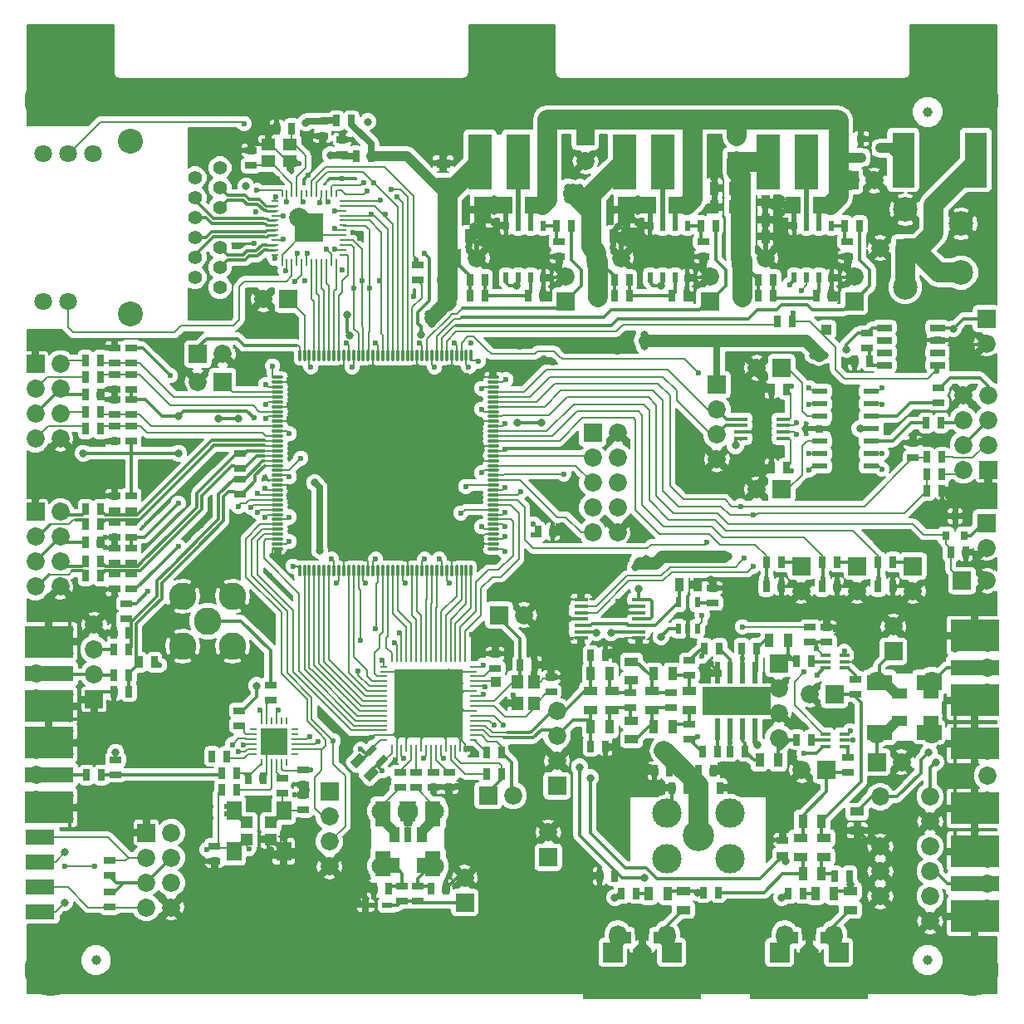
<source format=gbr>
G04 #@! TF.FileFunction,Copper,L1,Top,Signal*
%FSLAX46Y46*%
G04 Gerber Fmt 4.6, Leading zero omitted, Abs format (unit mm)*
G04 Created by KiCad (PCBNEW 4.0.4-stable) date 11/03/16 20:40:00*
%MOMM*%
%LPD*%
G01*
G04 APERTURE LIST*
%ADD10C,0.100000*%
%ADD11R,1.143000X0.635000*%
%ADD12C,1.700000*%
%ADD13C,0.500000*%
%ADD14R,1.000000X1.000000*%
%ADD15R,0.250000X0.800000*%
%ADD16R,0.800000X0.250000*%
%ADD17R,2.800000X2.800000*%
%ADD18C,3.000000*%
%ADD19R,2.500000X2.500000*%
%ADD20R,7.000000X7.000000*%
%ADD21R,0.600000X2.200000*%
%ADD22R,7.000000X2.940000*%
%ADD23R,0.510000X1.100000*%
%ADD24R,3.500000X2.600000*%
%ADD25C,2.500000*%
%ADD26O,1.200000X0.280000*%
%ADD27O,0.280000X1.200000*%
%ADD28C,4.000000*%
%ADD29R,5.000000X5.000000*%
%ADD30R,3.000000X3.000000*%
%ADD31C,2.000000*%
%ADD32R,0.930000X0.930000*%
%ADD33R,0.635000X1.143000*%
%ADD34R,1.850000X1.850000*%
%ADD35C,1.850000*%
%ADD36R,1.600000X0.600000*%
%ADD37R,1.350000X0.400000*%
%ADD38R,1.450000X0.450000*%
%ADD39R,0.600000X1.050000*%
%ADD40R,0.889000X1.397000*%
%ADD41R,0.800000X0.900000*%
%ADD42R,2.400000X5.700000*%
%ADD43R,1.600000X1.800000*%
%ADD44R,0.900000X0.800000*%
%ADD45R,2.300000X5.600000*%
%ADD46R,1.397000X0.889000*%
%ADD47R,2.540000X1.650000*%
%ADD48R,1.650000X1.015000*%
%ADD49C,1.800000*%
%ADD50R,1.000000X0.400000*%
%ADD51C,3.200000*%
%ADD52R,1.000760X0.599440*%
%ADD53R,1.650000X2.540000*%
%ADD54R,1.015000X1.650000*%
%ADD55R,0.760000X1.650000*%
%ADD56R,1.650000X2.000000*%
%ADD57C,2.100000*%
%ADD58R,1.200000X1.400000*%
%ADD59R,1.778000X2.794000*%
%ADD60C,2.800000*%
%ADD61R,1.200000X1.200000*%
%ADD62R,1.550000X1.950000*%
%ADD63R,3.000000X1.500000*%
%ADD64C,1.400000*%
%ADD65C,2.540000*%
%ADD66C,1.000000*%
%ADD67R,1.400000X1.200000*%
%ADD68C,0.800000*%
%ADD69R,5.000000X1.600000*%
%ADD70R,5.000000X3.300000*%
%ADD71R,1.500000X0.650000*%
%ADD72R,2.700000X3.600000*%
%ADD73C,5.300000*%
%ADD74C,4.300000*%
%ADD75R,12.000000X2.400000*%
%ADD76R,0.700000X1.250000*%
%ADD77O,1.800000X2.200000*%
%ADD78O,1.600000X2.400000*%
%ADD79R,2.000000X2.000000*%
%ADD80R,1.000000X4.000000*%
%ADD81R,0.700000X1.400000*%
%ADD82R,1.900000X4.280000*%
%ADD83C,0.600000*%
%ADD84C,0.300000*%
%ADD85C,0.200000*%
%ADD86C,0.350000*%
%ADD87C,1.000000*%
%ADD88C,1.500000*%
%ADD89C,2.000000*%
%ADD90C,0.700000*%
%ADD91C,0.250000*%
%ADD92C,1.250000*%
%ADD93C,0.500000*%
G04 APERTURE END LIST*
D10*
D11*
X25400000Y-67938000D03*
X25400000Y-69462000D03*
D12*
X25255000Y-74220715D03*
D13*
X26755000Y-74720715D03*
X26755000Y-72720715D03*
X26755000Y-73820715D03*
X25655000Y-72720715D03*
X24755000Y-72720715D03*
D14*
X26455000Y-73020715D03*
X26455000Y-74420715D03*
X25055000Y-73020715D03*
D15*
X24505000Y-75820715D03*
X25005000Y-75820715D03*
X25505000Y-75820715D03*
X26005000Y-75820715D03*
X26505000Y-75820715D03*
X27005000Y-75820715D03*
D16*
X27855000Y-74970715D03*
X27855000Y-74470715D03*
X27855000Y-73970715D03*
X27855000Y-73470715D03*
X27855000Y-72970715D03*
X27855000Y-72470715D03*
D15*
X27005000Y-71620715D03*
X26505000Y-71620715D03*
X26005000Y-71620715D03*
X25505000Y-71620715D03*
X25005000Y-71620715D03*
X24505000Y-71620715D03*
D16*
X23655000Y-72470715D03*
X23655000Y-72970715D03*
X23655000Y-73470715D03*
X23655000Y-73970715D03*
X23655000Y-74470715D03*
X23655000Y-74970715D03*
D17*
X25755000Y-73720715D03*
D14*
X25055000Y-74420715D03*
D13*
X26255000Y-73220715D03*
D18*
X43500000Y-67800000D03*
D13*
X44500000Y-72800000D03*
X44500000Y-71300000D03*
X43000000Y-72800000D03*
X43000000Y-71300000D03*
X38500000Y-72800000D03*
X40000000Y-72800000D03*
X40000000Y-66800000D03*
X38500000Y-66800000D03*
X38500000Y-68300000D03*
X40000000Y-68300000D03*
X40000000Y-71300000D03*
X38500000Y-71300000D03*
X38500000Y-69800000D03*
X40000000Y-69800000D03*
X44500000Y-69800000D03*
X43000000Y-69800000D03*
X41500000Y-66800000D03*
X41500000Y-68300000D03*
X41500000Y-72800000D03*
X41500000Y-71300000D03*
D19*
X43250000Y-71550000D03*
X39750000Y-71550000D03*
X39750000Y-68050000D03*
D15*
X45250000Y-65200000D03*
X44750000Y-65200000D03*
X44250000Y-65200000D03*
X43750000Y-65200000D03*
X43250000Y-65200000D03*
X42750000Y-65200000D03*
X42250000Y-65200000D03*
X41750000Y-65200000D03*
X41250000Y-65200000D03*
X40750000Y-65200000D03*
X40250000Y-65200000D03*
X39750000Y-65200000D03*
X39250000Y-65200000D03*
X38750000Y-65200000D03*
X38250000Y-65200000D03*
X37750000Y-65200000D03*
D16*
X36900000Y-66050000D03*
X36900000Y-66550000D03*
X36900000Y-67050000D03*
X36900000Y-67550000D03*
X36900000Y-68050000D03*
X36900000Y-68550000D03*
X36900000Y-69050000D03*
X36900000Y-69550000D03*
X36900000Y-70050000D03*
X36900000Y-70550000D03*
X36900000Y-71050000D03*
X36900000Y-71550000D03*
X36900000Y-72050000D03*
X36900000Y-72550000D03*
X36900000Y-73050000D03*
X36900000Y-73550000D03*
D15*
X37750000Y-74400000D03*
X38250000Y-74400000D03*
X38750000Y-74400000D03*
X39250000Y-74400000D03*
X39750000Y-74400000D03*
X40250000Y-74400000D03*
X40750000Y-74400000D03*
X41250000Y-74400000D03*
X41750000Y-74400000D03*
X42250000Y-74400000D03*
X42750000Y-74400000D03*
X43250000Y-74400000D03*
X43750000Y-74400000D03*
X44250000Y-74400000D03*
X44750000Y-74400000D03*
X45250000Y-74400000D03*
D16*
X46100000Y-73550000D03*
X46100000Y-73050000D03*
X46100000Y-72550000D03*
X46100000Y-72050000D03*
X46100000Y-71550000D03*
X46100000Y-71050000D03*
X46100000Y-70550000D03*
X46100000Y-70050000D03*
X46100000Y-69550000D03*
X46100000Y-69050000D03*
X46100000Y-68550000D03*
X46100000Y-68050000D03*
X46100000Y-67550000D03*
X46100000Y-67050000D03*
X46100000Y-66550000D03*
X46100000Y-66050000D03*
D20*
X41500000Y-69800000D03*
D19*
X43250000Y-68050000D03*
D13*
X41500000Y-69800000D03*
X71395000Y-70325000D03*
X74395000Y-70325000D03*
X71395000Y-68825000D03*
D12*
X74700000Y-68950000D03*
D13*
X72895000Y-70325000D03*
D21*
X74800000Y-66700000D03*
X73530000Y-66700000D03*
X72260000Y-66700000D03*
X70990000Y-66700000D03*
X70990000Y-72450000D03*
X72260000Y-72450000D03*
X73530000Y-72450000D03*
X74800000Y-72450000D03*
D22*
X72895000Y-69575000D03*
D13*
X72895000Y-68825000D03*
X52500000Y-23750000D03*
D23*
X49395000Y-21100000D03*
X49395000Y-26400000D03*
X50665000Y-21100000D03*
X50665000Y-26400000D03*
X51935000Y-21100000D03*
X51935000Y-26400000D03*
X53205000Y-21100000D03*
X53205000Y-26400000D03*
D24*
X51300000Y-23750000D03*
D25*
X49500000Y-23750000D03*
D13*
X51500000Y-23750000D03*
X67200000Y-23750000D03*
D23*
X64095000Y-21100000D03*
X64095000Y-26400000D03*
X65365000Y-21100000D03*
X65365000Y-26400000D03*
X66635000Y-21100000D03*
X66635000Y-26400000D03*
X67905000Y-21100000D03*
X67905000Y-26400000D03*
D24*
X66000000Y-23750000D03*
D25*
X64200000Y-23750000D03*
D13*
X66200000Y-23750000D03*
X81900000Y-23750000D03*
D23*
X78795000Y-21100000D03*
X78795000Y-26400000D03*
X80065000Y-21100000D03*
X80065000Y-26400000D03*
X81335000Y-21100000D03*
X81335000Y-26400000D03*
X82605000Y-21100000D03*
X82605000Y-26400000D03*
D24*
X80700000Y-23750000D03*
D25*
X78900000Y-23750000D03*
D13*
X80900000Y-23750000D03*
X38600000Y-43800000D03*
X37100000Y-46800000D03*
X37100000Y-45300000D03*
X35600000Y-45300000D03*
X38600000Y-45300000D03*
X35600000Y-43800000D03*
X37100000Y-43800000D03*
D26*
X48100000Y-54050000D03*
X48100000Y-53550000D03*
X48100000Y-53050000D03*
X48100000Y-52550000D03*
X48100000Y-52050000D03*
X48100000Y-51550000D03*
X48100000Y-51050000D03*
X48100000Y-50550000D03*
X48100000Y-50050000D03*
X48100000Y-49550000D03*
X48100000Y-49050000D03*
X48100000Y-48550000D03*
X48100000Y-48050000D03*
X48100000Y-47550000D03*
X48100000Y-47050000D03*
X48100000Y-46550000D03*
X48100000Y-46050000D03*
X48100000Y-45550000D03*
X48100000Y-45050000D03*
X48100000Y-44550000D03*
X48100000Y-44050000D03*
X48100000Y-43550000D03*
X48100000Y-43050000D03*
X48100000Y-42550000D03*
X48100000Y-42050000D03*
X48100000Y-41550000D03*
X48100000Y-41050000D03*
X48100000Y-40550000D03*
X48100000Y-40050000D03*
X48100000Y-39550000D03*
X48100000Y-39050000D03*
X48100000Y-38550000D03*
X48100000Y-38050000D03*
X48100000Y-37550000D03*
X48100000Y-37050000D03*
X48100000Y-36550000D03*
D27*
X45850000Y-34300000D03*
X45350000Y-34300000D03*
X44850000Y-34300000D03*
X44350000Y-34300000D03*
X43850000Y-34300000D03*
X43350000Y-34300000D03*
X42850000Y-34300000D03*
X42350000Y-34300000D03*
X41850000Y-34300000D03*
X41350000Y-34300000D03*
X40850000Y-34300000D03*
X40350000Y-34300000D03*
X39850000Y-34300000D03*
X39350000Y-34300000D03*
X38850000Y-34300000D03*
X38350000Y-34300000D03*
X37850000Y-34300000D03*
X37350000Y-34300000D03*
X36850000Y-34300000D03*
X36350000Y-34300000D03*
X35850000Y-34300000D03*
X35350000Y-34300000D03*
X34850000Y-34300000D03*
X34350000Y-34300000D03*
X33850000Y-34300000D03*
X33350000Y-34300000D03*
X32850000Y-34300000D03*
X32350000Y-34300000D03*
X31850000Y-34300000D03*
X31350000Y-34300000D03*
X30850000Y-34300000D03*
X30350000Y-34300000D03*
X29850000Y-34300000D03*
X29350000Y-34300000D03*
X28850000Y-34300000D03*
X28350000Y-34300000D03*
D26*
X26100000Y-36550000D03*
X26100000Y-37050000D03*
X26100000Y-37550000D03*
X26100000Y-38050000D03*
X26100000Y-38550000D03*
X26100000Y-39050000D03*
X26100000Y-39550000D03*
X26100000Y-40050000D03*
X26100000Y-40550000D03*
X26100000Y-41050000D03*
X26100000Y-41550000D03*
X26100000Y-42050000D03*
X26100000Y-42550000D03*
X26100000Y-43050000D03*
X26100000Y-43550000D03*
X26100000Y-44050000D03*
X26100000Y-44550000D03*
X26100000Y-45050000D03*
X26100000Y-45550000D03*
X26100000Y-46050000D03*
X26100000Y-46550000D03*
X26100000Y-47050000D03*
X26100000Y-47550000D03*
X26100000Y-48050000D03*
X26100000Y-48550000D03*
X26100000Y-49050000D03*
X26100000Y-49550000D03*
X26100000Y-50050000D03*
X26100000Y-50550000D03*
X26100000Y-51050000D03*
X26100000Y-51550000D03*
X26100000Y-52050000D03*
X26100000Y-52550000D03*
X26100000Y-53050000D03*
X26100000Y-53550000D03*
X26100000Y-54050000D03*
D27*
X28350000Y-56300000D03*
X28850000Y-56300000D03*
X29350000Y-56300000D03*
X29850000Y-56300000D03*
X30350000Y-56300000D03*
X30850000Y-56300000D03*
X31350000Y-56300000D03*
X31850000Y-56300000D03*
X32350000Y-56300000D03*
X32850000Y-56300000D03*
X33350000Y-56300000D03*
X33850000Y-56300000D03*
X34350000Y-56300000D03*
X34850000Y-56300000D03*
X35350000Y-56300000D03*
X35850000Y-56300000D03*
X36350000Y-56300000D03*
X36850000Y-56300000D03*
X37350000Y-56300000D03*
X37850000Y-56300000D03*
X38350000Y-56300000D03*
X38850000Y-56300000D03*
X39350000Y-56300000D03*
X39850000Y-56300000D03*
X40350000Y-56300000D03*
X40850000Y-56300000D03*
X41350000Y-56300000D03*
X41850000Y-56300000D03*
X42350000Y-56300000D03*
X42850000Y-56300000D03*
X43350000Y-56300000D03*
X43850000Y-56300000D03*
X44350000Y-56300000D03*
X44850000Y-56300000D03*
X45350000Y-56300000D03*
X45850000Y-56300000D03*
D28*
X39200000Y-47400000D03*
D29*
X37100000Y-45300000D03*
D13*
X35600000Y-46800000D03*
D16*
X25816525Y-18565000D03*
X25816525Y-19065000D03*
X25816525Y-19565000D03*
X25816525Y-20065000D03*
X25816525Y-20565000D03*
X25816525Y-21065000D03*
X25816525Y-21565000D03*
X25816525Y-22065000D03*
X25816525Y-22565000D03*
X25816525Y-23065000D03*
X25816525Y-23565000D03*
X25816525Y-24065000D03*
D15*
X26566525Y-24815000D03*
X27066525Y-24815000D03*
X27566525Y-24815000D03*
X28066525Y-24815000D03*
X28566525Y-24815000D03*
X29066525Y-24815000D03*
X29566525Y-24815000D03*
X30066525Y-24815000D03*
X30566525Y-24815000D03*
X31066525Y-24815000D03*
X31566525Y-24815000D03*
X32066525Y-24815000D03*
D16*
X32816525Y-24065000D03*
X32816525Y-23565000D03*
X32816525Y-23065000D03*
X32816525Y-22565000D03*
X32816525Y-22065000D03*
X32816525Y-21565000D03*
X32816525Y-21065000D03*
X32816525Y-20565000D03*
X32816525Y-20065000D03*
X32816525Y-19565000D03*
X32816525Y-19065000D03*
X32816525Y-18565000D03*
D15*
X32066525Y-17815000D03*
X31566525Y-17815000D03*
X31066525Y-17815000D03*
X30566525Y-17815000D03*
X30066525Y-17815000D03*
X29566525Y-17815000D03*
X29066525Y-17815000D03*
X28566525Y-17815000D03*
X28066525Y-17815000D03*
X27566525Y-17815000D03*
X27066525Y-17815000D03*
X26566525Y-17815000D03*
D30*
X29316525Y-21315000D03*
D31*
X28316525Y-20315000D03*
D13*
X29941525Y-21940000D03*
X28691525Y-21940000D03*
X29941525Y-20690000D03*
D32*
X29941525Y-21940000D03*
X28691525Y-21940000D03*
X28691525Y-20690000D03*
X29941525Y-20690000D03*
D14*
X82100000Y-31700000D03*
D33*
X77462000Y-55400000D03*
X75938000Y-55400000D03*
X83162000Y-55400000D03*
X81638000Y-55400000D03*
X88862000Y-55400000D03*
X87338000Y-55400000D03*
D34*
X79500000Y-55800000D03*
D35*
X79500000Y-58340000D03*
D34*
X85200000Y-55800000D03*
D35*
X85200000Y-58340000D03*
D34*
X90900000Y-55800000D03*
D35*
X90900000Y-58340000D03*
D33*
X75938000Y-57900000D03*
X77462000Y-57900000D03*
X81638000Y-57900000D03*
X83162000Y-57900000D03*
X87338000Y-57900000D03*
X88862000Y-57900000D03*
D36*
X81350000Y-45610000D03*
X86650000Y-45610000D03*
X81350000Y-44340000D03*
X86650000Y-44340000D03*
X81350000Y-43070000D03*
X86650000Y-43070000D03*
X81350000Y-41800000D03*
X86650000Y-41800000D03*
X81350000Y-40530000D03*
X86650000Y-40530000D03*
X81350000Y-39260000D03*
X86650000Y-39260000D03*
X81350000Y-37990000D03*
X86650000Y-37990000D03*
D33*
X77962000Y-45800000D03*
X76438000Y-45800000D03*
X77962000Y-37800000D03*
X76438000Y-37800000D03*
D37*
X73350000Y-42775000D03*
X77650000Y-42775000D03*
X73350000Y-42125000D03*
X77650000Y-42125000D03*
X73350000Y-41475000D03*
X77650000Y-41475000D03*
X73350000Y-40825000D03*
X77650000Y-40825000D03*
D34*
X70900000Y-37300000D03*
D35*
X70900000Y-39840000D03*
X70900000Y-42380000D03*
X70900000Y-44920000D03*
D34*
X98400000Y-30600000D03*
D35*
X98400000Y-33140000D03*
D34*
X98570000Y-46010000D03*
D35*
X96030000Y-46010000D03*
X98570000Y-43470000D03*
X96030000Y-43470000D03*
X98570000Y-40930000D03*
X96030000Y-40930000D03*
X98570000Y-38390000D03*
X96030000Y-38390000D03*
D11*
X93500000Y-39162000D03*
X93500000Y-37638000D03*
D33*
X92238000Y-41200000D03*
X93762000Y-41200000D03*
X92338000Y-46400000D03*
X93862000Y-46400000D03*
X92338000Y-44700000D03*
X93862000Y-44700000D03*
D34*
X77500000Y-35600000D03*
D35*
X74960000Y-35600000D03*
D34*
X77500000Y-48000000D03*
D35*
X74960000Y-48000000D03*
D34*
X95900000Y-57300000D03*
D35*
X98440000Y-57300000D03*
D33*
X92338000Y-48100000D03*
X93862000Y-48100000D03*
D11*
X90900000Y-44762000D03*
X90900000Y-43238000D03*
D38*
X62950000Y-59250000D03*
X57050000Y-59250000D03*
X62950000Y-59900000D03*
X57050000Y-59900000D03*
X62950000Y-60550000D03*
X57050000Y-60550000D03*
X62950000Y-61200000D03*
X57050000Y-61200000D03*
X62950000Y-61850000D03*
X57050000Y-61850000D03*
X62950000Y-62500000D03*
X57050000Y-62500000D03*
X62950000Y-63150000D03*
X57050000Y-63150000D03*
D39*
X67000000Y-62200000D03*
X67950000Y-62200000D03*
X68900000Y-62200000D03*
X68900000Y-59500000D03*
X67000000Y-59500000D03*
D40*
X67047500Y-57700000D03*
X68952500Y-57700000D03*
D11*
X70500000Y-59562000D03*
X70500000Y-58038000D03*
X77600000Y-85262000D03*
X77600000Y-83738000D03*
D33*
X60462000Y-87400000D03*
X58938000Y-87400000D03*
D11*
X80400000Y-63562000D03*
X80400000Y-62038000D03*
X82100000Y-62038000D03*
X82100000Y-63562000D03*
D33*
X96262000Y-54400000D03*
X94738000Y-54400000D03*
D41*
X94250000Y-52700000D03*
X95200000Y-50700000D03*
X96150000Y-52700000D03*
D34*
X98400000Y-51400000D03*
D35*
X98400000Y-53940000D03*
D33*
X84938000Y-34900000D03*
X86462000Y-34900000D03*
D11*
X86200000Y-32038000D03*
X86200000Y-33562000D03*
D33*
X77038000Y-30900000D03*
X78562000Y-30900000D03*
D34*
X57500000Y-12000000D03*
D35*
X57500000Y-14540000D03*
D34*
X90100000Y-23400000D03*
D35*
X87560000Y-23400000D03*
D25*
X95800000Y-20900000D03*
X95800000Y-25900000D03*
X90100000Y-19450000D03*
X90100000Y-27350000D03*
D34*
X72900000Y-14500000D03*
D35*
X72900000Y-11960000D03*
D33*
X83938000Y-21100000D03*
X85462000Y-21100000D03*
X81038000Y-28200000D03*
X82562000Y-28200000D03*
X75138000Y-26600000D03*
X76662000Y-26600000D03*
D42*
X80050000Y-14600000D03*
X76150000Y-14600000D03*
D11*
X84200000Y-24262000D03*
X84200000Y-22738000D03*
D34*
X73300000Y-24400000D03*
D35*
X75840000Y-24400000D03*
D34*
X84900000Y-28800000D03*
D35*
X84900000Y-26260000D03*
D43*
X81450000Y-19000000D03*
X78650000Y-19000000D03*
D40*
X72552500Y-19200000D03*
X70647500Y-19200000D03*
X72552500Y-17300000D03*
X70647500Y-17300000D03*
X73947500Y-22200000D03*
X75852500Y-22200000D03*
X73947500Y-20500000D03*
X75852500Y-20500000D03*
X73947500Y-18700000D03*
X75852500Y-18700000D03*
D33*
X75138000Y-28200000D03*
X76662000Y-28200000D03*
D34*
X43900000Y-24400000D03*
D35*
X46440000Y-24400000D03*
D34*
X55500000Y-28800000D03*
D35*
X55500000Y-26260000D03*
D34*
X84400000Y-16500000D03*
D35*
X86940000Y-16500000D03*
D34*
X58600000Y-24400000D03*
D35*
X61140000Y-24400000D03*
D34*
X70200000Y-28800000D03*
D35*
X70200000Y-26260000D03*
D44*
X85600000Y-12250000D03*
X87600000Y-13200000D03*
X85600000Y-14150000D03*
D45*
X97300000Y-14400000D03*
X89900000Y-14400000D03*
D46*
X85200000Y-80847500D03*
X85200000Y-82752500D03*
D34*
X87200000Y-75800000D03*
D35*
X89740000Y-75800000D03*
D34*
X82100000Y-76600000D03*
D35*
X79560000Y-76600000D03*
D34*
X88900000Y-64500000D03*
D35*
X88900000Y-61960000D03*
D34*
X82900000Y-68900000D03*
D35*
X80360000Y-68900000D03*
D47*
X92540000Y-72740000D03*
X92540000Y-67660000D03*
X87460000Y-72740000D03*
X87460000Y-67660000D03*
D48*
X92730000Y-71597500D03*
X92730000Y-68802500D03*
X89550000Y-71597500D03*
X89550000Y-68802500D03*
D10*
G36*
X89437107Y-72105000D02*
X88730000Y-72812107D01*
X88022893Y-72105000D01*
X88730000Y-71397893D01*
X89437107Y-72105000D01*
X89437107Y-72105000D01*
G37*
G36*
X89437107Y-68295000D02*
X88730000Y-69002107D01*
X88022893Y-68295000D01*
X88730000Y-67587893D01*
X89437107Y-68295000D01*
X89437107Y-68295000D01*
G37*
D49*
X87206000Y-67406000D03*
X87206000Y-72994000D03*
X92794000Y-72994000D03*
X92794000Y-67406000D03*
D35*
X92640000Y-79320000D03*
X92640000Y-84400000D03*
X92640000Y-86940000D03*
X92640000Y-89480000D03*
X87560000Y-89480000D03*
X87560000Y-86940000D03*
X87560000Y-84400000D03*
X87560000Y-79320000D03*
X92640000Y-81860000D03*
X92640000Y-92020000D03*
D34*
X47600000Y-79200000D03*
D35*
X50140000Y-79200000D03*
D34*
X53700000Y-85500000D03*
D35*
X53700000Y-82960000D03*
D50*
X83900000Y-74200000D03*
X83900000Y-73550000D03*
X83900000Y-72900000D03*
X81950000Y-72900000D03*
X81950000Y-73550000D03*
X81950000Y-74200000D03*
X83900000Y-66200000D03*
X83900000Y-65550000D03*
X83900000Y-64900000D03*
X81950000Y-64900000D03*
X81950000Y-65550000D03*
X81950000Y-66200000D03*
D40*
X77152500Y-75600000D03*
X75247500Y-75600000D03*
X78152500Y-63400000D03*
X76247500Y-63400000D03*
D33*
X80562000Y-73500000D03*
X79038000Y-73500000D03*
D11*
X84300000Y-75338000D03*
X84300000Y-76862000D03*
D33*
X80562000Y-65500000D03*
X79038000Y-65500000D03*
D11*
X85000000Y-67338000D03*
X85000000Y-68862000D03*
D34*
X54600000Y-78200000D03*
D35*
X54600000Y-75660000D03*
X54600000Y-73120000D03*
X54600000Y-70580000D03*
D34*
X45200000Y-90100000D03*
D35*
X45200000Y-87560000D03*
D34*
X48700000Y-60800000D03*
D35*
X51240000Y-60800000D03*
D18*
X72200000Y-81000000D03*
X65800000Y-81000000D03*
X65800000Y-85600000D03*
X72200000Y-85600000D03*
D51*
X69000000Y-83300000D03*
D33*
X64538000Y-76700000D03*
X66062000Y-76700000D03*
X84412000Y-87400000D03*
X82888000Y-87400000D03*
X78138000Y-89200000D03*
X79662000Y-89200000D03*
D46*
X79400000Y-85452500D03*
X79400000Y-83547500D03*
D40*
X63947500Y-89200000D03*
X65852500Y-89200000D03*
X79647500Y-87200000D03*
X81552500Y-87200000D03*
X79647500Y-81800000D03*
X81552500Y-81800000D03*
D46*
X81800000Y-85452500D03*
X81800000Y-83547500D03*
D40*
X80947500Y-89200000D03*
X82852500Y-89200000D03*
D46*
X67500000Y-88947500D03*
X67500000Y-90852500D03*
X84500000Y-88947500D03*
X84500000Y-90852500D03*
D33*
X69538000Y-89100000D03*
X71062000Y-89100000D03*
X61138000Y-89200000D03*
X62662000Y-89200000D03*
X71262000Y-78400000D03*
X69738000Y-78400000D03*
X66338000Y-78400000D03*
X67862000Y-78400000D03*
X70562000Y-76700000D03*
X69038000Y-76700000D03*
D34*
X77200000Y-65700000D03*
D35*
X77200000Y-68240000D03*
X77200000Y-70780000D03*
X77200000Y-73320000D03*
D33*
X70962000Y-74700000D03*
X69438000Y-74700000D03*
X73762000Y-74700000D03*
X72238000Y-74700000D03*
X74962000Y-64200000D03*
X73438000Y-64200000D03*
X71162000Y-64200000D03*
X69638000Y-64200000D03*
X59562000Y-74200000D03*
X58038000Y-74200000D03*
D11*
X66200000Y-70262000D03*
X66200000Y-68738000D03*
X62100000Y-70262000D03*
X62100000Y-68738000D03*
D33*
X58038000Y-64900000D03*
X59562000Y-64900000D03*
D40*
X66352500Y-72200000D03*
X64447500Y-72200000D03*
D46*
X62200000Y-73452500D03*
X62200000Y-71547500D03*
D40*
X59952500Y-72200000D03*
X58047500Y-72200000D03*
X64447500Y-66800000D03*
X66352500Y-66800000D03*
D46*
X62200000Y-67452500D03*
X62200000Y-65547500D03*
D40*
X58047500Y-66800000D03*
X59952500Y-66800000D03*
D46*
X68100000Y-68547500D03*
X68100000Y-70452500D03*
X64300000Y-68547500D03*
X64300000Y-70452500D03*
X60200000Y-68547500D03*
X60200000Y-70452500D03*
X58000000Y-68547500D03*
X58000000Y-70452500D03*
D11*
X68100000Y-73462000D03*
X68100000Y-71938000D03*
X68100000Y-65438000D03*
X68100000Y-66962000D03*
D33*
X35938000Y-88700000D03*
X37462000Y-88700000D03*
D11*
X40400000Y-88438000D03*
X40400000Y-89962000D03*
D52*
X35100180Y-90400000D03*
X37299820Y-90400000D03*
D43*
X52050000Y-19000000D03*
X49250000Y-19000000D03*
X66750000Y-19000000D03*
X63950000Y-19000000D03*
D34*
X12730000Y-82990000D03*
D35*
X15270000Y-82990000D03*
X12730000Y-85530000D03*
X15270000Y-85530000D03*
X12730000Y-88070000D03*
X15270000Y-88070000D03*
X12730000Y-90610000D03*
X15270000Y-90610000D03*
D34*
X20500000Y-37000000D03*
D35*
X17960000Y-37000000D03*
D34*
X27200000Y-28600000D03*
D35*
X24660000Y-28600000D03*
D34*
X18000000Y-34200000D03*
D35*
X20540000Y-34200000D03*
D11*
X9600000Y-77062000D03*
X9600000Y-75538000D03*
X22300000Y-48462000D03*
X22300000Y-46938000D03*
X22300000Y-44338000D03*
X22300000Y-45862000D03*
D53*
X36860000Y-86140000D03*
X41940000Y-86140000D03*
X36860000Y-81060000D03*
D10*
G36*
X39020000Y-82330000D02*
X38570000Y-79790000D01*
X40230000Y-79790000D01*
X39780000Y-82330000D01*
X39020000Y-82330000D01*
X39020000Y-82330000D01*
G37*
D53*
X41940000Y-81060000D03*
D54*
X38002500Y-86330000D03*
X40797500Y-86330000D03*
X38002500Y-83150000D03*
D55*
X39400000Y-83150000D03*
D54*
X40797500Y-83150000D03*
D10*
G36*
X37495000Y-83037107D02*
X36787893Y-82330000D01*
X37495000Y-81622893D01*
X38202107Y-82330000D01*
X37495000Y-83037107D01*
X37495000Y-83037107D01*
G37*
G36*
X41305000Y-83037107D02*
X40597893Y-82330000D01*
X41305000Y-81622893D01*
X42012107Y-82330000D01*
X41305000Y-83037107D01*
X41305000Y-83037107D01*
G37*
D56*
X39400000Y-80790000D03*
D49*
X42194000Y-80806000D03*
D57*
X39400000Y-80806000D03*
D49*
X36606000Y-80806000D03*
X36606000Y-86394000D03*
X42194000Y-86394000D03*
D11*
X38800000Y-89962000D03*
X38800000Y-88438000D03*
D33*
X41738000Y-88700000D03*
X43262000Y-88700000D03*
D11*
X38600000Y-78362000D03*
X38600000Y-76838000D03*
X40200000Y-78362000D03*
X40200000Y-76838000D03*
D58*
X52250000Y-69800000D03*
X52250000Y-67600000D03*
X50550000Y-67600000D03*
X50550000Y-69800000D03*
D11*
X54000000Y-68662000D03*
X54000000Y-67138000D03*
D33*
X50838000Y-65900000D03*
X52362000Y-65900000D03*
X48962000Y-77000000D03*
X47438000Y-77000000D03*
X48962000Y-74800000D03*
X47438000Y-74800000D03*
D14*
X48400000Y-67600000D03*
D11*
X42000000Y-78362000D03*
X42000000Y-76838000D03*
X48300000Y-64738000D03*
X48300000Y-66262000D03*
X43600000Y-76838000D03*
X43600000Y-78362000D03*
D10*
G36*
X36481742Y-76793914D02*
X35493914Y-77781742D01*
X34865296Y-77153124D01*
X35853124Y-76165296D01*
X36481742Y-76793914D01*
X36481742Y-76793914D01*
G37*
G36*
X35134704Y-75446876D02*
X34146876Y-76434704D01*
X33518258Y-75806086D01*
X34506086Y-74818258D01*
X35134704Y-75446876D01*
X35134704Y-75446876D01*
G37*
G36*
X37367433Y-75459210D02*
X36559210Y-76267433D01*
X36110197Y-75818420D01*
X36918420Y-75010197D01*
X37367433Y-75459210D01*
X37367433Y-75459210D01*
G37*
G36*
X36289803Y-74381580D02*
X35481580Y-75189803D01*
X35032567Y-74740790D01*
X35840790Y-73932567D01*
X36289803Y-74381580D01*
X36289803Y-74381580D01*
G37*
D33*
X54538000Y-21100000D03*
X56062000Y-21100000D03*
X51638000Y-28200000D03*
X53162000Y-28200000D03*
X45738000Y-26600000D03*
X47262000Y-26600000D03*
D42*
X50650000Y-14600000D03*
X46750000Y-14600000D03*
D11*
X54800000Y-24262000D03*
X54800000Y-22738000D03*
D59*
X43422000Y-19500000D03*
X46978000Y-19500000D03*
D40*
X43747500Y-22100000D03*
X45652500Y-22100000D03*
D46*
X43000000Y-16652500D03*
X43000000Y-14747500D03*
D33*
X45738000Y-28200000D03*
X47262000Y-28200000D03*
D42*
X65350000Y-14600000D03*
X61450000Y-14600000D03*
D33*
X69238000Y-21100000D03*
X70762000Y-21100000D03*
X66338000Y-28200000D03*
X67862000Y-28200000D03*
X60438000Y-26600000D03*
X61962000Y-26600000D03*
D11*
X69500000Y-24262000D03*
X69500000Y-22738000D03*
D60*
X19000000Y-61400000D03*
X16460000Y-58860000D03*
X21540000Y-58860000D03*
X21540000Y-63940000D03*
X16460000Y-63940000D03*
D59*
X58122000Y-19500000D03*
X61678000Y-19500000D03*
D40*
X58447500Y-22100000D03*
X60352500Y-22100000D03*
D33*
X60438000Y-28200000D03*
X61962000Y-28200000D03*
X8162000Y-77100000D03*
X6638000Y-77100000D03*
D11*
X22200000Y-70538000D03*
X22200000Y-72062000D03*
D34*
X31400000Y-78800000D03*
D35*
X31400000Y-81340000D03*
X31400000Y-83880000D03*
X31400000Y-86420000D03*
D33*
X19438000Y-75200000D03*
X20962000Y-75200000D03*
X23138000Y-77400000D03*
X24662000Y-77400000D03*
X21962000Y-76900000D03*
X20438000Y-76900000D03*
D61*
X23000000Y-83650000D03*
X25400000Y-83650000D03*
X25400000Y-81950000D03*
X23000000Y-81950000D03*
D62*
X21660000Y-84900000D03*
X26740000Y-84900000D03*
X26740000Y-80700000D03*
X21660000Y-80700000D03*
D10*
G36*
X22400000Y-84453553D02*
X22046447Y-84100000D01*
X22400000Y-83746447D01*
X22753553Y-84100000D01*
X22400000Y-84453553D01*
X22400000Y-84453553D01*
G37*
G36*
X26000000Y-84453553D02*
X25646447Y-84100000D01*
X26000000Y-83746447D01*
X26353553Y-84100000D01*
X26000000Y-84453553D01*
X26000000Y-84453553D01*
G37*
G36*
X26000000Y-81853553D02*
X25646447Y-81500000D01*
X26000000Y-81146447D01*
X26353553Y-81500000D01*
X26000000Y-81853553D01*
X26000000Y-81853553D01*
G37*
G36*
X22400000Y-81853553D02*
X22046447Y-81500000D01*
X22400000Y-81146447D01*
X22753553Y-81500000D01*
X22400000Y-81853553D01*
X22400000Y-81853553D01*
G37*
D11*
X19700000Y-84338000D03*
X19700000Y-85862000D03*
D33*
X20438000Y-78600000D03*
X21962000Y-78600000D03*
D11*
X28700000Y-79138000D03*
X28700000Y-80662000D03*
X26600000Y-78962000D03*
X26600000Y-77438000D03*
X28700000Y-76538000D03*
X28700000Y-78062000D03*
X10700000Y-61162000D03*
X10700000Y-59638000D03*
D33*
X12038000Y-65600000D03*
X13562000Y-65600000D03*
X10962000Y-62600000D03*
X9438000Y-62600000D03*
X10962000Y-68600000D03*
X9438000Y-68600000D03*
X9438000Y-64300000D03*
X10962000Y-64300000D03*
X9438000Y-66900000D03*
X10962000Y-66900000D03*
X8062000Y-56800000D03*
X6538000Y-56800000D03*
X8062000Y-55300000D03*
X6538000Y-55300000D03*
D11*
X11200000Y-56638000D03*
X11200000Y-58162000D03*
X11200000Y-55462000D03*
X11200000Y-53938000D03*
D33*
X8062000Y-51500000D03*
X6538000Y-51500000D03*
X8062000Y-50000000D03*
X6538000Y-50000000D03*
D11*
X11200000Y-51338000D03*
X11200000Y-52862000D03*
X11200000Y-50162000D03*
X11200000Y-48638000D03*
X9500000Y-56638000D03*
X9500000Y-58162000D03*
X9500000Y-55462000D03*
X9500000Y-53938000D03*
X9500000Y-51338000D03*
X9500000Y-52862000D03*
X9500000Y-50162000D03*
X9500000Y-48638000D03*
D33*
X8062000Y-38300000D03*
X6538000Y-38300000D03*
X8062000Y-41800000D03*
X6538000Y-41800000D03*
X8062000Y-40100000D03*
X6538000Y-40100000D03*
D11*
X11200000Y-41538000D03*
X11200000Y-43062000D03*
X11200000Y-40362000D03*
X11200000Y-38838000D03*
D33*
X8062000Y-36500000D03*
X6538000Y-36500000D03*
X8062000Y-34800000D03*
X6538000Y-34800000D03*
D11*
X11200000Y-36238000D03*
X11200000Y-37762000D03*
X11200000Y-35062000D03*
X11200000Y-33538000D03*
D33*
X8062000Y-53400000D03*
X6538000Y-53400000D03*
D11*
X9500000Y-41538000D03*
X9500000Y-43062000D03*
X9500000Y-40362000D03*
X9500000Y-38838000D03*
X9500000Y-36238000D03*
X9500000Y-37762000D03*
X9500000Y-35062000D03*
X9500000Y-33538000D03*
X9000000Y-90562000D03*
X9000000Y-89038000D03*
X9000000Y-85838000D03*
X9000000Y-87362000D03*
D63*
X1900000Y-83450000D03*
X1900000Y-85950000D03*
X1900000Y-88550000D03*
X1900000Y-91050000D03*
D34*
X7400000Y-69400000D03*
D35*
X7400000Y-66860000D03*
X7400000Y-64320000D03*
X7400000Y-61780000D03*
D34*
X1430000Y-50290000D03*
D35*
X3970000Y-50290000D03*
X1430000Y-52830000D03*
X3970000Y-52830000D03*
X1430000Y-55370000D03*
X3970000Y-55370000D03*
X1430000Y-57910000D03*
X3970000Y-57910000D03*
D34*
X1430000Y-35190000D03*
D35*
X3970000Y-35190000D03*
X1430000Y-37730000D03*
X3970000Y-37730000D03*
X1430000Y-40270000D03*
X3970000Y-40270000D03*
X1430000Y-42810000D03*
X3970000Y-42810000D03*
D33*
X52638000Y-52300000D03*
X54162000Y-52300000D03*
D34*
X58230000Y-42220000D03*
D35*
X60770000Y-42220000D03*
X58230000Y-44760000D03*
X60770000Y-44760000D03*
X58230000Y-47300000D03*
X60770000Y-47300000D03*
X58230000Y-49840000D03*
X60770000Y-49840000D03*
X58230000Y-52380000D03*
X60770000Y-52380000D03*
D11*
X40400000Y-25138000D03*
X40400000Y-26662000D03*
D33*
X35662000Y-14000000D03*
X34138000Y-14000000D03*
X33662000Y-10400000D03*
X32138000Y-10400000D03*
D11*
X32700000Y-13862000D03*
X32700000Y-12338000D03*
X30700000Y-10438000D03*
X30700000Y-11962000D03*
D33*
X27562000Y-11200000D03*
X26038000Y-11200000D03*
D11*
X23400000Y-14962000D03*
X23400000Y-13438000D03*
D64*
X17700000Y-26380000D03*
X17700000Y-24350000D03*
X17700000Y-22320000D03*
X17700000Y-20280000D03*
X17700000Y-18250000D03*
X17700000Y-16220000D03*
X20240000Y-27400000D03*
X20240000Y-25370000D03*
X20240000Y-23340000D03*
X20240000Y-19260000D03*
X20240000Y-17230000D03*
X20240000Y-15200000D03*
D49*
X4750000Y-28820000D03*
X2210000Y-28820000D03*
X7290000Y-13780000D03*
X4750000Y-13780000D03*
X2210000Y-13780000D03*
D65*
X11100000Y-30090000D03*
X11100000Y-12510000D03*
D66*
X92400000Y-96000000D03*
X7600000Y-96000000D03*
X92400000Y-9500000D03*
D67*
X27400000Y-12850000D03*
X25200000Y-12850000D03*
X25200000Y-14550000D03*
X27400000Y-14550000D03*
D68*
X18200000Y-51600000D03*
X13500000Y-46100000D03*
X17300000Y-47400000D03*
X13900000Y-43200000D03*
D69*
X2800000Y-77100000D03*
D70*
X2800000Y-73800000D03*
X2800000Y-80400000D03*
D35*
X1500000Y-77100000D03*
X1500000Y-79640000D03*
X1500000Y-74560000D03*
D69*
X2800000Y-66800000D03*
D70*
X2800000Y-63500000D03*
X2800000Y-70100000D03*
D35*
X1500000Y-66800000D03*
X1500000Y-69340000D03*
X1500000Y-64260000D03*
D69*
X97200000Y-66200000D03*
D70*
X97200000Y-69500000D03*
X97200000Y-62900000D03*
D35*
X98500000Y-66200000D03*
X98500000Y-63660000D03*
X98500000Y-68740000D03*
D69*
X97200000Y-88200000D03*
D70*
X97200000Y-91500000D03*
X97200000Y-84900000D03*
D35*
X98500000Y-88200000D03*
X98500000Y-85660000D03*
X98500000Y-90740000D03*
D70*
X97200000Y-80500000D03*
X97200000Y-73900000D03*
D35*
X98500000Y-77200000D03*
X98500000Y-79740000D03*
X98500000Y-74660000D03*
D13*
X90100000Y-32400000D03*
D71*
X88000000Y-31495000D03*
X88000000Y-32765000D03*
X88000000Y-34035000D03*
X88000000Y-35305000D03*
X93400000Y-35305000D03*
X93400000Y-34035000D03*
X93400000Y-32765000D03*
X93400000Y-31495000D03*
D72*
X90700000Y-33400000D03*
D13*
X91300000Y-32400000D03*
D31*
X90700000Y-34600000D03*
D73*
X97000000Y-8300000D03*
X97000000Y-97000000D03*
X3000000Y-97000000D03*
X3000000Y-8300000D03*
D74*
X71800000Y-93300000D03*
D13*
X62600000Y-98000000D03*
X61600000Y-98000000D03*
X60600000Y-98000000D03*
X59600000Y-98000000D03*
X58600000Y-98000000D03*
X58600000Y-99000000D03*
X59600000Y-99000000D03*
X60600000Y-99000000D03*
X61600000Y-99000000D03*
X62600000Y-99000000D03*
X68000000Y-99000000D03*
X67000000Y-99000000D03*
X66000000Y-99000000D03*
X65000000Y-99000000D03*
X64000000Y-99000000D03*
X64000000Y-98000000D03*
X65000000Y-98000000D03*
X66000000Y-98000000D03*
X67000000Y-98000000D03*
X63300000Y-98500000D03*
X64000000Y-97000000D03*
X62600000Y-97000000D03*
X63300000Y-97500000D03*
X64000000Y-96000000D03*
X62600000Y-96000000D03*
X63300000Y-96500000D03*
X63300000Y-95500000D03*
X62600000Y-95000000D03*
X64000000Y-95000000D03*
X63300000Y-94500000D03*
X68000000Y-98000000D03*
D75*
X63300000Y-98800000D03*
D76*
X61800000Y-93700000D03*
D77*
X60800000Y-93500000D03*
X65800000Y-93500000D03*
D78*
X63300000Y-92600000D03*
D79*
X66300000Y-95200000D03*
X60300000Y-95200000D03*
D80*
X68800000Y-95800000D03*
X57800000Y-95800000D03*
D76*
X64800000Y-93700000D03*
D81*
X63300000Y-93700000D03*
D10*
G36*
X62350000Y-94862500D02*
X62875000Y-94337500D01*
X63725000Y-94337500D01*
X64250000Y-94862500D01*
X62350000Y-94862500D01*
X62350000Y-94862500D01*
G37*
D82*
X63300000Y-97000000D03*
D13*
X79600000Y-98000000D03*
X78600000Y-98000000D03*
X77600000Y-98000000D03*
X76600000Y-98000000D03*
X75600000Y-98000000D03*
X75600000Y-99000000D03*
X76600000Y-99000000D03*
X77600000Y-99000000D03*
X78600000Y-99000000D03*
X79600000Y-99000000D03*
X85000000Y-99000000D03*
X84000000Y-99000000D03*
X83000000Y-99000000D03*
X82000000Y-99000000D03*
X81000000Y-99000000D03*
X81000000Y-98000000D03*
X82000000Y-98000000D03*
X83000000Y-98000000D03*
X84000000Y-98000000D03*
X80300000Y-98500000D03*
X81000000Y-97000000D03*
X79600000Y-97000000D03*
X80300000Y-97500000D03*
X81000000Y-96000000D03*
X79600000Y-96000000D03*
X80300000Y-96500000D03*
X80300000Y-95500000D03*
X79600000Y-95000000D03*
X81000000Y-95000000D03*
X80300000Y-94500000D03*
X85000000Y-98000000D03*
D75*
X80300000Y-98800000D03*
D76*
X78800000Y-93700000D03*
D77*
X77800000Y-93500000D03*
X82800000Y-93500000D03*
D78*
X80300000Y-92600000D03*
D79*
X83300000Y-95200000D03*
X77300000Y-95200000D03*
D80*
X85800000Y-95800000D03*
X74800000Y-95800000D03*
D76*
X81800000Y-93700000D03*
D81*
X80300000Y-93700000D03*
D10*
G36*
X79350000Y-94862500D02*
X79875000Y-94337500D01*
X80725000Y-94337500D01*
X81250000Y-94862500D01*
X79350000Y-94862500D01*
X79350000Y-94862500D01*
G37*
D82*
X80300000Y-97000000D03*
D83*
X23400000Y-49800000D03*
D68*
X4400000Y-85000000D03*
D83*
X24100000Y-50300000D03*
X22100000Y-49700000D03*
D68*
X41800000Y-31100000D03*
X42600000Y-30300000D03*
X41500000Y-30100000D03*
X44000000Y-29100000D03*
X42800000Y-29100000D03*
X37700000Y-14100000D03*
X36600000Y-14100000D03*
D83*
X45600000Y-35500000D03*
X27300000Y-50800000D03*
X24900000Y-39300000D03*
X46900000Y-51800000D03*
X42600000Y-55100000D03*
X41100000Y-55100000D03*
X46900000Y-39800000D03*
X46900000Y-37700000D03*
X27300000Y-42300000D03*
X42100000Y-35500000D03*
X33700000Y-35500000D03*
X29500000Y-35500000D03*
X31600000Y-55100000D03*
X36100000Y-55100000D03*
X29100000Y-23900000D03*
X31100000Y-23500000D03*
X31900000Y-23500000D03*
X31900000Y-21400000D03*
X26900000Y-25700000D03*
X31300000Y-18700000D03*
X22700000Y-10700000D03*
X27900000Y-26800000D03*
X24800000Y-50800000D03*
D68*
X4400000Y-90100000D03*
D83*
X24800000Y-47900000D03*
D68*
X72100000Y-54800000D03*
X93200000Y-75800000D03*
X70900000Y-54800000D03*
D83*
X81100000Y-66900000D03*
D68*
X62600000Y-55900000D03*
X63700000Y-55100000D03*
X62900000Y-58100000D03*
X72800000Y-43500000D03*
X80700000Y-34300000D03*
X81900000Y-34300000D03*
X63500000Y-33400000D03*
X63500000Y-32200000D03*
X85500000Y-41800000D03*
X58800000Y-26000000D03*
X58800000Y-27200000D03*
X58800000Y-28400000D03*
D83*
X79800000Y-74900000D03*
D68*
X56900000Y-18400000D03*
X56900000Y-17200000D03*
X55700000Y-17200000D03*
X55700000Y-18400000D03*
X30400000Y-54200000D03*
X29900000Y-47300000D03*
X22100000Y-40800000D03*
X20100000Y-40800000D03*
D83*
X14100000Y-65900000D03*
X12900000Y-58400000D03*
D68*
X50600000Y-41200000D03*
X53000000Y-41200000D03*
D83*
X52200000Y-51500000D03*
X52200000Y-52600000D03*
X46900000Y-46300000D03*
X49300000Y-41300000D03*
X27300000Y-46700000D03*
X32100000Y-57500000D03*
X35100000Y-57500000D03*
X39100000Y-57500000D03*
X43600000Y-57500000D03*
D68*
X58300000Y-87400000D03*
D83*
X28300000Y-14800000D03*
X23800000Y-12200000D03*
X25200000Y-12100000D03*
X22700000Y-12300000D03*
D68*
X4900000Y-75000000D03*
X4900000Y-79200000D03*
X4900000Y-81600000D03*
X4900000Y-72600000D03*
X4900000Y-71300000D03*
X4900000Y-68900000D03*
X4900000Y-64700000D03*
X4900000Y-62300000D03*
X95200000Y-92700000D03*
X95200000Y-90300000D03*
X95200000Y-86100000D03*
X95200000Y-83700000D03*
X95200000Y-81700000D03*
X95200000Y-79300000D03*
X95200000Y-75100000D03*
X95200000Y-72700000D03*
X95200000Y-70700000D03*
X95200000Y-68300000D03*
X95200000Y-61700000D03*
X95200000Y-64200000D03*
X37500000Y-11800000D03*
D83*
X94400000Y-48700000D03*
X91700000Y-43000000D03*
D68*
X96000000Y-50700000D03*
X92800000Y-50700000D03*
D83*
X83000000Y-62300000D03*
X60800000Y-59400000D03*
X61800000Y-75800000D03*
X60800000Y-73600000D03*
X71600000Y-62500000D03*
D68*
X70300000Y-57200000D03*
X68100000Y-60800000D03*
X61500000Y-60400000D03*
D83*
X60800000Y-65400000D03*
X61100000Y-63500000D03*
D68*
X55700000Y-61200000D03*
D83*
X55700000Y-63200000D03*
X55700000Y-59600000D03*
D68*
X95000000Y-33200000D03*
D83*
X75800000Y-45800000D03*
X75800000Y-44200000D03*
X75800000Y-41000000D03*
X75800000Y-39400000D03*
X75800000Y-37800000D03*
D68*
X75300000Y-42600000D03*
D83*
X83900000Y-34900000D03*
X84800000Y-45500000D03*
X83200000Y-45500000D03*
X84800000Y-38100000D03*
X83200000Y-38100000D03*
D68*
X82500000Y-41800000D03*
D83*
X77600000Y-83200000D03*
D68*
X70200000Y-65700000D03*
D83*
X70100000Y-66900000D03*
X70000000Y-19600000D03*
D68*
X70600000Y-16300000D03*
D83*
X83000000Y-28600000D03*
X84400000Y-24800000D03*
D68*
X76600000Y-19100000D03*
X77500000Y-19800000D03*
X77500000Y-18400000D03*
X76600000Y-22200000D03*
X76600000Y-20500000D03*
X85600000Y-11300000D03*
X43000000Y-14000000D03*
X85800000Y-93400000D03*
X74800000Y-93400000D03*
X74100000Y-91300000D03*
X68800000Y-93400000D03*
X57100000Y-91400000D03*
X57800000Y-93400000D03*
X53800000Y-91500000D03*
X47600000Y-85000000D03*
D83*
X60100000Y-64500000D03*
X60100000Y-74400000D03*
X64000000Y-76200000D03*
X71900000Y-78500000D03*
X71200000Y-76100000D03*
X84900000Y-65600000D03*
X84800000Y-73500000D03*
X49900000Y-74300000D03*
X55700000Y-67000000D03*
X52200000Y-65100000D03*
X49300000Y-43900000D03*
D68*
X34300000Y-90000000D03*
X35300000Y-88300000D03*
D83*
X69700000Y-24800000D03*
X68400000Y-28600000D03*
D68*
X62800000Y-18400000D03*
X48200000Y-20800000D03*
X46100000Y-21200000D03*
X48200000Y-19600000D03*
X48200000Y-18400000D03*
D83*
X55000000Y-24800000D03*
X53700000Y-28600000D03*
X42100000Y-78900000D03*
X43700000Y-78900000D03*
X44400000Y-78200000D03*
X42800000Y-78300000D03*
X24000000Y-34300000D03*
X18500000Y-12200000D03*
X21000000Y-12200000D03*
X21000000Y-30400000D03*
X18500000Y-30400000D03*
X32900000Y-11600000D03*
X29600000Y-11600000D03*
X43300000Y-41300000D03*
D68*
X41900000Y-41900000D03*
X41900000Y-38700000D03*
D83*
X31300000Y-41300000D03*
X39300000Y-52500000D03*
X36100000Y-51200000D03*
X53300000Y-34600000D03*
X54200000Y-35100000D03*
X60800000Y-34000000D03*
X57600000Y-33400000D03*
X59400000Y-33700000D03*
X29200000Y-16000000D03*
X26100000Y-16300000D03*
X50800000Y-33500000D03*
X32700000Y-16300000D03*
X17100000Y-72500000D03*
X17100000Y-69300000D03*
X18500000Y-78500000D03*
X19300000Y-80300000D03*
X19300000Y-81500000D03*
X18900000Y-85900000D03*
X25800000Y-85400000D03*
X27700000Y-85400000D03*
X28300000Y-81700000D03*
X29100000Y-78600000D03*
X49700000Y-64700000D03*
X49700000Y-66200000D03*
X50100000Y-69000000D03*
X52200000Y-66800000D03*
X27400000Y-54700000D03*
X45300000Y-49000000D03*
X27300000Y-40800000D03*
X28800000Y-43700000D03*
X27300000Y-35600000D03*
X24100000Y-48400000D03*
X24800000Y-46800000D03*
X40000000Y-28300000D03*
X34500000Y-22400000D03*
X33800000Y-21800000D03*
X28900000Y-26700000D03*
X32700000Y-25600000D03*
X8700000Y-43100000D03*
X8700000Y-33500000D03*
X8600000Y-58200000D03*
X8600000Y-48600000D03*
X8600000Y-53900000D03*
X8600000Y-52900000D03*
X35700000Y-73300000D03*
X38100000Y-75600000D03*
X45900000Y-62800000D03*
X27900000Y-79100000D03*
X24600000Y-83500000D03*
X19400000Y-73700000D03*
X22700000Y-69000000D03*
X45800000Y-33100000D03*
X47200000Y-55400000D03*
X55400000Y-49900000D03*
X54700000Y-51700000D03*
X27300000Y-48800000D03*
X27300000Y-47800000D03*
X46900000Y-43800000D03*
X25300000Y-56800000D03*
X33400000Y-53900000D03*
X34500000Y-53900000D03*
X46900000Y-53000000D03*
X45500000Y-53100000D03*
X46900000Y-53800000D03*
X44100000Y-53700000D03*
X38900000Y-54000000D03*
X44100000Y-55100000D03*
X39100000Y-55100000D03*
X46900000Y-44900000D03*
X46200000Y-41700000D03*
X46900000Y-41300000D03*
X45400000Y-36400000D03*
X48200000Y-35200000D03*
X46900000Y-36400000D03*
X27300000Y-39300000D03*
X39900000Y-36600000D03*
X40100000Y-35500000D03*
X35900000Y-36600000D03*
X35600000Y-35500000D03*
X32600000Y-35500000D03*
X29400000Y-36800000D03*
X25600000Y-54700000D03*
X33100000Y-55100000D03*
X35100000Y-55100000D03*
X43600000Y-35500000D03*
X27300000Y-36800000D03*
X24400000Y-25600000D03*
X23700000Y-22900000D03*
X23900000Y-19700000D03*
X24500000Y-16300000D03*
X8700000Y-38800000D03*
X8700000Y-37800000D03*
X37400000Y-77900000D03*
D68*
X60800000Y-21200000D03*
X62800000Y-20800000D03*
X62800000Y-19600000D03*
X35300000Y-10500000D03*
D83*
X27000000Y-18700000D03*
X25900000Y-18200000D03*
X25850000Y-24450000D03*
X41100000Y-23900000D03*
D68*
X40700000Y-32200000D03*
X33200000Y-30200000D03*
X33500000Y-32300000D03*
D83*
X44100000Y-33100000D03*
X28100000Y-23900000D03*
X30450000Y-18750000D03*
X31900000Y-19600000D03*
X40600000Y-33100000D03*
X36100000Y-33100000D03*
X33100000Y-33100000D03*
X28700000Y-18700000D03*
D68*
X31500000Y-13900000D03*
X22900000Y-17100000D03*
X29000000Y-10600000D03*
D83*
X26700000Y-20100000D03*
X26700000Y-22500000D03*
X33900000Y-27500000D03*
X34700000Y-26700000D03*
X35500000Y-27500000D03*
X36500000Y-26700000D03*
X35700000Y-19900000D03*
X37100000Y-19900000D03*
X35200000Y-17600000D03*
X37700000Y-17400000D03*
X34900000Y-16700000D03*
X35900000Y-16700000D03*
X40200000Y-24600000D03*
X24000000Y-17500000D03*
X49300000Y-54300000D03*
X49300000Y-52800000D03*
X49300000Y-51800000D03*
X49300000Y-50300000D03*
X44800000Y-50400000D03*
X50900000Y-48200000D03*
X49300000Y-47800000D03*
X45300000Y-47700000D03*
X55300000Y-46400000D03*
X49400000Y-36800000D03*
X46600000Y-34900000D03*
X25600000Y-35400000D03*
X24900000Y-37300000D03*
X28500000Y-44800000D03*
X27300000Y-53300000D03*
X27700000Y-55800000D03*
X36600000Y-18500000D03*
X38300000Y-18200000D03*
X38000000Y-63600000D03*
X34600000Y-63400000D03*
X38500000Y-62600000D03*
X36100000Y-62200000D03*
X16000000Y-49400000D03*
X15200000Y-36400000D03*
X16000000Y-53800000D03*
D68*
X16000000Y-44300000D03*
D83*
X23700000Y-40700000D03*
D68*
X16000000Y-40500000D03*
D83*
X24900000Y-40800000D03*
D68*
X6300000Y-44300000D03*
D83*
X20900000Y-80300000D03*
X20900000Y-81100000D03*
X24300000Y-70500000D03*
X21500000Y-74000000D03*
X22100000Y-74700000D03*
X29500000Y-76600000D03*
X29400000Y-73200000D03*
X26200000Y-70500000D03*
X22600000Y-74000000D03*
X18900000Y-84700000D03*
X23200000Y-84600000D03*
D68*
X24000000Y-68000000D03*
D83*
X78300000Y-27100000D03*
D68*
X82500000Y-19600000D03*
X65200000Y-27200000D03*
X67800000Y-19600000D03*
X53100000Y-19600000D03*
X50500000Y-27200000D03*
D83*
X39000000Y-75400000D03*
X41000000Y-75400000D03*
X43000000Y-75400000D03*
X47100000Y-68900000D03*
X36800000Y-65400000D03*
X47100000Y-65900000D03*
X47300000Y-68100000D03*
X34300000Y-66500000D03*
X34600000Y-74500000D03*
X36800000Y-76700000D03*
X48200000Y-72000000D03*
X49100000Y-72000000D03*
D68*
X9600000Y-74800000D03*
D83*
X4400000Y-86400000D03*
X7500000Y-86400000D03*
X69400000Y-65000000D03*
X68900000Y-73200000D03*
X72200000Y-73800000D03*
X73500000Y-65200000D03*
D68*
X58000000Y-77400000D03*
X60100000Y-62600000D03*
X77900000Y-85900000D03*
X60500000Y-89600000D03*
X68900000Y-89100000D03*
X63500000Y-87600000D03*
X56900000Y-76300000D03*
X58600000Y-62600000D03*
X77500000Y-89600000D03*
X84550000Y-88300000D03*
X92500000Y-74800000D03*
D83*
X31800000Y-73600000D03*
X30200000Y-73700000D03*
X83900000Y-64500000D03*
X84500000Y-72600000D03*
X79800000Y-66600000D03*
X81000000Y-64200000D03*
D68*
X65500000Y-74600000D03*
X65200000Y-63000000D03*
X95000000Y-31600000D03*
X73500000Y-26000000D03*
X73500000Y-27200000D03*
X73500000Y-28400000D03*
X84100000Y-33700000D03*
X75000000Y-74000000D03*
D83*
X69900000Y-53400000D03*
X73500000Y-62000000D03*
X69400000Y-60800000D03*
X69000000Y-36100000D03*
X73300000Y-49700000D03*
X73700000Y-55000000D03*
X74600000Y-55800000D03*
X74600000Y-50600000D03*
X76000000Y-57100000D03*
X81700000Y-57100000D03*
X87400000Y-57100000D03*
X78500000Y-46100000D03*
X79000000Y-42400000D03*
X79000000Y-41200000D03*
X78500000Y-37500000D03*
X80300000Y-46000000D03*
X80300000Y-44300000D03*
X80300000Y-37600000D03*
X80300000Y-39300000D03*
X87700000Y-37600000D03*
X87700000Y-39300000D03*
X87700000Y-45900000D03*
X87700000Y-44300000D03*
X93300000Y-35900000D03*
X78700000Y-30000000D03*
X79500000Y-27700000D03*
D84*
X6538000Y-49900000D02*
X6538000Y-50262000D01*
X6538000Y-50262000D02*
X6175000Y-50575000D01*
X6175000Y-50575000D02*
X4250000Y-50575000D01*
X4250000Y-50575000D02*
X3970000Y-50290000D01*
D85*
X26100000Y-49550000D02*
X23650000Y-49550000D01*
X23650000Y-49550000D02*
X23400000Y-49800000D01*
X3450000Y-85950000D02*
X1900000Y-85950000D01*
X4400000Y-85000000D02*
X3450000Y-85950000D01*
X26100000Y-50050000D02*
X24350000Y-50050000D01*
X24350000Y-50050000D02*
X24100000Y-50300000D01*
X23250000Y-49050000D02*
X22900000Y-49400000D01*
X22900000Y-49400000D02*
X22400000Y-49400000D01*
X22400000Y-49400000D02*
X22100000Y-49700000D01*
X26100000Y-49050000D02*
X23250000Y-49050000D01*
X6538000Y-36500000D02*
X2660000Y-36500000D01*
X2660000Y-36500000D02*
X1430000Y-37730000D01*
X6538000Y-34800000D02*
X4360000Y-34800000D01*
X4360000Y-34800000D02*
X3970000Y-35190000D01*
D86*
X2800000Y-77100000D02*
X6638000Y-77100000D01*
X43000000Y-16652500D02*
X43000000Y-17506000D01*
X43000000Y-17506000D02*
X43422000Y-17928000D01*
X45738000Y-26600000D02*
X45738000Y-26238000D01*
X45738000Y-26238000D02*
X43900000Y-24400000D01*
X45738000Y-26600000D02*
X45738000Y-28200000D01*
X41000000Y-15200000D02*
X40750000Y-15450000D01*
X44950000Y-16400000D02*
X46750000Y-14600000D01*
D87*
X38800000Y-14000000D02*
X39300000Y-14000000D01*
X39300000Y-14000000D02*
X40750000Y-15450000D01*
X40750000Y-15450000D02*
X41500000Y-16200000D01*
X41500000Y-16200000D02*
X43422000Y-18122000D01*
X43422000Y-18122000D02*
X43422000Y-19500000D01*
D86*
X43747500Y-22100000D02*
X43747500Y-21647500D01*
X43747500Y-21647500D02*
X43422000Y-21322000D01*
D88*
X43422000Y-29100000D02*
X43200000Y-29100000D01*
X43200000Y-29100000D02*
X41800000Y-30500000D01*
X43422000Y-28878000D02*
X43422000Y-29100000D01*
X43422000Y-29100000D02*
X43422000Y-29107216D01*
X43422000Y-28478000D02*
X43422000Y-28878000D01*
D86*
X41800000Y-31100000D02*
X41800000Y-30729216D01*
X41800000Y-30729216D02*
X41800000Y-30500000D01*
X41800000Y-30500000D02*
X41500000Y-30100000D01*
D89*
X43422000Y-26700000D02*
X43422000Y-28478000D01*
D86*
X44000000Y-29100000D02*
X42800000Y-29100000D01*
X42600000Y-30300000D02*
X42400000Y-30100000D01*
X42400000Y-30100000D02*
X41500000Y-30100000D01*
X43422000Y-26578000D02*
X43422000Y-26700000D01*
X43422000Y-26700000D02*
X43422000Y-28478000D01*
X43422000Y-28478000D02*
X42800000Y-29100000D01*
D89*
X43422000Y-19500000D02*
X43422000Y-21322000D01*
X43422000Y-21322000D02*
X43422000Y-23722000D01*
X43422000Y-23722000D02*
X43422000Y-26578000D01*
X43422000Y-26578000D02*
X43400000Y-26600000D01*
D86*
X46102500Y-13952500D02*
X46750000Y-14600000D01*
D87*
X38800000Y-14000000D02*
X37700000Y-14000000D01*
X46150000Y-14000000D02*
X46750000Y-14600000D01*
D89*
X43422000Y-19500000D02*
X43422000Y-17928000D01*
X43422000Y-17928000D02*
X46750000Y-14600000D01*
D86*
X43747500Y-22100000D02*
X43400000Y-22100000D01*
D90*
X33662000Y-10400000D02*
X33662000Y-10762000D01*
X33662000Y-10762000D02*
X35662000Y-12762000D01*
X35662000Y-12762000D02*
X35662000Y-14000000D01*
X37700000Y-14100000D02*
X37700000Y-14000000D01*
X36600000Y-14100000D02*
X36600000Y-14000000D01*
D85*
X35762000Y-14100000D02*
X35662000Y-14000000D01*
X35762000Y-14100000D02*
X35662000Y-14000000D01*
D87*
X35662000Y-14000000D02*
X36600000Y-14000000D01*
X36600000Y-14000000D02*
X37700000Y-14000000D01*
D85*
X45850000Y-16550000D02*
X45850000Y-17050000D01*
X45350000Y-34300000D02*
X45350000Y-35250000D01*
X45350000Y-35250000D02*
X45600000Y-35500000D01*
X26100000Y-51050000D02*
X27050000Y-51050000D01*
X27050000Y-51050000D02*
X27300000Y-50800000D01*
X26100000Y-39050000D02*
X25150000Y-39050000D01*
X25150000Y-39050000D02*
X24900000Y-39300000D01*
X47150000Y-52050000D02*
X46900000Y-51800000D01*
X47150000Y-52050000D02*
X48100000Y-52050000D01*
X42850000Y-55350000D02*
X42600000Y-55100000D01*
X42850000Y-55350000D02*
X42850000Y-56300000D01*
X40850000Y-56300000D02*
X40850000Y-55350000D01*
X40850000Y-55350000D02*
X41100000Y-55100000D01*
X47150000Y-40050000D02*
X46900000Y-39800000D01*
X47150000Y-40050000D02*
X48100000Y-40050000D01*
X47050000Y-37550000D02*
X46900000Y-37700000D01*
X47050000Y-37550000D02*
X48100000Y-37550000D01*
X27050000Y-42050000D02*
X27300000Y-42300000D01*
X27050000Y-42050000D02*
X26100000Y-42050000D01*
X41850000Y-35250000D02*
X42100000Y-35500000D01*
X41850000Y-35250000D02*
X41850000Y-34300000D01*
X33850000Y-35250000D02*
X33700000Y-35500000D01*
X33850000Y-35250000D02*
X33850000Y-34300000D01*
X29350000Y-34300000D02*
X29350000Y-35350000D01*
X29350000Y-35350000D02*
X29500000Y-35500000D01*
X31850000Y-55350000D02*
X31600000Y-55100000D01*
X31850000Y-55350000D02*
X31850000Y-56300000D01*
X35850000Y-56300000D02*
X35850000Y-55350000D01*
X35850000Y-55350000D02*
X36100000Y-55100000D01*
X29066525Y-23933475D02*
X29100000Y-23900000D01*
X29066525Y-24815000D02*
X29066525Y-23933475D01*
X31566525Y-23966525D02*
X31100000Y-23500000D01*
X31566525Y-23966525D02*
X31566525Y-24000000D01*
X32816525Y-21565000D02*
X32065000Y-21565000D01*
X32065000Y-21565000D02*
X31900000Y-21400000D01*
X31965000Y-23565000D02*
X31900000Y-23500000D01*
X31965000Y-23565000D02*
X32816525Y-23565000D01*
X31566525Y-24815000D02*
X31566525Y-24000000D01*
X27066525Y-25533475D02*
X26900000Y-25700000D01*
X27066525Y-25533475D02*
X27066525Y-24815000D01*
X31066525Y-17815000D02*
X31066525Y-18466525D01*
X31066525Y-18466525D02*
X31300000Y-18700000D01*
D84*
X10962000Y-66900000D02*
X10962000Y-68600000D01*
X22300000Y-48462000D02*
X21962000Y-48462000D01*
X21962000Y-48462000D02*
X21700000Y-48200000D01*
X20600000Y-48700000D02*
X20600000Y-51200000D01*
X21100000Y-48200000D02*
X20600000Y-48700000D01*
X21700000Y-48200000D02*
X21100000Y-48200000D01*
X20600000Y-51200000D02*
X17600000Y-54200000D01*
X13300000Y-60100000D02*
X14300000Y-59100000D01*
X11690002Y-61709998D02*
X13300000Y-60100000D01*
X11690002Y-62600000D02*
X11690002Y-65600000D01*
X11690002Y-62600000D02*
X11690002Y-61709998D01*
X14300000Y-59100000D02*
X14300000Y-57500000D01*
X17600000Y-54200000D02*
X14300000Y-57500000D01*
X12038000Y-65600000D02*
X11690002Y-65600000D01*
X10962000Y-66900000D02*
X10962000Y-66738000D01*
X10962000Y-66738000D02*
X11690002Y-66009998D01*
X11690002Y-66009998D02*
X11690002Y-65600000D01*
D85*
X26100000Y-45550000D02*
X24842968Y-45550000D01*
D84*
X23846484Y-46546484D02*
X24796484Y-45596484D01*
X23846484Y-47153516D02*
X23846484Y-46546484D01*
D85*
X24842968Y-45550000D02*
X24796484Y-45596484D01*
D84*
X23846484Y-47153516D02*
X22538000Y-48462000D01*
X22300000Y-48462000D02*
X22538000Y-48462000D01*
D91*
X24700000Y-22200000D02*
X25000000Y-22200000D01*
D84*
X19600000Y-22200000D02*
X22100000Y-22200000D01*
X17700000Y-24100000D02*
X19600000Y-22200000D01*
X24700000Y-22200000D02*
X22100000Y-22200000D01*
D91*
X25135000Y-22065000D02*
X25816525Y-22065000D01*
X25000000Y-22200000D02*
X25135000Y-22065000D01*
D84*
X17700000Y-24350000D02*
X17700000Y-24100000D01*
D85*
X17700000Y-24100000D02*
X17700000Y-24350000D01*
D91*
X24700000Y-21700000D02*
X24850000Y-21700000D01*
D84*
X17700000Y-22320000D02*
X18787032Y-22320000D01*
X19397034Y-21709998D02*
X22100000Y-21709998D01*
X18787032Y-22320000D02*
X19397034Y-21709998D01*
X22100000Y-21709998D02*
X24700000Y-21700000D01*
D91*
X24985000Y-21565000D02*
X25816525Y-21565000D01*
X24850000Y-21700000D02*
X24985000Y-21565000D01*
X24650000Y-20900000D02*
X24850000Y-20900000D01*
D84*
X24650000Y-20900000D02*
X22100000Y-20900000D01*
X17700000Y-20280000D02*
X18780000Y-20280000D01*
X19400000Y-20900000D02*
X22100000Y-20900000D01*
X18780000Y-20280000D02*
X19400000Y-20900000D01*
D91*
X25015000Y-21065000D02*
X25816525Y-21065000D01*
X24850000Y-20900000D02*
X25015000Y-21065000D01*
X24650000Y-20400000D02*
X25000000Y-20400000D01*
D84*
X24650000Y-20400000D02*
X22100000Y-20400000D01*
X19600000Y-20400000D02*
X22100000Y-20400000D01*
X17700000Y-18500000D02*
X19600000Y-20400000D01*
D91*
X25165000Y-20565000D02*
X25816525Y-20565000D01*
X25000000Y-20400000D02*
X25165000Y-20565000D01*
D84*
X17700000Y-18250000D02*
X17700000Y-18500000D01*
D91*
X25816525Y-23565000D02*
X25085000Y-23565000D01*
D84*
X22799998Y-24600002D02*
X23200000Y-24200000D01*
X23200000Y-24200000D02*
X24100000Y-24200000D01*
X24100000Y-24200000D02*
X24700000Y-23600000D01*
X24700000Y-23600000D02*
X25050000Y-23600000D01*
X21000000Y-24600002D02*
X20240000Y-25360002D01*
X21000000Y-24600002D02*
X22100000Y-24600002D01*
X22100000Y-24600002D02*
X22799998Y-24600002D01*
D91*
X25085000Y-23565000D02*
X25050000Y-23600000D01*
D84*
X20240000Y-25370000D02*
X20240000Y-25360002D01*
D91*
X25816525Y-23065000D02*
X25015000Y-23065000D01*
D84*
X22600000Y-24100000D02*
X23000000Y-23700000D01*
X23000000Y-23700000D02*
X23900000Y-23700000D01*
X23900000Y-23700000D02*
X24550000Y-23050000D01*
X24550000Y-23050000D02*
X25000000Y-23050000D01*
X21000000Y-24100000D02*
X20240000Y-23340000D01*
X21000000Y-24100000D02*
X22100000Y-24100000D01*
X22100000Y-24100000D02*
X22600000Y-24100000D01*
D91*
X25015000Y-23065000D02*
X25000000Y-23050000D01*
X25816525Y-19565000D02*
X24965000Y-19565000D01*
D84*
X24050000Y-18900000D02*
X24700000Y-19550000D01*
X24700000Y-19550000D02*
X24950000Y-19550000D01*
X22600000Y-18500000D02*
X23000000Y-18900000D01*
X21000000Y-18500000D02*
X22600000Y-18500000D01*
X21000000Y-18500000D02*
X20240000Y-19260000D01*
X23000000Y-18900000D02*
X23950000Y-18900000D01*
X23950000Y-18900000D02*
X24050000Y-18900000D01*
D91*
X24965000Y-19565000D02*
X24950000Y-19550000D01*
X25816525Y-19065000D02*
X24915000Y-19065000D01*
D84*
X24249998Y-18399998D02*
X24850000Y-19000000D01*
X22600000Y-17999998D02*
X22807108Y-17999998D01*
X21000000Y-17999998D02*
X20240000Y-17239998D01*
X22600000Y-17999998D02*
X21000000Y-17999998D01*
X23207108Y-18399998D02*
X23950000Y-18399998D01*
X22807108Y-17999998D02*
X23207108Y-18399998D01*
X23950000Y-18399998D02*
X24249998Y-18399998D01*
D91*
X24915000Y-19065000D02*
X24850000Y-19000000D01*
D84*
X20240000Y-17230000D02*
X20240000Y-17239998D01*
D85*
X16300000Y-31300000D02*
X21600000Y-31300000D01*
X15600000Y-32000000D02*
X16300000Y-31300000D01*
X4750000Y-28820000D02*
X4750000Y-31450000D01*
X5300000Y-32000000D02*
X4750000Y-31450000D01*
X5300000Y-32000000D02*
X15600000Y-32000000D01*
X21600000Y-31300000D02*
X22200000Y-30700000D01*
X22200000Y-27300000D02*
X22200000Y-30700000D01*
X27566525Y-26233475D02*
X27000000Y-26800000D01*
X27000000Y-26800000D02*
X22700000Y-26800000D01*
X22700000Y-26800000D02*
X22200000Y-27300000D01*
X27566525Y-24815000D02*
X27566525Y-26233475D01*
X8100000Y-10500000D02*
X22500000Y-10500000D01*
X22500000Y-10500000D02*
X22700000Y-10700000D01*
X4820000Y-13780000D02*
X8100000Y-10500000D01*
X4750000Y-13780000D02*
X4820000Y-13780000D01*
X28566525Y-24815000D02*
X28566525Y-26133475D01*
X28566525Y-26133475D02*
X27900000Y-26800000D01*
X2900000Y-51600000D02*
X2950000Y-51600000D01*
D84*
X6200000Y-51090002D02*
X5500000Y-51090002D01*
X6538000Y-51428002D02*
X6200000Y-51090002D01*
X2900000Y-51600000D02*
X1670000Y-52830000D01*
D85*
X5259998Y-51090002D02*
X5500000Y-51090002D01*
X4800000Y-51550000D02*
X5259998Y-51090002D01*
X3000000Y-51550000D02*
X4800000Y-51550000D01*
X2950000Y-51600000D02*
X3000000Y-51550000D01*
D84*
X1430000Y-52830000D02*
X1670000Y-52830000D01*
X6538000Y-51600000D02*
X6538000Y-51428002D01*
D85*
X25050000Y-50550000D02*
X24800000Y-50800000D01*
X26100000Y-50550000D02*
X25050000Y-50550000D01*
X3450000Y-91050000D02*
X1900000Y-91050000D01*
X4400000Y-90100000D02*
X3450000Y-91050000D01*
X24950000Y-48050000D02*
X24800000Y-47900000D01*
X24950000Y-48050000D02*
X26100000Y-48050000D01*
X72100000Y-54800000D02*
X71600000Y-54800000D01*
D92*
X70900000Y-54800000D02*
X71600000Y-54800000D01*
D86*
X98570000Y-40930000D02*
X96030000Y-43470000D01*
X92640000Y-76360000D02*
X93200000Y-75800000D01*
X92640000Y-79320000D02*
X92640000Y-76360000D01*
D92*
X64600000Y-55500000D02*
X65300000Y-54800000D01*
X65300000Y-54800000D02*
X70900000Y-54800000D01*
X63000000Y-55500000D02*
X64600000Y-55500000D01*
D86*
X81100000Y-66900000D02*
X81800000Y-66200000D01*
D85*
X63700000Y-55100000D02*
X63400000Y-55100000D01*
X63400000Y-55100000D02*
X63000000Y-55500000D01*
X63000000Y-55500000D02*
X62600000Y-55900000D01*
X63938000Y-55338000D02*
X63700000Y-55100000D01*
D86*
X62950000Y-59250000D02*
X62950000Y-58150000D01*
X62950000Y-58150000D02*
X62900000Y-58100000D01*
X62950000Y-61200000D02*
X64100000Y-61200000D01*
X64150000Y-59250000D02*
X62950000Y-59250000D01*
X64300000Y-59400000D02*
X64150000Y-59250000D01*
X64300000Y-61000000D02*
X64300000Y-59400000D01*
X64100000Y-61200000D02*
X64300000Y-61000000D01*
D90*
X70900000Y-37300000D02*
X70900000Y-32800000D01*
D86*
X73350000Y-42775000D02*
X73025000Y-42775000D01*
X73025000Y-42775000D02*
X72800000Y-43000000D01*
X72800000Y-43000000D02*
X72800000Y-43500000D01*
X73350000Y-42775000D02*
X73350000Y-42850000D01*
D84*
X73350000Y-42775000D02*
X73025000Y-42775000D01*
D92*
X81300000Y-34300000D02*
X81300000Y-34200000D01*
X81300000Y-34200000D02*
X79900000Y-32800000D01*
X79900000Y-32800000D02*
X79200000Y-32800000D01*
D90*
X81900000Y-34300000D02*
X81300000Y-34300000D01*
X81300000Y-34300000D02*
X80700000Y-34300000D01*
D92*
X68800000Y-32800000D02*
X70900000Y-32800000D01*
X70900000Y-32800000D02*
X79200000Y-32800000D01*
X63500000Y-32800000D02*
X68800000Y-32800000D01*
D86*
X63500000Y-32200000D02*
X63500000Y-32800000D01*
X63500000Y-32800000D02*
X63500000Y-33400000D01*
X86650000Y-41800000D02*
X85500000Y-41800000D01*
X56900000Y-17200000D02*
X57200000Y-17200000D01*
X57200000Y-17200000D02*
X58122000Y-18122000D01*
X58122000Y-18122000D02*
X58122000Y-19500000D01*
D89*
X58122000Y-19500000D02*
X57900000Y-19500000D01*
X57900000Y-19500000D02*
X56250000Y-17850000D01*
D86*
X55700000Y-18400000D02*
X56250000Y-17850000D01*
X56250000Y-17850000D02*
X56900000Y-17200000D01*
X58447500Y-22100000D02*
X58447500Y-24447500D01*
X58447500Y-24447500D02*
X58600000Y-24600000D01*
X60438000Y-26600000D02*
X60438000Y-26238000D01*
X60438000Y-26238000D02*
X58600000Y-24600000D01*
D89*
X58800000Y-26000000D02*
X58800000Y-28400000D01*
X58800000Y-26000000D02*
X58800000Y-24700000D01*
X58800000Y-24700000D02*
X58600000Y-24600000D01*
D86*
X58600000Y-24600000D02*
X58600000Y-25800000D01*
X58600000Y-25800000D02*
X58800000Y-26000000D01*
X58800000Y-27200000D02*
X58800000Y-28400000D01*
D89*
X58600000Y-24600000D02*
X58600000Y-23800000D01*
X58600000Y-23800000D02*
X58122000Y-23222000D01*
X58122000Y-23222000D02*
X58122000Y-19500000D01*
D86*
X60438000Y-26600000D02*
X60438000Y-28200000D01*
D89*
X58100000Y-19522000D02*
X58122000Y-19500000D01*
D86*
X81700000Y-74200000D02*
X81000000Y-74900000D01*
X81000000Y-74900000D02*
X79800000Y-74900000D01*
D85*
X81950000Y-66200000D02*
X81800000Y-66200000D01*
X81950000Y-74200000D02*
X81700000Y-74200000D01*
X34850000Y-56300000D02*
X34850000Y-57250000D01*
X34850000Y-57250000D02*
X35100000Y-57500000D01*
D89*
X58122000Y-19500000D02*
X58000000Y-19500000D01*
D86*
X58122000Y-19500000D02*
X58000000Y-19500000D01*
X58000000Y-19500000D02*
X56900000Y-18400000D01*
X56900000Y-17200000D02*
X55700000Y-17200000D01*
X55700000Y-18400000D02*
X56900000Y-18400000D01*
D89*
X58122000Y-19500000D02*
X58122000Y-17928000D01*
X58122000Y-17928000D02*
X61450000Y-14600000D01*
D86*
X58447500Y-22100000D02*
X58447500Y-21747500D01*
D84*
X12730000Y-88070000D02*
X15270000Y-85530000D01*
D86*
X9000000Y-89038000D02*
X9462000Y-89038000D01*
X9462000Y-89038000D02*
X10430000Y-88070000D01*
X12730000Y-88070000D02*
X10430000Y-88070000D01*
X10430000Y-88070000D02*
X9708000Y-88070000D01*
X9708000Y-88070000D02*
X9000000Y-87362000D01*
D90*
X30400000Y-47800000D02*
X30400000Y-54200000D01*
X29900000Y-47300000D02*
X30400000Y-47800000D01*
D86*
X22100000Y-40800000D02*
X20100000Y-40800000D01*
X13562000Y-65600000D02*
X13800000Y-65600000D01*
X13800000Y-65600000D02*
X14100000Y-65900000D01*
D84*
X10700000Y-59638000D02*
X11662000Y-59638000D01*
X12900000Y-58400000D02*
X11662000Y-59638000D01*
D86*
X50600000Y-41200000D02*
X53000000Y-41200000D01*
D85*
X52200000Y-51500000D02*
X52638000Y-51938000D01*
X52638000Y-52300000D02*
X52638000Y-51938000D01*
X52638000Y-52300000D02*
X52500000Y-52300000D01*
X52500000Y-52300000D02*
X52200000Y-52600000D01*
X47150000Y-46050000D02*
X46900000Y-46300000D01*
X47150000Y-46050000D02*
X48100000Y-46050000D01*
X49050000Y-41550000D02*
X49300000Y-41300000D01*
X48100000Y-41550000D02*
X49050000Y-41550000D01*
X26100000Y-46550000D02*
X27150000Y-46550000D01*
X27150000Y-46550000D02*
X27300000Y-46700000D01*
X32350000Y-56300000D02*
X32350000Y-57250000D01*
X32350000Y-57250000D02*
X32100000Y-57500000D01*
X34850000Y-56300000D02*
X34850000Y-57250000D01*
X34850000Y-57250000D02*
X35100000Y-57500000D01*
X38850000Y-56300000D02*
X38850000Y-57250000D01*
X38850000Y-57250000D02*
X39100000Y-57500000D01*
X43350000Y-56300000D02*
X43350000Y-57250000D01*
X43350000Y-57250000D02*
X43600000Y-57500000D01*
D86*
X58938000Y-87400000D02*
X58300000Y-87400000D01*
X27400000Y-14550000D02*
X28050000Y-14550000D01*
X28050000Y-14550000D02*
X28300000Y-14800000D01*
X23800000Y-12850000D02*
X23800000Y-12200000D01*
X25200000Y-12850000D02*
X23800000Y-12850000D01*
X23800000Y-12850000D02*
X23250000Y-12850000D01*
X25200000Y-12850000D02*
X25200000Y-12100000D01*
X25200000Y-12100000D02*
X26038000Y-11262000D01*
X26038000Y-11200000D02*
X26038000Y-11262000D01*
D85*
X25200000Y-12850000D02*
X25450000Y-12850000D01*
X25450000Y-12850000D02*
X27150000Y-14550000D01*
X27150000Y-14550000D02*
X27400000Y-14550000D01*
D86*
X23400000Y-13438000D02*
X23400000Y-13000000D01*
X23400000Y-13000000D02*
X23250000Y-12850000D01*
X23250000Y-12850000D02*
X22700000Y-12300000D01*
X25200000Y-12850000D02*
X24950000Y-12850000D01*
X23400000Y-13438000D02*
X23400000Y-13100000D01*
D85*
X23400000Y-13438000D02*
X23400000Y-13200000D01*
D86*
X4900000Y-75000000D02*
X2800000Y-73800000D01*
X4900000Y-79200000D02*
X2800000Y-80400000D01*
X4900000Y-82600000D02*
X4900000Y-81600000D01*
X4900000Y-72600000D02*
X2800000Y-73800000D01*
X5800000Y-71400000D02*
X5000000Y-71400000D01*
X5000000Y-71400000D02*
X4900000Y-71300000D01*
X4900000Y-68900000D02*
X2800000Y-70100000D01*
X4900000Y-64700000D02*
X2800000Y-63500000D01*
X4900000Y-61100000D02*
X4900000Y-62300000D01*
X95200000Y-92700000D02*
X97200000Y-91500000D01*
X95200000Y-90300000D02*
X97200000Y-91500000D01*
X95200000Y-86100000D02*
X97200000Y-84900000D01*
X95200000Y-82700000D02*
X95200000Y-83700000D01*
X95200000Y-81700000D02*
X97200000Y-80500000D01*
X95200000Y-78300000D02*
X95200000Y-79300000D01*
X95200000Y-76000000D02*
X95200000Y-75100000D01*
X95200000Y-71700000D02*
X95200000Y-72700000D01*
X94500000Y-71700000D02*
X95200000Y-71700000D01*
X95200000Y-71700000D02*
X95200000Y-70700000D01*
X95200000Y-68300000D02*
X97200000Y-69500000D01*
X95200000Y-61700000D02*
X97200000Y-62900000D01*
X95200000Y-64200000D02*
X97200000Y-62900000D01*
X93862000Y-48100000D02*
X93862000Y-48162000D01*
X93862000Y-48162000D02*
X94400000Y-48700000D01*
X90900000Y-43238000D02*
X91562000Y-43238000D01*
X91700000Y-43100000D02*
X91700000Y-43000000D01*
X91562000Y-43238000D02*
X91700000Y-43100000D01*
X88862000Y-57900000D02*
X90460000Y-57900000D01*
X90460000Y-57900000D02*
X90900000Y-58340000D01*
X83162000Y-57900000D02*
X84760000Y-57900000D01*
X84760000Y-57900000D02*
X85200000Y-58340000D01*
X77462000Y-57900000D02*
X79060000Y-57900000D01*
X79060000Y-57900000D02*
X79500000Y-58340000D01*
X95200000Y-50700000D02*
X96000000Y-50700000D01*
X96262000Y-54400000D02*
X97940000Y-54400000D01*
X97940000Y-54400000D02*
X98400000Y-53940000D01*
X82100000Y-62038000D02*
X82738000Y-62038000D01*
X82738000Y-62038000D02*
X83000000Y-62300000D01*
X70300000Y-57200000D02*
X69452500Y-57200000D01*
X70500000Y-57400000D02*
X70300000Y-57200000D01*
X70500000Y-58038000D02*
X70500000Y-57400000D01*
X69452500Y-57200000D02*
X68952500Y-57700000D01*
X67950000Y-62200000D02*
X67950000Y-60950000D01*
X67950000Y-60950000D02*
X68100000Y-60800000D01*
X62950000Y-60550000D02*
X61650000Y-60550000D01*
X61650000Y-60550000D02*
X61500000Y-60400000D01*
X62000000Y-59900000D02*
X61500000Y-60400000D01*
X62000000Y-59900000D02*
X62950000Y-59900000D01*
D85*
X62950000Y-63150000D02*
X61450000Y-63150000D01*
X61450000Y-63150000D02*
X61100000Y-63500000D01*
D86*
X57050000Y-61200000D02*
X55700000Y-61200000D01*
D85*
X57050000Y-63150000D02*
X55750000Y-63150000D01*
X55750000Y-63150000D02*
X55700000Y-63200000D01*
X57050000Y-59250000D02*
X56050000Y-59250000D01*
X56050000Y-59250000D02*
X55700000Y-59600000D01*
D86*
X95000000Y-33200000D02*
X98340000Y-33200000D01*
X98340000Y-33200000D02*
X98400000Y-33140000D01*
X93400000Y-32765000D02*
X94565000Y-32765000D01*
X94565000Y-32765000D02*
X95000000Y-33200000D01*
X74960000Y-48000000D02*
X74960000Y-47278000D01*
X74960000Y-47278000D02*
X76438000Y-45800000D01*
X74960000Y-35600000D02*
X74960000Y-36322000D01*
X74960000Y-36322000D02*
X76438000Y-37800000D01*
X75800000Y-45800000D02*
X76438000Y-45800000D01*
X75800000Y-37800000D02*
X76438000Y-37800000D01*
X73350000Y-42125000D02*
X74825000Y-42125000D01*
X74825000Y-42125000D02*
X75300000Y-42600000D01*
D85*
X84938000Y-34900000D02*
X83900000Y-34900000D01*
X84938000Y-34900000D02*
X84938000Y-35262000D01*
D86*
X81350000Y-41800000D02*
X82500000Y-41800000D01*
X77600000Y-83738000D02*
X77600000Y-83200000D01*
X70990000Y-66490000D02*
X70200000Y-65700000D01*
X70647500Y-19200000D02*
X70400000Y-19200000D01*
X70400000Y-19200000D02*
X70000000Y-19600000D01*
X70647500Y-17300000D02*
X70647500Y-19200000D01*
X70647500Y-17300000D02*
X70647500Y-16347500D01*
X70647500Y-16347500D02*
X70600000Y-16300000D01*
X53205000Y-26400000D02*
X55360000Y-26400000D01*
X55360000Y-26400000D02*
X55500000Y-26260000D01*
X67905000Y-26400000D02*
X70060000Y-26400000D01*
X70060000Y-26400000D02*
X70200000Y-26260000D01*
X82605000Y-26400000D02*
X84760000Y-26400000D01*
X84760000Y-26400000D02*
X84900000Y-26260000D01*
X83000000Y-28600000D02*
X82600000Y-28200000D01*
X82562000Y-28200000D02*
X82600000Y-28200000D01*
X82605000Y-26400000D02*
X82605000Y-28157000D01*
X82605000Y-28157000D02*
X82562000Y-28200000D01*
X84400000Y-25760000D02*
X84400000Y-24800000D01*
X84200000Y-24600000D02*
X84400000Y-24800000D01*
X84200000Y-24600000D02*
X84200000Y-24262000D01*
X84400000Y-25760000D02*
X84900000Y-26260000D01*
X78550000Y-19100000D02*
X76600000Y-19100000D01*
X76600000Y-19100000D02*
X76200000Y-18700000D01*
X78550000Y-19100000D02*
X78650000Y-19000000D01*
X75852500Y-18700000D02*
X76200000Y-18700000D01*
X78650000Y-19000000D02*
X78300000Y-19000000D01*
X78300000Y-19000000D02*
X77500000Y-19800000D01*
X78100000Y-19000000D02*
X77500000Y-18400000D01*
X78650000Y-19000000D02*
X78100000Y-19000000D01*
X75852500Y-22200000D02*
X76600000Y-22200000D01*
X75852500Y-20500000D02*
X76600000Y-20500000D01*
D93*
X61140000Y-24400000D02*
X61140000Y-22887500D01*
X61140000Y-22887500D02*
X60352500Y-22100000D01*
X46440000Y-24400000D02*
X46440000Y-22887500D01*
X46440000Y-22887500D02*
X45652500Y-22100000D01*
X75852500Y-18700000D02*
X75852500Y-20500000D01*
X75852500Y-20500000D02*
X75852500Y-22200000D01*
X75852500Y-22200000D02*
X75840000Y-22212500D01*
X75840000Y-22212500D02*
X75840000Y-24400000D01*
X78795000Y-21100000D02*
X78795000Y-19145000D01*
X78795000Y-19145000D02*
X78650000Y-19000000D01*
D86*
X85600000Y-12250000D02*
X85600000Y-11300000D01*
X69700000Y-24800000D02*
X69700000Y-25760000D01*
X69700000Y-25760000D02*
X70200000Y-26260000D01*
X55000000Y-24800000D02*
X55000000Y-25760000D01*
X55000000Y-25760000D02*
X55500000Y-26260000D01*
X43000000Y-14747500D02*
X43000000Y-14000000D01*
X87560000Y-84400000D02*
X86847500Y-84400000D01*
X86847500Y-84400000D02*
X85200000Y-82752500D01*
X85800000Y-95800000D02*
X85800000Y-93400000D01*
X74800000Y-95800000D02*
X74800000Y-93400000D01*
X68800000Y-95800000D02*
X68800000Y-93400000D01*
X57800000Y-95800000D02*
X57800000Y-93400000D01*
X92540000Y-72740000D02*
X92540000Y-71787500D01*
X92540000Y-71787500D02*
X92730000Y-71597500D01*
X70990000Y-66700000D02*
X70990000Y-66490000D01*
X59562000Y-64900000D02*
X60100000Y-64500000D01*
X59562000Y-74200000D02*
X60000000Y-74500000D01*
X60000000Y-74500000D02*
X60100000Y-74400000D01*
X45200000Y-87560000D02*
X44402000Y-87560000D01*
X44402000Y-87560000D02*
X43262000Y-88700000D01*
X64538000Y-76700000D02*
X64500000Y-76700000D01*
X64500000Y-76700000D02*
X64000000Y-76200000D01*
X66338000Y-78400000D02*
X66338000Y-80462000D01*
X66338000Y-80462000D02*
X65800000Y-81000000D01*
X71262000Y-78400000D02*
X71800000Y-78400000D01*
X71800000Y-78400000D02*
X71900000Y-78500000D01*
X70562000Y-76700000D02*
X70600000Y-76700000D01*
X70600000Y-76700000D02*
X71200000Y-76100000D01*
D85*
X83900000Y-65550000D02*
X84850000Y-65550000D01*
X84850000Y-65550000D02*
X84900000Y-65600000D01*
X83900000Y-73550000D02*
X84750000Y-73550000D01*
X84750000Y-73550000D02*
X84800000Y-73500000D01*
D84*
X55562000Y-67138000D02*
X55700000Y-67000000D01*
X54000000Y-67138000D02*
X55562000Y-67138000D01*
X52362000Y-65900000D02*
X52362000Y-65262000D01*
X52362000Y-65262000D02*
X52200000Y-65100000D01*
D85*
X48100000Y-44050000D02*
X49150000Y-44050000D01*
X49150000Y-44050000D02*
X49300000Y-43900000D01*
D86*
X35100180Y-90400000D02*
X34700000Y-90400000D01*
X34700000Y-90400000D02*
X34300000Y-90000000D01*
X35938000Y-88700000D02*
X35700000Y-88700000D01*
X35700000Y-88700000D02*
X35300000Y-88300000D01*
D85*
X53200000Y-67300000D02*
X53838000Y-67300000D01*
X53838000Y-67300000D02*
X54000000Y-67138000D01*
X52250000Y-67600000D02*
X52900000Y-67600000D01*
X52900000Y-67600000D02*
X53200000Y-67300000D01*
D86*
X69500000Y-24262000D02*
X69500000Y-24600000D01*
X69500000Y-24600000D02*
X69700000Y-24800000D01*
X67862000Y-28200000D02*
X68000000Y-28200000D01*
X68000000Y-28200000D02*
X68400000Y-28600000D01*
X67862000Y-28200000D02*
X67862000Y-27200000D01*
X67862000Y-27200000D02*
X67862000Y-26443000D01*
X67862000Y-26443000D02*
X67905000Y-26400000D01*
X68000000Y-26400000D02*
X67905000Y-26400000D01*
D93*
X60352500Y-22100000D02*
X60352500Y-21647500D01*
X60352500Y-21647500D02*
X60800000Y-21200000D01*
X61678000Y-19500000D02*
X61678000Y-20322000D01*
X61678000Y-20322000D02*
X60800000Y-21200000D01*
X61678000Y-19500000D02*
X61678000Y-19678000D01*
X61678000Y-19678000D02*
X62800000Y-20800000D01*
X63950000Y-19000000D02*
X63400000Y-19000000D01*
X61678000Y-19500000D02*
X62700000Y-19500000D01*
X63400000Y-19000000D02*
X62800000Y-18400000D01*
X61700000Y-19500000D02*
X62800000Y-18400000D01*
X61678000Y-19500000D02*
X61700000Y-19500000D01*
X63950000Y-19000000D02*
X62178000Y-19000000D01*
X62178000Y-19000000D02*
X61678000Y-19500000D01*
X64095000Y-19145000D02*
X63950000Y-19000000D01*
D86*
X46978000Y-19500000D02*
X46978000Y-19578000D01*
X46978000Y-19578000D02*
X48200000Y-20800000D01*
X45652500Y-22100000D02*
X45652500Y-21647500D01*
X45652500Y-21647500D02*
X46100000Y-21200000D01*
X48200000Y-19000000D02*
X48200000Y-19600000D01*
X48200000Y-19000000D02*
X48200000Y-18400000D01*
D90*
X46978000Y-19500000D02*
X46978000Y-20774500D01*
X46978000Y-20774500D02*
X45652500Y-22100000D01*
D86*
X54800000Y-24262000D02*
X54800000Y-24600000D01*
X54800000Y-24600000D02*
X55000000Y-24800000D01*
D90*
X49250000Y-19000000D02*
X48200000Y-19000000D01*
X48200000Y-19000000D02*
X47478000Y-19000000D01*
X47478000Y-19000000D02*
X46978000Y-19500000D01*
X49250000Y-19000000D02*
X49250000Y-18550000D01*
D93*
X49395000Y-21100000D02*
X49395000Y-19195000D01*
D86*
X49395000Y-19195000D02*
X49200000Y-19000000D01*
X53700000Y-28600000D02*
X53300000Y-28200000D01*
X53300000Y-28200000D02*
X53162000Y-28200000D01*
X53205000Y-26400000D02*
X53205000Y-27000000D01*
X53205000Y-27000000D02*
X53205000Y-28157000D01*
X53205000Y-28157000D02*
X53162000Y-28200000D01*
X42000000Y-78362000D02*
X42000000Y-78800000D01*
X42000000Y-78800000D02*
X42100000Y-78900000D01*
X43600000Y-78362000D02*
X43600000Y-78800000D01*
X43600000Y-78800000D02*
X43700000Y-78900000D01*
X44400000Y-78200000D02*
X44238000Y-78362000D01*
X44238000Y-78362000D02*
X43600000Y-78362000D01*
X43600000Y-78362000D02*
X42862000Y-78362000D01*
X42862000Y-78362000D02*
X42000000Y-78362000D01*
X5200000Y-80700000D02*
X4140000Y-79640000D01*
X4140000Y-79640000D02*
X2800000Y-79640000D01*
X2800000Y-79640000D02*
X2800000Y-79700000D01*
X2800000Y-79700000D02*
X3800000Y-80700000D01*
X2400000Y-80700000D02*
X2800000Y-80300000D01*
X2800000Y-80300000D02*
X2800000Y-79640000D01*
X2800000Y-74560000D02*
X4140000Y-74560000D01*
X4140000Y-74560000D02*
X5200000Y-73500000D01*
X3800000Y-73500000D02*
X2800000Y-74500000D01*
X2800000Y-74500000D02*
X2800000Y-74560000D01*
X2800000Y-74560000D02*
X2800000Y-73900000D01*
X2800000Y-73900000D02*
X2400000Y-73500000D01*
X5200000Y-70400000D02*
X4140000Y-69340000D01*
X4140000Y-69340000D02*
X2800000Y-69340000D01*
X2800000Y-69340000D02*
X2800000Y-69400000D01*
X2800000Y-69400000D02*
X3800000Y-70400000D01*
X2400000Y-70400000D02*
X2800000Y-70000000D01*
X2800000Y-70000000D02*
X2800000Y-69340000D01*
X2800000Y-64260000D02*
X4140000Y-64260000D01*
X4140000Y-64260000D02*
X5200000Y-63200000D01*
X3800000Y-63200000D02*
X3800000Y-63260000D01*
X3800000Y-63260000D02*
X2800000Y-64260000D01*
X2800000Y-64260000D02*
X2800000Y-63600000D01*
X2800000Y-63600000D02*
X2400000Y-63200000D01*
X32700000Y-12338000D02*
X32700000Y-11800000D01*
X32700000Y-11800000D02*
X32900000Y-11600000D01*
X30700000Y-11962000D02*
X29962000Y-11962000D01*
X29962000Y-11962000D02*
X29600000Y-11600000D01*
X19700000Y-85862000D02*
X18938000Y-85862000D01*
X18938000Y-85862000D02*
X18900000Y-85900000D01*
X26740000Y-84900000D02*
X26300000Y-84900000D01*
X26300000Y-84900000D02*
X25800000Y-85400000D01*
X26740000Y-84900000D02*
X27200000Y-84900000D01*
X27200000Y-84900000D02*
X27700000Y-85400000D01*
D85*
X28700000Y-78062000D02*
X28700000Y-78200000D01*
X28700000Y-78200000D02*
X29100000Y-78600000D01*
X48300000Y-64738000D02*
X49662000Y-64738000D01*
X49662000Y-64738000D02*
X49700000Y-64700000D01*
X50550000Y-69800000D02*
X50550000Y-69450000D01*
X50550000Y-69450000D02*
X50100000Y-69000000D01*
X52400000Y-67450000D02*
X52200000Y-66800000D01*
X52162000Y-66762000D02*
X52200000Y-66800000D01*
X52162000Y-66762000D02*
X52362000Y-65900000D01*
X52400000Y-67450000D02*
X52250000Y-67600000D01*
X52750000Y-68100000D02*
X52250000Y-67600000D01*
X27050000Y-41050000D02*
X27300000Y-40800000D01*
X26100000Y-41050000D02*
X27050000Y-41050000D01*
X26100000Y-48550000D02*
X24250000Y-48550000D01*
X24250000Y-48550000D02*
X24100000Y-48400000D01*
X26100000Y-47050000D02*
X25050000Y-47050000D01*
X25050000Y-47050000D02*
X24800000Y-46800000D01*
D84*
X9438000Y-62600000D02*
X8220000Y-62600000D01*
X8220000Y-62600000D02*
X7400000Y-61780000D01*
X9438000Y-68600000D02*
X8200000Y-68600000D01*
X8200000Y-68600000D02*
X7400000Y-69400000D01*
D85*
X8200000Y-68600000D02*
X7400000Y-69400000D01*
X9500000Y-43062000D02*
X8738000Y-43062000D01*
X8738000Y-43062000D02*
X8700000Y-43100000D01*
X9500000Y-33538000D02*
X8738000Y-33538000D01*
X8738000Y-33538000D02*
X8700000Y-33500000D01*
D84*
X9500000Y-58162000D02*
X8638000Y-58162000D01*
X8638000Y-58162000D02*
X8600000Y-58200000D01*
X9500000Y-48638000D02*
X8638000Y-48638000D01*
X8638000Y-48638000D02*
X8600000Y-48600000D01*
D86*
X8600000Y-53900000D02*
X8562000Y-53900000D01*
X8638000Y-53938000D02*
X8600000Y-53900000D01*
X9500000Y-53938000D02*
X8638000Y-53938000D01*
X8562000Y-53900000D02*
X8062000Y-53400000D01*
X8600000Y-52900000D02*
X8562000Y-52900000D01*
X8638000Y-52862000D02*
X8600000Y-52900000D01*
X9500000Y-52862000D02*
X8638000Y-52862000D01*
X8562000Y-52900000D02*
X8062000Y-53400000D01*
D85*
X36900000Y-73050000D02*
X35950000Y-73050000D01*
X35950000Y-73050000D02*
X35700000Y-73300000D01*
X38250000Y-74400000D02*
X38250000Y-75450000D01*
X38250000Y-75450000D02*
X38100000Y-75600000D01*
X36900000Y-66550000D02*
X38250000Y-66550000D01*
X38250000Y-66550000D02*
X38500000Y-66800000D01*
X36900000Y-73050000D02*
X38250000Y-73050000D01*
X38250000Y-73050000D02*
X38500000Y-72800000D01*
X38250000Y-74400000D02*
X38250000Y-73050000D01*
X38250000Y-73050000D02*
X38500000Y-72800000D01*
X39250000Y-74400000D02*
X39250000Y-72050000D01*
X39250000Y-72050000D02*
X38500000Y-71300000D01*
X40750000Y-74400000D02*
X40750000Y-72050000D01*
X40750000Y-72050000D02*
X41500000Y-71300000D01*
X43250000Y-74400000D02*
X43250000Y-71550000D01*
X43250000Y-71550000D02*
X43000000Y-71300000D01*
X46100000Y-70550000D02*
X43750000Y-70550000D01*
X43750000Y-70550000D02*
X43000000Y-71300000D01*
X46100000Y-68550000D02*
X44250000Y-68550000D01*
X44250000Y-68550000D02*
X43500000Y-67800000D01*
X46100000Y-66550000D02*
X44750000Y-66550000D01*
X44750000Y-66550000D02*
X43500000Y-67800000D01*
X46100000Y-68550000D02*
X45150000Y-68550000D01*
X45150000Y-68550000D02*
X44500000Y-69200000D01*
X44500000Y-69200000D02*
X44500000Y-69800000D01*
X46100000Y-70550000D02*
X45150000Y-70550000D01*
X45150000Y-70550000D02*
X44500000Y-69900000D01*
X44500000Y-69900000D02*
X44500000Y-69800000D01*
X44900000Y-73600000D02*
X44900000Y-73200000D01*
X44900000Y-73200000D02*
X44500000Y-72800000D01*
X45250000Y-74400000D02*
X45250000Y-73950000D01*
X45250000Y-73950000D02*
X44900000Y-73600000D01*
X44900000Y-73600000D02*
X44750000Y-73450000D01*
X44750000Y-74400000D02*
X44750000Y-73450000D01*
X44750000Y-73450000D02*
X44500000Y-73200000D01*
X44500000Y-73200000D02*
X44500000Y-72800000D01*
X43250000Y-74400000D02*
X43250000Y-73450000D01*
X43250000Y-73450000D02*
X43000000Y-73200000D01*
X43000000Y-73200000D02*
X43000000Y-72800000D01*
X40750000Y-74400000D02*
X40750000Y-73450000D01*
X40750000Y-73450000D02*
X41400000Y-72800000D01*
X41400000Y-72800000D02*
X41500000Y-72800000D01*
X39250000Y-74400000D02*
X39250000Y-73450000D01*
X39250000Y-73450000D02*
X39900000Y-72800000D01*
X39900000Y-72800000D02*
X40000000Y-72800000D01*
X38250000Y-74400000D02*
X38250000Y-73450000D01*
X38250000Y-73450000D02*
X38500000Y-73200000D01*
X38500000Y-73200000D02*
X38500000Y-72800000D01*
X36900000Y-73050000D02*
X37850000Y-73050000D01*
X37850000Y-73050000D02*
X38100000Y-72800000D01*
X38100000Y-72800000D02*
X38500000Y-72800000D01*
D86*
X64095000Y-23645000D02*
X64200000Y-23750000D01*
D85*
X28700000Y-79138000D02*
X27938000Y-79138000D01*
X27938000Y-79138000D02*
X27900000Y-79100000D01*
X24750000Y-83650000D02*
X25400000Y-83650000D01*
X24600000Y-83500000D02*
X24750000Y-83650000D01*
X25005000Y-75820715D02*
X25005000Y-77057000D01*
X25005000Y-77057000D02*
X24662000Y-77400000D01*
X25005000Y-75820715D02*
X25005000Y-74470715D01*
X47200000Y-54938000D02*
X47200000Y-55400000D01*
X47200000Y-54938000D02*
X47438000Y-54700000D01*
X54162000Y-52300000D02*
X54162000Y-52238000D01*
X54162000Y-52238000D02*
X54700000Y-51700000D01*
X27050000Y-47550000D02*
X27300000Y-47800000D01*
X27050000Y-47550000D02*
X26100000Y-47550000D01*
X47150000Y-53550000D02*
X46900000Y-53800000D01*
X47250000Y-53550000D02*
X47150000Y-53550000D01*
X43850000Y-55350000D02*
X44100000Y-55100000D01*
X43850000Y-55350000D02*
X43850000Y-56300000D01*
X39350000Y-56300000D02*
X39350000Y-55350000D01*
X39350000Y-55350000D02*
X39100000Y-55100000D01*
X47150000Y-43550000D02*
X48100000Y-43550000D01*
X47150000Y-43550000D02*
X46900000Y-43800000D01*
X46900000Y-43800000D02*
X46900000Y-43900000D01*
X47050000Y-45050000D02*
X46900000Y-44900000D01*
X47050000Y-45050000D02*
X48100000Y-45050000D01*
X47150000Y-41050000D02*
X46900000Y-41300000D01*
X47150000Y-41050000D02*
X48100000Y-41050000D01*
X47050000Y-36550000D02*
X46900000Y-36400000D01*
X47050000Y-36550000D02*
X48100000Y-36550000D01*
X27050000Y-39550000D02*
X27300000Y-39300000D01*
X27050000Y-39550000D02*
X26100000Y-39550000D01*
X40350000Y-35250000D02*
X40100000Y-35500000D01*
X40350000Y-34300000D02*
X40350000Y-35250000D01*
X35850000Y-35250000D02*
X35600000Y-35500000D01*
X35850000Y-35250000D02*
X35850000Y-34300000D01*
X32850000Y-35250000D02*
X32600000Y-35500000D01*
X32850000Y-35250000D02*
X32850000Y-34300000D01*
X26100000Y-54050000D02*
X25800000Y-54050000D01*
X25800000Y-54050000D02*
X25600000Y-54250000D01*
X25600000Y-54250000D02*
X25600000Y-54700000D01*
X32850000Y-55350000D02*
X33100000Y-55100000D01*
X32850000Y-55350000D02*
X32850000Y-56300000D01*
X35350000Y-56300000D02*
X35350000Y-55350000D01*
X35350000Y-55350000D02*
X35100000Y-55100000D01*
X48100000Y-52550000D02*
X47250000Y-52550000D01*
X47250000Y-53550000D02*
X46900000Y-53200000D01*
X46900000Y-53200000D02*
X46900000Y-53000000D01*
X47250000Y-53550000D02*
X48100000Y-53550000D01*
X46900000Y-52900000D02*
X46900000Y-53000000D01*
X47250000Y-52550000D02*
X46900000Y-52900000D01*
X48100000Y-36550000D02*
X47750000Y-36550000D01*
X43850000Y-34300000D02*
X43850000Y-35250000D01*
X43850000Y-35250000D02*
X43600000Y-35500000D01*
X26100000Y-37050000D02*
X27050000Y-37050000D01*
X27050000Y-37050000D02*
X27300000Y-36800000D01*
X26100000Y-54050000D02*
X26450000Y-54050000D01*
X28066525Y-20065000D02*
X29316525Y-21315000D01*
X32816525Y-22065000D02*
X30066525Y-22065000D01*
X30066525Y-22065000D02*
X29316525Y-21315000D01*
X26566525Y-24815000D02*
X26566525Y-24065000D01*
X26566525Y-24065000D02*
X29316525Y-21315000D01*
D86*
X8700000Y-38800000D02*
X8562000Y-38800000D01*
X8838000Y-38938000D02*
X8700000Y-38800000D01*
X9500000Y-38838000D02*
X8838000Y-38938000D01*
X8562000Y-38800000D02*
X8062000Y-38300000D01*
X8700000Y-37800000D02*
X8562000Y-37800000D01*
X8838000Y-37662000D02*
X8700000Y-37800000D01*
X9500000Y-37762000D02*
X8838000Y-37662000D01*
X8562000Y-37800000D02*
X8062000Y-38300000D01*
D93*
X63400000Y-19000000D02*
X62800000Y-19600000D01*
X62700000Y-19500000D02*
X62800000Y-19600000D01*
X64095000Y-21100000D02*
X64095000Y-19145000D01*
D86*
X64095000Y-21100000D02*
X64095000Y-21045000D01*
D85*
X27900000Y-14950000D02*
X27650000Y-14950000D01*
X27066525Y-18633475D02*
X27000000Y-18700000D01*
X27066525Y-18633475D02*
X27066525Y-17815000D01*
X25816525Y-18283475D02*
X25900000Y-18200000D01*
X25816525Y-18283475D02*
X25816525Y-18565000D01*
X25816525Y-24065000D02*
X25816525Y-24416525D01*
X25816525Y-24416525D02*
X25850000Y-24450000D01*
D86*
X41600000Y-24400000D02*
X41600000Y-28700000D01*
X41600000Y-28700000D02*
X41500000Y-28800000D01*
X41500000Y-28800000D02*
X40400000Y-29900000D01*
X40700000Y-31400000D02*
X40400000Y-31100000D01*
X40400000Y-31100000D02*
X40400000Y-29900000D01*
X40700000Y-32200000D02*
X40700000Y-31400000D01*
X41100000Y-23900000D02*
X41600000Y-24400000D01*
X33200000Y-32000000D02*
X33200000Y-30200000D01*
X33500000Y-32300000D02*
X33200000Y-32000000D01*
D85*
X44350000Y-34300000D02*
X44350000Y-33350000D01*
X44350000Y-33350000D02*
X44100000Y-33100000D01*
X28066525Y-23933475D02*
X28100000Y-23900000D01*
X28066525Y-23933475D02*
X28066525Y-24815000D01*
X30566525Y-17815000D02*
X30516525Y-18683475D01*
X30516525Y-18683475D02*
X30450000Y-18750000D01*
X32816525Y-19565000D02*
X31935000Y-19565000D01*
X31935000Y-19565000D02*
X31900000Y-19600000D01*
X40850000Y-34300000D02*
X40850000Y-33350000D01*
X40850000Y-33350000D02*
X40600000Y-33100000D01*
X36350000Y-33350000D02*
X36100000Y-33100000D01*
X36350000Y-33350000D02*
X36350000Y-34300000D01*
X33350000Y-34300000D02*
X33350000Y-33350000D01*
X33350000Y-33350000D02*
X33100000Y-33100000D01*
D90*
X32662000Y-13900000D02*
X31500000Y-13900000D01*
D85*
X28566525Y-18566525D02*
X28700000Y-18700000D01*
X28566525Y-18566525D02*
X28566525Y-17815000D01*
D90*
X32662000Y-13900000D02*
X32762000Y-14000000D01*
X32762000Y-14000000D02*
X34138000Y-14000000D01*
X30700000Y-10438000D02*
X29162000Y-10438000D01*
X29162000Y-10438000D02*
X29000000Y-10600000D01*
X30662000Y-10400000D02*
X32138000Y-10400000D01*
D85*
X26665000Y-20065000D02*
X26700000Y-20100000D01*
X26665000Y-20065000D02*
X25816525Y-20065000D01*
X25816525Y-22565000D02*
X26635000Y-22565000D01*
X26635000Y-22565000D02*
X26700000Y-22500000D01*
X29850000Y-34300000D02*
X29850000Y-28850000D01*
X29566525Y-28566525D02*
X29566525Y-24815000D01*
X29850000Y-28850000D02*
X29566525Y-28566525D01*
X30350000Y-34300000D02*
X30350000Y-28250000D01*
X30066525Y-27966525D02*
X30066525Y-24815000D01*
X30350000Y-28250000D02*
X30066525Y-27966525D01*
X30850000Y-34300000D02*
X30850000Y-27750000D01*
X30566525Y-27466525D02*
X30566525Y-24815000D01*
X30850000Y-27750000D02*
X30566525Y-27466525D01*
X31350000Y-34300000D02*
X31350000Y-27250000D01*
X31066525Y-26966525D02*
X31066525Y-24815000D01*
X31350000Y-27250000D02*
X31066525Y-26966525D01*
X32816525Y-23065000D02*
X33665000Y-23065000D01*
X34350000Y-32050000D02*
X34350000Y-34300000D01*
X33900000Y-31600000D02*
X34350000Y-32050000D01*
X33900000Y-23300000D02*
X33900000Y-27200000D01*
X33900000Y-27200000D02*
X33900000Y-27500000D01*
X33900000Y-27500000D02*
X33900000Y-31600000D01*
X33665000Y-23065000D02*
X33900000Y-23300000D01*
X34700000Y-31400000D02*
X34700000Y-29300000D01*
X34700000Y-29300000D02*
X34700000Y-26700000D01*
X34700000Y-26700000D02*
X34700000Y-23500000D01*
X32816525Y-22565000D02*
X33765000Y-22565000D01*
X33765000Y-22565000D02*
X34700000Y-23500000D01*
X34850000Y-34300000D02*
X34850000Y-31550000D01*
X34850000Y-31550000D02*
X34700000Y-31400000D01*
X35350000Y-21350000D02*
X35500000Y-21500000D01*
X32851525Y-21100000D02*
X35100000Y-21100000D01*
X35350000Y-21350000D02*
X35100000Y-21100000D01*
X35400000Y-32000000D02*
X35400000Y-34250000D01*
X35500000Y-31900000D02*
X35400000Y-32000000D01*
X35500000Y-21500000D02*
X35500000Y-27500000D01*
X35500000Y-27500000D02*
X35500000Y-28200000D01*
X35500000Y-28200000D02*
X35500000Y-31900000D01*
X35400000Y-34250000D02*
X35350000Y-34300000D01*
X32851525Y-21100000D02*
X32816525Y-21065000D01*
X36500000Y-26700000D02*
X36700000Y-26900000D01*
X36700000Y-21800000D02*
X36700000Y-26900000D01*
X36700000Y-26900000D02*
X36700000Y-32100000D01*
X36700000Y-32100000D02*
X36850000Y-32250000D01*
X36850000Y-34300000D02*
X36850000Y-32250000D01*
X35465000Y-20565000D02*
X32816525Y-20565000D01*
X36700000Y-21800000D02*
X35465000Y-20565000D01*
X35700000Y-19900000D02*
X35700000Y-20065000D01*
X37350000Y-34300000D02*
X37350000Y-21450000D01*
X35965000Y-20065000D02*
X35700000Y-20065000D01*
X35700000Y-20065000D02*
X32816525Y-20065000D01*
X37350000Y-21450000D02*
X35965000Y-20065000D01*
X37100000Y-19900000D02*
X37000000Y-20000000D01*
X37000000Y-20000000D02*
X37000000Y-20100000D01*
X37850000Y-34300000D02*
X37850000Y-20950000D01*
X35965000Y-19065000D02*
X32816525Y-19065000D01*
X37850000Y-20950000D02*
X37000000Y-20100000D01*
X37000000Y-20100000D02*
X35965000Y-19065000D01*
X39350000Y-34300000D02*
X39350000Y-18150000D01*
X39350000Y-18150000D02*
X38600000Y-17400000D01*
X34900000Y-17900000D02*
X35200000Y-17600000D01*
X32600000Y-17500000D02*
X33000000Y-17900000D01*
X33000000Y-17900000D02*
X33400000Y-17900000D01*
X32066525Y-17633475D02*
X32200000Y-17500000D01*
X32200000Y-17500000D02*
X32600000Y-17500000D01*
X33400000Y-17900000D02*
X34700000Y-17900000D01*
X34700000Y-17900000D02*
X34900000Y-17900000D01*
X37700000Y-17400000D02*
X38600000Y-17400000D01*
X32066525Y-17815000D02*
X32066525Y-17633475D01*
X32066525Y-17815000D02*
X32066525Y-17533475D01*
X34600000Y-17000000D02*
X34900000Y-16700000D01*
X34600000Y-17000000D02*
X32600000Y-17000000D01*
X31700000Y-17000000D02*
X32600000Y-17000000D01*
X32600000Y-17000000D02*
X32700000Y-17000000D01*
X31566525Y-17815000D02*
X31566525Y-17133475D01*
X31566525Y-17133475D02*
X31700000Y-17000000D01*
X30066525Y-17815000D02*
X30066525Y-16733475D01*
X30066525Y-16733475D02*
X31200000Y-15600000D01*
X34800000Y-15600000D02*
X33400000Y-15600000D01*
X31200000Y-15600000D02*
X33400000Y-15600000D01*
X38350000Y-19150000D02*
X35900000Y-16700000D01*
X35900000Y-16700000D02*
X34800000Y-15600000D01*
X38350000Y-19150000D02*
X38350000Y-34300000D01*
X40200000Y-24600000D02*
X40200000Y-24400000D01*
X40000000Y-24200000D02*
X40000000Y-18100000D01*
X40200000Y-24400000D02*
X40000000Y-24200000D01*
X29566525Y-17815000D02*
X29566525Y-16533475D01*
X29566525Y-16533475D02*
X31000000Y-15100000D01*
X33400000Y-15100000D02*
X37000000Y-15100000D01*
X37000000Y-15100000D02*
X40000000Y-18100000D01*
X31000000Y-15100000D02*
X33400000Y-15100000D01*
X40400000Y-24800000D02*
X40200000Y-24600000D01*
X40400000Y-24800000D02*
X40400000Y-25138000D01*
X23400000Y-14962000D02*
X24788000Y-14962000D01*
X24788000Y-14962000D02*
X25200000Y-14550000D01*
X27566525Y-17815000D02*
X27566525Y-16766525D01*
X27566525Y-16766525D02*
X25400000Y-14600000D01*
X25400000Y-14600000D02*
X25200000Y-14600000D01*
X25200000Y-14600000D02*
X25200000Y-14550000D01*
X25688000Y-14962000D02*
X25700000Y-14950000D01*
X26500000Y-17500000D02*
X24000000Y-17500000D01*
X26566525Y-17815000D02*
X26566525Y-17566525D01*
X26566525Y-17566525D02*
X26500000Y-17500000D01*
X48100000Y-54050000D02*
X49050000Y-54050000D01*
X49050000Y-54050000D02*
X49300000Y-54300000D01*
X49050000Y-53050000D02*
X49300000Y-52800000D01*
X49050000Y-53050000D02*
X48100000Y-53050000D01*
X49050000Y-51550000D02*
X49300000Y-51800000D01*
X49050000Y-51550000D02*
X48100000Y-51550000D01*
X48100000Y-50550000D02*
X49050000Y-50550000D01*
X49050000Y-50550000D02*
X49300000Y-50300000D01*
X45250000Y-50050000D02*
X44800000Y-50400000D01*
X46900000Y-50050000D02*
X48100000Y-50050000D01*
X46900000Y-50050000D02*
X46850000Y-50050000D01*
X46850000Y-50050000D02*
X45250000Y-50050000D01*
X49450000Y-48550000D02*
X50550000Y-48550000D01*
X49450000Y-48550000D02*
X48100000Y-48550000D01*
X50550000Y-48550000D02*
X50900000Y-48200000D01*
X48100000Y-48050000D02*
X49050000Y-48050000D01*
X49050000Y-48050000D02*
X49300000Y-47800000D01*
X46100000Y-47550000D02*
X45450000Y-47550000D01*
X45450000Y-47550000D02*
X45300000Y-47700000D01*
X46050000Y-47550000D02*
X46100000Y-47550000D01*
X46100000Y-47550000D02*
X48100000Y-47550000D01*
X58230000Y-52380000D02*
X57080000Y-52380000D01*
X50850000Y-47050000D02*
X54600000Y-50800000D01*
X54600000Y-50800000D02*
X55500000Y-50800000D01*
X55500000Y-50800000D02*
X57080000Y-52380000D01*
X50850000Y-47050000D02*
X48100000Y-47050000D01*
X49150000Y-46550000D02*
X49300000Y-46400000D01*
X49300000Y-46400000D02*
X55300000Y-46400000D01*
X49150000Y-46550000D02*
X48100000Y-46550000D01*
X55600000Y-45550000D02*
X56480000Y-45550000D01*
X56480000Y-45550000D02*
X58230000Y-47300000D01*
X48100000Y-45550000D02*
X55600000Y-45550000D01*
X55600000Y-45550000D02*
X55650000Y-45550000D01*
X48100000Y-44550000D02*
X57720000Y-44550000D01*
X57720000Y-44550000D02*
X57930000Y-44760000D01*
X48100000Y-37050000D02*
X49050000Y-37050000D01*
X49050000Y-37050000D02*
X49400000Y-36800000D01*
X45850000Y-34300000D02*
X45850000Y-34650000D01*
X45850000Y-34650000D02*
X46000000Y-34800000D01*
X46000000Y-34800000D02*
X46500000Y-34800000D01*
X46500000Y-34800000D02*
X46600000Y-34900000D01*
X25600000Y-36400000D02*
X25600000Y-35400000D01*
X25600000Y-36400000D02*
X25750000Y-36550000D01*
X26100000Y-36550000D02*
X25750000Y-36550000D01*
X25150000Y-37550000D02*
X24900000Y-37300000D01*
X25150000Y-37550000D02*
X26100000Y-37550000D01*
X26100000Y-46050000D02*
X27250000Y-46050000D01*
X27250000Y-46050000D02*
X28500000Y-44800000D01*
X26100000Y-53550000D02*
X27050000Y-53550000D01*
X27050000Y-53550000D02*
X27300000Y-53300000D01*
X28150000Y-55800000D02*
X27700000Y-55800000D01*
X28350000Y-56000000D02*
X28150000Y-55800000D01*
X28350000Y-56300000D02*
X28350000Y-56000000D01*
D86*
X3970000Y-37730000D02*
X1430000Y-40270000D01*
X6538000Y-38300000D02*
X4540000Y-38300000D01*
X4540000Y-38300000D02*
X3970000Y-37730000D01*
D85*
X4540000Y-38300000D02*
X3970000Y-37730000D01*
X6538000Y-40100000D02*
X4140000Y-40100000D01*
X4140000Y-40100000D02*
X3970000Y-40270000D01*
X1430000Y-42810000D02*
X1440000Y-42810000D01*
X1440000Y-42810000D02*
X2700000Y-41550000D01*
X2700000Y-41550000D02*
X6288000Y-41550000D01*
X6288000Y-41550000D02*
X6538000Y-41800000D01*
D86*
X6538000Y-53400000D02*
X4540000Y-53400000D01*
X4540000Y-53400000D02*
X3970000Y-52830000D01*
X1430000Y-55370000D02*
X3970000Y-52830000D01*
D84*
X5100000Y-55800000D02*
X4400000Y-55800000D01*
X4400000Y-55800000D02*
X3970000Y-55370000D01*
X6538000Y-55300000D02*
X6538000Y-55462000D01*
X6538000Y-55462000D02*
X6200000Y-55800000D01*
X6200000Y-55800000D02*
X5100000Y-55800000D01*
D85*
X2800000Y-56700000D02*
X2850000Y-56700000D01*
X2850000Y-56700000D02*
X2900000Y-56650000D01*
X2900000Y-56650000D02*
X4840002Y-56650000D01*
X4840002Y-56650000D02*
X5200000Y-56290002D01*
D84*
X1430000Y-57910000D02*
X1590000Y-57910000D01*
X1590000Y-57910000D02*
X2800000Y-56700000D01*
X6538000Y-56800000D02*
X6538000Y-56628002D01*
X6538000Y-56628002D02*
X6200000Y-56290002D01*
X6200000Y-56290002D02*
X5200000Y-56290002D01*
D85*
X44750000Y-65200000D02*
X44750000Y-62050000D01*
X46350000Y-57450000D02*
X47600000Y-56200000D01*
X49850000Y-51050000D02*
X50100000Y-51300000D01*
X50100000Y-51300000D02*
X50100000Y-54700000D01*
X50100000Y-54700000D02*
X48600000Y-56200000D01*
X48600000Y-56200000D02*
X47600000Y-56200000D01*
X49850000Y-51050000D02*
X48100000Y-51050000D01*
X46350000Y-60450000D02*
X46350000Y-57450000D01*
X44750000Y-62050000D02*
X46350000Y-60450000D01*
X45250000Y-65200000D02*
X45250000Y-62450000D01*
X48900000Y-56900000D02*
X50700000Y-55100000D01*
X50700000Y-55100000D02*
X50700000Y-50400000D01*
X50700000Y-50400000D02*
X49850000Y-49550000D01*
X49850000Y-49550000D02*
X48100000Y-49550000D01*
X46850000Y-58050000D02*
X48000000Y-56900000D01*
X48000000Y-56900000D02*
X48900000Y-56900000D01*
X46850000Y-60850000D02*
X46850000Y-58050000D01*
X45250000Y-62450000D02*
X46850000Y-60850000D01*
X38850000Y-18750000D02*
X38300000Y-18200000D01*
X38850000Y-18750000D02*
X38850000Y-34300000D01*
X32816525Y-18565000D02*
X36535000Y-18565000D01*
X36535000Y-18565000D02*
X36600000Y-18500000D01*
X36565000Y-18465000D02*
X36600000Y-18500000D01*
X32700000Y-27900000D02*
X32700000Y-26700000D01*
X32700000Y-26700000D02*
X33300000Y-26100000D01*
X33300000Y-25300000D02*
X33300000Y-26100000D01*
X33300000Y-24200000D02*
X33300000Y-25300000D01*
X33165000Y-24065000D02*
X33300000Y-24200000D01*
X32700000Y-27900000D02*
X32350000Y-28250000D01*
X32350000Y-28250000D02*
X32350000Y-34300000D01*
X32816525Y-24065000D02*
X33165000Y-24065000D01*
X31850000Y-34300000D02*
X31850000Y-27750000D01*
X32066525Y-27533475D02*
X32066525Y-24815000D01*
X31850000Y-27750000D02*
X32066525Y-27533475D01*
X9500000Y-35062000D02*
X8324000Y-35062000D01*
X8324000Y-35062000D02*
X8062000Y-34800000D01*
X11200000Y-35062000D02*
X9500000Y-35062000D01*
X26100000Y-38550000D02*
X15550000Y-38550000D01*
X12062000Y-35062000D02*
X11200000Y-35062000D01*
X15550000Y-38550000D02*
X12062000Y-35062000D01*
X8062000Y-34800000D02*
X8200000Y-34800000D01*
X26100000Y-40050000D02*
X24250000Y-40050000D01*
X15200000Y-39400000D02*
X12038000Y-36238000D01*
X12038000Y-36238000D02*
X11200000Y-36238000D01*
X23600000Y-39400000D02*
X15200000Y-39400000D01*
X24250000Y-40050000D02*
X23600000Y-39400000D01*
X9500000Y-36238000D02*
X11200000Y-36238000D01*
X9500000Y-36238000D02*
X8324000Y-36238000D01*
X8324000Y-36238000D02*
X8062000Y-36500000D01*
X26100000Y-41550000D02*
X13250000Y-41550000D01*
X12062000Y-40362000D02*
X11200000Y-40362000D01*
X13250000Y-41550000D02*
X12062000Y-40362000D01*
X9500000Y-40362000D02*
X11200000Y-40362000D01*
X9500000Y-40362000D02*
X8324000Y-40362000D01*
X8324000Y-40362000D02*
X8062000Y-40100000D01*
X26100000Y-42550000D02*
X24950000Y-42550000D01*
X24600000Y-42200000D02*
X12800000Y-42200000D01*
X24950000Y-42550000D02*
X24600000Y-42200000D01*
X12138000Y-41538000D02*
X11200000Y-41538000D01*
X12800000Y-42200000D02*
X12138000Y-41538000D01*
X9500000Y-41538000D02*
X11200000Y-41538000D01*
X9500000Y-41538000D02*
X8324000Y-41538000D01*
X8324000Y-41538000D02*
X8062000Y-41800000D01*
D84*
X9500000Y-50162000D02*
X9500000Y-50600000D01*
X11200000Y-50162000D02*
X11200000Y-50600000D01*
X8700000Y-50600000D02*
X8600000Y-50600000D01*
X11800000Y-50600000D02*
X11200000Y-50600000D01*
X11200000Y-50600000D02*
X9500000Y-50600000D01*
X9500000Y-50600000D02*
X8700000Y-50600000D01*
X12238000Y-50162000D02*
X11800000Y-50600000D01*
X8600000Y-50600000D02*
X8062000Y-50062000D01*
X8062000Y-50062000D02*
X8062000Y-49900000D01*
D85*
X26100000Y-43050000D02*
X24750000Y-43050000D01*
D84*
X19400000Y-43000000D02*
X24700000Y-43000000D01*
X12238000Y-50162000D02*
X18900000Y-43500000D01*
X18900000Y-43500000D02*
X19400000Y-43000000D01*
D85*
X24750000Y-43050000D02*
X24700000Y-43000000D01*
D84*
X9500000Y-51338000D02*
X9138000Y-51338000D01*
X9138000Y-51338000D02*
X8900000Y-51100000D01*
X11200000Y-51338000D02*
X11200000Y-51090002D01*
X9500000Y-51338000D02*
X9500000Y-51090002D01*
X12000000Y-51100000D02*
X8900000Y-51100000D01*
X8900000Y-51100000D02*
X8562000Y-51100000D01*
X8562000Y-51100000D02*
X8062000Y-51600000D01*
X24700000Y-43500000D02*
X19592968Y-43500000D01*
D85*
X24750000Y-43550000D02*
X24700000Y-43500000D01*
X26100000Y-43550000D02*
X24750000Y-43550000D01*
D84*
X19296484Y-43796484D02*
X19296484Y-43803516D01*
X19592968Y-43500000D02*
X19296484Y-43796484D01*
X11200000Y-51338000D02*
X11762000Y-51338000D01*
X11762000Y-51338000D02*
X12000000Y-51100000D01*
X12000000Y-51100000D02*
X19296484Y-43803516D01*
X19296484Y-43803516D02*
X19300000Y-43800000D01*
X9500000Y-55462000D02*
X9500000Y-55800000D01*
X11200000Y-55462000D02*
X11200000Y-55800000D01*
X12250000Y-55450000D02*
X11900000Y-55800000D01*
X11900000Y-55800000D02*
X11200000Y-55800000D01*
X11200000Y-55800000D02*
X9500000Y-55800000D01*
X9500000Y-55800000D02*
X8562000Y-55800000D01*
X8562000Y-55800000D02*
X8062000Y-55300000D01*
X22300000Y-44338000D02*
X21969032Y-44338000D01*
X21969032Y-44338000D02*
X17900000Y-48407032D01*
X15400000Y-52300000D02*
X17900000Y-49800000D01*
X12238000Y-55462000D02*
X12250000Y-55450000D01*
X12250000Y-55450000D02*
X15400000Y-52300000D01*
X17900000Y-49800000D02*
X17900000Y-48407032D01*
D85*
X26100000Y-44050000D02*
X24750000Y-44050000D01*
D84*
X23000000Y-44100000D02*
X24700000Y-44100000D01*
X23000000Y-44100000D02*
X22762000Y-44338000D01*
D85*
X24750000Y-44050000D02*
X24700000Y-44100000D01*
D84*
X22300000Y-44338000D02*
X22762000Y-44338000D01*
X9500000Y-56638000D02*
X9500000Y-56290002D01*
X9500000Y-56290002D02*
X9500000Y-56300000D01*
X11200000Y-56638000D02*
X11200000Y-56290002D01*
X11200000Y-56290002D02*
X11200000Y-56300000D01*
X12100000Y-56300000D02*
X11200000Y-56300000D01*
X11200000Y-56300000D02*
X9500000Y-56300000D01*
X9500000Y-56300000D02*
X8500000Y-56300000D01*
X8500000Y-56300000D02*
X8062000Y-56738000D01*
X8062000Y-56738000D02*
X8062000Y-56800000D01*
X22300000Y-45862000D02*
X21962000Y-45862000D01*
X21962000Y-45862000D02*
X21700000Y-45600000D01*
X21400000Y-45600000D02*
X18400000Y-48600000D01*
X21700000Y-45600000D02*
X21400000Y-45600000D01*
X15800000Y-52600000D02*
X18400000Y-50000000D01*
X12100000Y-56300000D02*
X15800000Y-52600000D01*
X18400000Y-50000000D02*
X18400000Y-48600000D01*
D85*
X26100000Y-44550000D02*
X24740002Y-44550000D01*
D84*
X24000000Y-44590002D02*
X24700000Y-44590002D01*
X24000000Y-44590002D02*
X22728002Y-45862000D01*
D85*
X24740002Y-44550000D02*
X24700000Y-44590002D01*
D84*
X22300000Y-45862000D02*
X22728002Y-45862000D01*
D85*
X27700000Y-63900000D02*
X27700000Y-66600000D01*
X27700000Y-61700000D02*
X27700000Y-60300000D01*
X24750000Y-52550000D02*
X24100000Y-53200000D01*
X24100000Y-53200000D02*
X24100000Y-56700000D01*
X24100000Y-56700000D02*
X27200000Y-59800000D01*
X26100000Y-52550000D02*
X24750000Y-52550000D01*
X27700000Y-63900000D02*
X27700000Y-61700000D01*
X27700000Y-60300000D02*
X27200000Y-59800000D01*
X27700000Y-66600000D02*
X28300000Y-67200000D01*
X33650000Y-72550000D02*
X36900000Y-72550000D01*
X27900000Y-66800000D02*
X28300000Y-67200000D01*
X28300000Y-67200000D02*
X33650000Y-72550000D01*
X28300000Y-63700000D02*
X28300000Y-66500000D01*
X28300000Y-63700000D02*
X28300000Y-60300000D01*
X26100000Y-53050000D02*
X24950000Y-53050000D01*
X28300000Y-58600000D02*
X28300000Y-60300000D01*
X24700000Y-55000000D02*
X28300000Y-58600000D01*
X24700000Y-53300000D02*
X24700000Y-55000000D01*
X24950000Y-53050000D02*
X24700000Y-53300000D01*
X28300000Y-66500000D02*
X28700000Y-66900000D01*
X36900000Y-72050000D02*
X33850000Y-72050000D01*
X28500000Y-66700000D02*
X28700000Y-66900000D01*
X28700000Y-66900000D02*
X33850000Y-72050000D01*
X28850000Y-63400000D02*
X28850000Y-66350000D01*
X28850000Y-66350000D02*
X29200000Y-66700000D01*
X34050000Y-71550000D02*
X29200000Y-66700000D01*
X36900000Y-71550000D02*
X34050000Y-71550000D01*
X29200000Y-66700000D02*
X29100000Y-66600000D01*
X28850000Y-63450000D02*
X28850000Y-63400000D01*
X28850000Y-63400000D02*
X28850000Y-56300000D01*
X29350000Y-62700000D02*
X29350000Y-66150000D01*
X29350000Y-66150000D02*
X29800000Y-66600000D01*
X34250000Y-71050000D02*
X29800000Y-66600000D01*
X36900000Y-71050000D02*
X34250000Y-71050000D01*
X29800000Y-66600000D02*
X29700000Y-66500000D01*
X29350000Y-62750000D02*
X29350000Y-62700000D01*
X29350000Y-62700000D02*
X29350000Y-56300000D01*
X29850000Y-62000000D02*
X29850000Y-65950000D01*
X34450000Y-70550000D02*
X36900000Y-70550000D01*
X34450000Y-70550000D02*
X30300000Y-66400000D01*
X29850000Y-65950000D02*
X30300000Y-66400000D01*
X29850000Y-62050000D02*
X29850000Y-62000000D01*
X29850000Y-62000000D02*
X29850000Y-56300000D01*
X30350000Y-61100000D02*
X30350000Y-65750000D01*
X34650000Y-70050000D02*
X36900000Y-70050000D01*
X34650000Y-70050000D02*
X30900000Y-66300000D01*
X30350000Y-65750000D02*
X30900000Y-66300000D01*
X30350000Y-61150000D02*
X30350000Y-61100000D01*
X30350000Y-61100000D02*
X30350000Y-56300000D01*
X30850000Y-60250000D02*
X30850000Y-65550000D01*
X30850000Y-56300000D02*
X30850000Y-60250000D01*
X30850000Y-65550000D02*
X31600000Y-66300000D01*
X34850000Y-69550000D02*
X31600000Y-66300000D01*
X31600000Y-66300000D02*
X31500000Y-66200000D01*
X36900000Y-69550000D02*
X34850000Y-69550000D01*
X31350000Y-59300000D02*
X31350000Y-65350000D01*
X35050000Y-69050000D02*
X36900000Y-69050000D01*
X35050000Y-69050000D02*
X33200000Y-67200000D01*
X31350000Y-65350000D02*
X33200000Y-67200000D01*
X31350000Y-59350000D02*
X31350000Y-59300000D01*
X31350000Y-59300000D02*
X31350000Y-56300000D01*
X33350000Y-60000000D02*
X33350000Y-66650000D01*
X33350000Y-66650000D02*
X33700000Y-67000000D01*
X36900000Y-68550000D02*
X35250000Y-68550000D01*
X35250000Y-68550000D02*
X33700000Y-67000000D01*
X33350000Y-60050000D02*
X33350000Y-60000000D01*
X33350000Y-60000000D02*
X33350000Y-56300000D01*
X33850000Y-59400000D02*
X33850000Y-65050000D01*
X33850000Y-65050000D02*
X35200000Y-66400000D01*
X35200000Y-67000000D02*
X35750000Y-67550000D01*
X36900000Y-67550000D02*
X35750000Y-67550000D01*
X35200000Y-66400000D02*
X35200000Y-67000000D01*
X33850000Y-59450000D02*
X33850000Y-59400000D01*
X33850000Y-59400000D02*
X33850000Y-56300000D01*
X38250000Y-63850000D02*
X38000000Y-63600000D01*
X38250000Y-65200000D02*
X38250000Y-63850000D01*
X34550000Y-63350000D02*
X34550000Y-58250000D01*
X34600000Y-63400000D02*
X34550000Y-63350000D01*
X34350000Y-58050000D02*
X34350000Y-56300000D01*
X34550000Y-58250000D02*
X34350000Y-58050000D01*
X38750000Y-65200000D02*
X38750000Y-62850000D01*
X38750000Y-62850000D02*
X38500000Y-62600000D01*
X36350000Y-57450000D02*
X36350000Y-56300000D01*
X36200000Y-57600000D02*
X36350000Y-57450000D01*
X36200000Y-62100000D02*
X36200000Y-57600000D01*
X36100000Y-62200000D02*
X36200000Y-62100000D01*
X36900000Y-67050000D02*
X36250000Y-67050000D01*
X36000000Y-66800000D02*
X36000000Y-64600000D01*
X36250000Y-67050000D02*
X36000000Y-66800000D01*
X36850000Y-60250000D02*
X36850000Y-62550000D01*
X36850000Y-56300000D02*
X36850000Y-60250000D01*
X36500000Y-64100000D02*
X36000000Y-64600000D01*
X36500000Y-62900000D02*
X36500000Y-64100000D01*
X36850000Y-62550000D02*
X36500000Y-62900000D01*
X37350000Y-56300000D02*
X37350000Y-62950000D01*
X37200000Y-63100000D02*
X37200000Y-64100000D01*
X37350000Y-62950000D02*
X37200000Y-63100000D01*
X37750000Y-64650000D02*
X37200000Y-64100000D01*
X37750000Y-65200000D02*
X37750000Y-64650000D01*
X39250000Y-65200000D02*
X39250000Y-62050000D01*
X37850000Y-60650000D02*
X37850000Y-56300000D01*
X39250000Y-62050000D02*
X37850000Y-60650000D01*
X38350000Y-56300000D02*
X38350000Y-60250000D01*
X39750000Y-61650000D02*
X38400000Y-60300000D01*
X39750000Y-61650000D02*
X39750000Y-65200000D01*
X38350000Y-60250000D02*
X38400000Y-60300000D01*
X40250000Y-61450000D02*
X40250000Y-61250000D01*
X40250000Y-65200000D02*
X40250000Y-61450000D01*
X39850000Y-60850000D02*
X39850000Y-56300000D01*
X40250000Y-61250000D02*
X39850000Y-60850000D01*
X40750000Y-65200000D02*
X40750000Y-60850000D01*
X40350000Y-60450000D02*
X40350000Y-56300000D01*
X40750000Y-60850000D02*
X40350000Y-60450000D01*
X41250000Y-65200000D02*
X41250000Y-59250000D01*
X41350000Y-59150000D02*
X41350000Y-56300000D01*
X41250000Y-59250000D02*
X41350000Y-59150000D01*
X41750000Y-65200000D02*
X41750000Y-59650000D01*
X41850000Y-59550000D02*
X41850000Y-56300000D01*
X41750000Y-59650000D02*
X41850000Y-59550000D01*
X42250000Y-65200000D02*
X42250000Y-60050000D01*
X42350000Y-59950000D02*
X42350000Y-56300000D01*
X42250000Y-60050000D02*
X42350000Y-59950000D01*
X42750000Y-65200000D02*
X42750000Y-60450000D01*
X44350000Y-58850000D02*
X44350000Y-56300000D01*
X42750000Y-60450000D02*
X44350000Y-58850000D01*
X43250000Y-65200000D02*
X43250000Y-60850000D01*
X44850000Y-59250000D02*
X44850000Y-56300000D01*
X43250000Y-60850000D02*
X44850000Y-59250000D01*
X43750000Y-65200000D02*
X43750000Y-61250000D01*
X45350000Y-59650000D02*
X45350000Y-56300000D01*
X43750000Y-61250000D02*
X45350000Y-59650000D01*
X44250000Y-65200000D02*
X44250000Y-61650000D01*
X45850000Y-60050000D02*
X45850000Y-56300000D01*
X44250000Y-61650000D02*
X45850000Y-60050000D01*
D86*
X11200000Y-53938000D02*
X11200000Y-52862000D01*
X11200000Y-52862000D02*
X12538000Y-52862000D01*
X12538000Y-52862000D02*
X16000000Y-49400000D01*
D84*
X12338000Y-33538000D02*
X11200000Y-33538000D01*
X12338000Y-33538000D02*
X15200000Y-36400000D01*
X16000000Y-53800000D02*
X13900000Y-55900000D01*
X11638000Y-58162000D02*
X13900000Y-55900000D01*
D86*
X16000000Y-44300000D02*
X11200000Y-44300000D01*
D84*
X23700000Y-40700000D02*
X23000000Y-40000000D01*
X16500000Y-40000000D02*
X16000000Y-40500000D01*
X23000000Y-40000000D02*
X16500000Y-40000000D01*
D86*
X12638000Y-38838000D02*
X14300000Y-40500000D01*
X12638000Y-38838000D02*
X11200000Y-38838000D01*
X14300000Y-40500000D02*
X16000000Y-40500000D01*
D85*
X25150000Y-40550000D02*
X24900000Y-40800000D01*
X26100000Y-40550000D02*
X25150000Y-40550000D01*
D86*
X11200000Y-48638000D02*
X11200000Y-44300000D01*
X11200000Y-37762000D02*
X11200000Y-38838000D01*
D84*
X11200000Y-58162000D02*
X11638000Y-58162000D01*
D86*
X11200000Y-43062000D02*
X11200000Y-44300000D01*
X6300000Y-44300000D02*
X11200000Y-44300000D01*
D84*
X7400000Y-66860000D02*
X2860000Y-66860000D01*
X2860000Y-66860000D02*
X2800000Y-66800000D01*
X9438000Y-66900000D02*
X7440000Y-66900000D01*
X7440000Y-66900000D02*
X7400000Y-66860000D01*
X15300000Y-55800000D02*
X13800000Y-57300000D01*
X18396484Y-52703516D02*
X15300000Y-55800000D01*
X20100000Y-50000000D02*
X20100000Y-51007032D01*
X21662000Y-46938000D02*
X20100000Y-48500000D01*
X20100000Y-48500000D02*
X20100000Y-50000000D01*
X22300000Y-46938000D02*
X21662000Y-46938000D01*
X20100000Y-51007032D02*
X18403516Y-52703516D01*
X18403516Y-52703516D02*
X18396484Y-52703516D01*
X13203516Y-59503516D02*
X13203516Y-59496484D01*
X13800000Y-58907032D02*
X13203516Y-59503516D01*
X13800000Y-57300000D02*
X13800000Y-58907032D01*
X22300000Y-46938000D02*
X22762000Y-46938000D01*
X22762000Y-46938000D02*
X24600000Y-45100000D01*
D85*
X26100000Y-45050000D02*
X24650000Y-45050000D01*
X24650000Y-45050000D02*
X24600000Y-45100000D01*
D84*
X24600000Y-45100000D02*
X24700000Y-45100000D01*
X11200000Y-61500000D02*
X13203516Y-59496484D01*
X13203516Y-59496484D02*
X13200000Y-59500000D01*
X11200000Y-63700000D02*
X11200000Y-64062000D01*
X11200000Y-64062000D02*
X10962000Y-64300000D01*
X11200000Y-62000000D02*
X11200000Y-63400000D01*
X10962000Y-62600000D02*
X10962000Y-62238000D01*
X10962000Y-62238000D02*
X11200000Y-62000000D01*
X11200000Y-61500000D02*
X10862000Y-61162000D01*
X11200000Y-62000000D02*
X11200000Y-61500000D01*
X10862000Y-61162000D02*
X10700000Y-61162000D01*
X10962000Y-64300000D02*
X10962000Y-63938000D01*
X10962000Y-63938000D02*
X11200000Y-63700000D01*
X11200000Y-63700000D02*
X11200000Y-63400000D01*
X11200000Y-63400000D02*
X11200000Y-62838000D01*
X11200000Y-62838000D02*
X10962000Y-62600000D01*
X9438000Y-64300000D02*
X7420000Y-64300000D01*
X7420000Y-64300000D02*
X7400000Y-64320000D01*
D85*
X39850000Y-30112000D02*
X39850000Y-29450000D01*
X39850000Y-29450000D02*
X40800000Y-28500000D01*
X40400000Y-26662000D02*
X40400000Y-26700000D01*
X40400000Y-26700000D02*
X40800000Y-27100000D01*
X40800000Y-27100000D02*
X40800000Y-28500000D01*
X39850000Y-34300000D02*
X39850000Y-30112000D01*
X22600000Y-76900000D02*
X23500000Y-76900000D01*
X21962000Y-76900000D02*
X22600000Y-76900000D01*
X22600000Y-76900000D02*
X22638000Y-76900000D01*
X22638000Y-76900000D02*
X23138000Y-77400000D01*
X24505000Y-75820715D02*
X24505000Y-75895000D01*
X24505000Y-75895000D02*
X23500000Y-76900000D01*
X23500000Y-76900000D02*
X23138000Y-77262000D01*
X23138000Y-77262000D02*
X23138000Y-77400000D01*
X25500000Y-77200000D02*
X25500000Y-78400000D01*
X25505000Y-76795000D02*
X25500000Y-76800000D01*
X25500000Y-76800000D02*
X25500000Y-77200000D01*
X25505000Y-75820715D02*
X25505000Y-76795000D01*
X25300000Y-78600000D02*
X21962000Y-78600000D01*
X25500000Y-78400000D02*
X25300000Y-78600000D01*
X26005000Y-75820715D02*
X26005000Y-76595000D01*
X26000000Y-76838000D02*
X26600000Y-77438000D01*
X26000000Y-76600000D02*
X26000000Y-76838000D01*
X26005000Y-76595000D02*
X26000000Y-76600000D01*
X25005000Y-71620715D02*
X25005000Y-69857000D01*
X25005000Y-69857000D02*
X25400000Y-69462000D01*
X22200000Y-72062000D02*
X22562000Y-72062000D01*
X22562000Y-72062000D02*
X22700000Y-72200000D01*
X22700000Y-72200000D02*
X22200000Y-72062000D01*
X23655000Y-72970715D02*
X22870715Y-72970715D01*
X22700000Y-72800000D02*
X22700000Y-72200000D01*
X22870715Y-72970715D02*
X22700000Y-72800000D01*
X23655000Y-74970715D02*
X23129285Y-74970715D01*
X22700000Y-75400000D02*
X21162000Y-75400000D01*
X23129285Y-74970715D02*
X22700000Y-75400000D01*
X21162000Y-75400000D02*
X20962000Y-75200000D01*
X20900000Y-81100000D02*
X21300000Y-80700000D01*
X21300000Y-80700000D02*
X21660000Y-80700000D01*
X21300000Y-80700000D02*
X21660000Y-80700000D01*
X26740000Y-80700000D02*
X28662000Y-80700000D01*
X28662000Y-80700000D02*
X28700000Y-80662000D01*
X27140000Y-80300000D02*
X26740000Y-80700000D01*
X26600000Y-78962000D02*
X26600000Y-80560000D01*
X26600000Y-80560000D02*
X26740000Y-80700000D01*
X24505000Y-70705000D02*
X24300000Y-70500000D01*
X24505000Y-70705000D02*
X24505000Y-71620715D01*
X22500000Y-73400000D02*
X22100000Y-73400000D01*
X22100000Y-73400000D02*
X21500000Y-74000000D01*
X23655000Y-73470715D02*
X22870715Y-73470715D01*
X22800000Y-73400000D02*
X22500000Y-73400000D01*
X22500000Y-73400000D02*
X22462000Y-73400000D01*
X22870715Y-73470715D02*
X22800000Y-73400000D01*
X23655000Y-74470715D02*
X23029285Y-74470715D01*
X23029285Y-74470715D02*
X22800000Y-74700000D01*
X22400000Y-74700000D02*
X22100000Y-74700000D01*
X22800000Y-74700000D02*
X22400000Y-74700000D01*
X22400000Y-74700000D02*
X22362000Y-74700000D01*
X29500000Y-76600000D02*
X29438000Y-76538000D01*
X29281000Y-73281000D02*
X29319000Y-73281000D01*
X29319000Y-73281000D02*
X29400000Y-73200000D01*
X26005000Y-71620715D02*
X26005000Y-70695000D01*
X26005000Y-70695000D02*
X26200000Y-70500000D01*
X29438000Y-76538000D02*
X28700000Y-76538000D01*
X29500000Y-76600000D02*
X29438000Y-76538000D01*
X27600000Y-76700000D02*
X28538000Y-76700000D01*
X28538000Y-76700000D02*
X28700000Y-76538000D01*
X27400000Y-76700000D02*
X27600000Y-76700000D01*
X27600000Y-76700000D02*
X27638000Y-76700000D01*
X26505000Y-76505000D02*
X26700000Y-76700000D01*
X26700000Y-76700000D02*
X27400000Y-76700000D01*
X26505000Y-75820715D02*
X26505000Y-76505000D01*
X27855000Y-73470715D02*
X29091285Y-73470715D01*
X29091285Y-73470715D02*
X29281000Y-73281000D01*
X29281000Y-73281000D02*
X29300000Y-73262000D01*
X23655000Y-73970715D02*
X22629285Y-73970715D01*
X22629285Y-73970715D02*
X22600000Y-74000000D01*
X18900000Y-84700000D02*
X19262000Y-84338000D01*
X19262000Y-84338000D02*
X19700000Y-84338000D01*
X23000000Y-83650000D02*
X23000000Y-84400000D01*
X23000000Y-84400000D02*
X23200000Y-84600000D01*
X20062000Y-79138000D02*
X20062000Y-78976000D01*
X20062000Y-78976000D02*
X20438000Y-78600000D01*
X20062000Y-84500000D02*
X20062000Y-79138000D01*
X20062000Y-84500000D02*
X21260000Y-84500000D01*
X21260000Y-84500000D02*
X21660000Y-84900000D01*
D86*
X9600000Y-77062000D02*
X20276000Y-77062000D01*
X20276000Y-77062000D02*
X20438000Y-76900000D01*
X8162000Y-77100000D02*
X9562000Y-77100000D01*
X9562000Y-77100000D02*
X9600000Y-77062000D01*
X23700000Y-69400000D02*
X24000000Y-69100000D01*
X23700000Y-69400000D02*
X22562000Y-70538000D01*
X24000000Y-69100000D02*
X24000000Y-68000000D01*
X22200000Y-70538000D02*
X22562000Y-70538000D01*
X19000000Y-61400000D02*
X22400000Y-61400000D01*
X25400000Y-64400000D02*
X22400000Y-61400000D01*
X25400000Y-64400000D02*
X25400000Y-67938000D01*
X61962000Y-26600000D02*
X61962000Y-28200000D01*
X66338000Y-28200000D02*
X61962000Y-28200000D01*
X66635000Y-26400000D02*
X66635000Y-27903000D01*
X66635000Y-27903000D02*
X66338000Y-28200000D01*
D89*
X72900000Y-11960000D02*
X72900000Y-10500000D01*
D87*
X57500000Y-12000000D02*
X57500000Y-11200000D01*
X57500000Y-11200000D02*
X58400000Y-10300000D01*
D93*
X72900000Y-11460000D02*
X72900000Y-10500000D01*
X72900000Y-10500000D02*
X72700000Y-10300000D01*
D86*
X78795000Y-26400000D02*
X78795000Y-26605000D01*
X78795000Y-26605000D02*
X78300000Y-27100000D01*
D93*
X81335000Y-21100000D02*
X81335000Y-19115000D01*
X81335000Y-19115000D02*
X81450000Y-19000000D01*
D87*
X85600000Y-14150000D02*
X83350000Y-14150000D01*
X83350000Y-14150000D02*
X83300000Y-14200000D01*
D89*
X84400000Y-16500000D02*
X83600000Y-16500000D01*
X83600000Y-16500000D02*
X83300000Y-16200000D01*
X82500000Y-19000000D02*
X83300000Y-18200000D01*
D86*
X81900000Y-19000000D02*
X82500000Y-19600000D01*
X82500000Y-19000000D02*
X82500000Y-19600000D01*
D89*
X83300000Y-10400000D02*
X83200000Y-10300000D01*
X83300000Y-18200000D02*
X83300000Y-16200000D01*
X83300000Y-16200000D02*
X83300000Y-14200000D01*
X83300000Y-14200000D02*
X83300000Y-10400000D01*
D86*
X81450000Y-19000000D02*
X81900000Y-19000000D01*
D89*
X67800000Y-19000000D02*
X68400000Y-18400000D01*
D86*
X67800000Y-19600000D02*
X67800000Y-19000000D01*
D89*
X68400000Y-10500000D02*
X68200000Y-10300000D01*
X68400000Y-18400000D02*
X68400000Y-10500000D01*
X53100000Y-19000000D02*
X53600000Y-18500000D01*
X68200000Y-10300000D02*
X58400000Y-10300000D01*
X58400000Y-10300000D02*
X57200000Y-10300000D01*
D86*
X53100000Y-19000000D02*
X53100000Y-19600000D01*
D89*
X53600000Y-10300000D02*
X57200000Y-10300000D01*
X53600000Y-18500000D02*
X53600000Y-10300000D01*
X68550000Y-10300000D02*
X68200000Y-10300000D01*
X72700000Y-10300000D02*
X68550000Y-10300000D01*
X83200000Y-10300000D02*
X72700000Y-10300000D01*
D88*
X52050000Y-19000000D02*
X52100000Y-19000000D01*
D86*
X65365000Y-26400000D02*
X65365000Y-27035000D01*
X65365000Y-27035000D02*
X65200000Y-27200000D01*
X64400000Y-27200000D02*
X65200000Y-27200000D01*
X64095000Y-26895000D02*
X64400000Y-27200000D01*
X64095000Y-26400000D02*
X64095000Y-26895000D01*
D93*
X66750000Y-19000000D02*
X67200000Y-19000000D01*
X67200000Y-19000000D02*
X67800000Y-19600000D01*
X66635000Y-21100000D02*
X66635000Y-19115000D01*
X66635000Y-19115000D02*
X66750000Y-19000000D01*
D86*
X53100000Y-19600000D02*
X52500000Y-19000000D01*
X52500000Y-19000000D02*
X52050000Y-19000000D01*
X50500000Y-27200000D02*
X49700000Y-27200000D01*
X49700000Y-27200000D02*
X49395000Y-26895000D01*
X49395000Y-26895000D02*
X49395000Y-26400000D01*
X52000000Y-19000000D02*
X52500000Y-19000000D01*
X50665000Y-27035000D02*
X50665000Y-26400000D01*
X50500000Y-27200000D02*
X50665000Y-27035000D01*
D93*
X51935000Y-21100000D02*
X51935000Y-19065000D01*
D86*
X51935000Y-19065000D02*
X52000000Y-19000000D01*
X47262000Y-26600000D02*
X47262000Y-28200000D01*
X47262000Y-28200000D02*
X51638000Y-28200000D01*
X51935000Y-26400000D02*
X51935000Y-27903000D01*
X51935000Y-27903000D02*
X51638000Y-28200000D01*
X69238000Y-21100000D02*
X69238000Y-22476000D01*
X69238000Y-22476000D02*
X69500000Y-22738000D01*
X67905000Y-21100000D02*
X69238000Y-21100000D01*
D93*
X65365000Y-21100000D02*
X65365000Y-14615000D01*
X65365000Y-14615000D02*
X65350000Y-14600000D01*
D86*
X54538000Y-21100000D02*
X54538000Y-22476000D01*
X54538000Y-22476000D02*
X54800000Y-22738000D01*
X54538000Y-21100000D02*
X53205000Y-21100000D01*
D93*
X50665000Y-21100000D02*
X50665000Y-14615000D01*
D86*
X50665000Y-14615000D02*
X50650000Y-14600000D01*
D85*
X38750000Y-74400000D02*
X38750000Y-75150000D01*
X38750000Y-75150000D02*
X39000000Y-75400000D01*
X41250000Y-74400000D02*
X41250000Y-75150000D01*
X41250000Y-75150000D02*
X41000000Y-75400000D01*
X41150000Y-75250000D02*
X41000000Y-75400000D01*
X42750000Y-74400000D02*
X42750000Y-75150000D01*
X42750000Y-75150000D02*
X43000000Y-75400000D01*
X46100000Y-69050000D02*
X46850000Y-69050000D01*
X46850000Y-69050000D02*
X47100000Y-68900000D01*
X36900000Y-65500000D02*
X36800000Y-65400000D01*
X36900000Y-65500000D02*
X36900000Y-66050000D01*
X46100000Y-66050000D02*
X46950000Y-66050000D01*
X46950000Y-66050000D02*
X47100000Y-65900000D01*
X46100000Y-68050000D02*
X47250000Y-68050000D01*
X47250000Y-68050000D02*
X47300000Y-68100000D01*
X35450000Y-68050000D02*
X34300000Y-66900000D01*
X34300000Y-66900000D02*
X34300000Y-66500000D01*
X35450000Y-68050000D02*
X36900000Y-68050000D01*
D86*
X35111185Y-75111185D02*
X35111185Y-75011185D01*
X35111185Y-75011185D02*
X34600000Y-74500000D01*
X34326481Y-75626481D02*
X34595889Y-75626481D01*
X34595889Y-75626481D02*
X35111185Y-75111185D01*
X35111185Y-75111185D02*
X35661185Y-74561185D01*
D85*
X36900000Y-73550000D02*
X36550000Y-73550000D01*
X36550000Y-73550000D02*
X35661185Y-74438815D01*
X35661185Y-74438815D02*
X35661185Y-74561185D01*
D86*
X36188815Y-76188815D02*
X36288815Y-76188815D01*
X36288815Y-76188815D02*
X36800000Y-76700000D01*
X35673519Y-76973519D02*
X35673519Y-76704111D01*
X35673519Y-76704111D02*
X36188815Y-76188815D01*
X36188815Y-76188815D02*
X36738815Y-75638815D01*
D85*
X36961185Y-75638815D02*
X36738815Y-75638815D01*
X37750000Y-74400000D02*
X37750000Y-74850000D01*
X37750000Y-74850000D02*
X36961185Y-75638815D01*
X39750000Y-74400000D02*
X39750000Y-75550000D01*
X39750000Y-75550000D02*
X38600000Y-76700000D01*
X38600000Y-76700000D02*
X38600000Y-76838000D01*
X40250000Y-74400000D02*
X40250000Y-76788000D01*
X40250000Y-76788000D02*
X40200000Y-76838000D01*
X41750000Y-74400000D02*
X41750000Y-76588000D01*
X41750000Y-76588000D02*
X42000000Y-76838000D01*
X42250000Y-74400000D02*
X42250000Y-75550000D01*
X42250000Y-75550000D02*
X43538000Y-76838000D01*
X43538000Y-76838000D02*
X43600000Y-76838000D01*
X43750000Y-74400000D02*
X43750000Y-75550000D01*
X45200000Y-77000000D02*
X47438000Y-77000000D01*
X43750000Y-75550000D02*
X45200000Y-77000000D01*
X46100000Y-73550000D02*
X46188000Y-73550000D01*
X46188000Y-73550000D02*
X47438000Y-74800000D01*
X47650000Y-71550000D02*
X48150000Y-72000000D01*
X48150000Y-72000000D02*
X48200000Y-72000000D01*
X47650000Y-71550000D02*
X46100000Y-71550000D01*
X48200000Y-71050000D02*
X49100000Y-72000000D01*
X48200000Y-71050000D02*
X46100000Y-71050000D01*
X52250000Y-69800000D02*
X52500000Y-69800000D01*
X52500000Y-69800000D02*
X53638000Y-68662000D01*
X53638000Y-68662000D02*
X54000000Y-68662000D01*
X46100000Y-70050000D02*
X48150000Y-70050000D01*
X51400000Y-71200000D02*
X52250000Y-70350000D01*
X49300000Y-71200000D02*
X51400000Y-71200000D01*
X48150000Y-70050000D02*
X49300000Y-71200000D01*
X52250000Y-70350000D02*
X52250000Y-69800000D01*
X52288000Y-69762000D02*
X52250000Y-69800000D01*
X46100000Y-67550000D02*
X47050000Y-67550000D01*
X47100000Y-67500000D02*
X48300000Y-67500000D01*
X47050000Y-67550000D02*
X47100000Y-67500000D01*
X48300000Y-67500000D02*
X48400000Y-67600000D01*
X46100000Y-67050000D02*
X47150000Y-67050000D01*
X47150000Y-67050000D02*
X47938000Y-66262000D01*
X47938000Y-66262000D02*
X48300000Y-66262000D01*
X41940000Y-81060000D02*
X41940000Y-80102000D01*
X41940000Y-80102000D02*
X40200000Y-78362000D01*
X36860000Y-81060000D02*
X36860000Y-80102000D01*
X36860000Y-80102000D02*
X38600000Y-78362000D01*
D86*
X50838000Y-65900000D02*
X50838000Y-63238000D01*
X50838000Y-63238000D02*
X48700000Y-61100000D01*
X48700000Y-61100000D02*
X48700000Y-60800000D01*
X50838000Y-65900000D02*
X50838000Y-67312000D01*
X50838000Y-67312000D02*
X50550000Y-67600000D01*
D85*
X46100000Y-69550000D02*
X48150000Y-69550000D01*
X48150000Y-69550000D02*
X50100000Y-67600000D01*
X50100000Y-67600000D02*
X50550000Y-67600000D01*
X50838000Y-67312000D02*
X50550000Y-67600000D01*
D86*
X48962000Y-77000000D02*
X48962000Y-77538000D01*
X48962000Y-77538000D02*
X47600000Y-78900000D01*
X47600000Y-78900000D02*
X47600000Y-79200000D01*
X48962000Y-77000000D02*
X48962000Y-77262000D01*
D85*
X44250000Y-74400000D02*
X44250000Y-75350000D01*
X48962000Y-76162000D02*
X48962000Y-77000000D01*
X48700000Y-75900000D02*
X48962000Y-76162000D01*
X44800000Y-75900000D02*
X48700000Y-75900000D01*
X44250000Y-75350000D02*
X44800000Y-75900000D01*
D86*
X50000000Y-79060000D02*
X50000000Y-77300000D01*
X50000000Y-76000000D02*
X50000000Y-77300000D01*
X50000000Y-75838000D02*
X48962000Y-74800000D01*
X50000000Y-76000000D02*
X50000000Y-75838000D01*
X50000000Y-79060000D02*
X50140000Y-79200000D01*
D85*
X46100000Y-73050000D02*
X46900000Y-73050000D01*
X46900000Y-73050000D02*
X47550000Y-73700000D01*
X47550000Y-73700000D02*
X48450000Y-73700000D01*
X48450000Y-73700000D02*
X48962000Y-74212000D01*
X48962000Y-74212000D02*
X48962000Y-74800000D01*
D86*
X40400000Y-88438000D02*
X41476000Y-88438000D01*
X41476000Y-88438000D02*
X41738000Y-88700000D01*
X40400000Y-88438000D02*
X40400000Y-87680000D01*
X40400000Y-87680000D02*
X41940000Y-86140000D01*
X41738000Y-86342000D02*
X41940000Y-86140000D01*
X41940000Y-86140000D02*
X41940000Y-86898000D01*
D85*
X40797500Y-86330000D02*
X41750000Y-86330000D01*
X41750000Y-86330000D02*
X41940000Y-86140000D01*
D86*
X38800000Y-88438000D02*
X37724000Y-88438000D01*
X37724000Y-88438000D02*
X37462000Y-88700000D01*
X38800000Y-88438000D02*
X38800000Y-87127500D01*
X38800000Y-87127500D02*
X38002500Y-86330000D01*
X37462000Y-86742000D02*
X36860000Y-86140000D01*
D85*
X38002500Y-86330000D02*
X37050000Y-86330000D01*
X37050000Y-86330000D02*
X36860000Y-86140000D01*
X39400000Y-83150000D02*
X39400000Y-81060000D01*
D86*
X28000000Y-33300000D02*
X22700000Y-33300000D01*
D85*
X28350000Y-33650000D02*
X28350000Y-33450000D01*
X28350000Y-34300000D02*
X28350000Y-33650000D01*
X28200000Y-33300000D02*
X28000000Y-33300000D01*
X28350000Y-33450000D02*
X28200000Y-33300000D01*
D86*
X18900000Y-32600000D02*
X18000000Y-33500000D01*
X22000000Y-32600000D02*
X18900000Y-32600000D01*
X22700000Y-33300000D02*
X22000000Y-32600000D01*
X18000000Y-33500000D02*
X18000000Y-34200000D01*
D85*
X28850000Y-34300000D02*
X28850000Y-30250000D01*
X28850000Y-30250000D02*
X27200000Y-28600000D01*
X26100000Y-38050000D02*
X21550000Y-38050000D01*
X21550000Y-38050000D02*
X20500000Y-37000000D01*
D86*
X9600000Y-74800000D02*
X9600000Y-75538000D01*
D85*
X4400000Y-86400000D02*
X7500000Y-86400000D01*
X9000000Y-85838000D02*
X10622000Y-85838000D01*
X10622000Y-85838000D02*
X10930000Y-85530000D01*
X1900000Y-83450000D02*
X8850000Y-83450000D01*
X10930000Y-85530000D02*
X12730000Y-85530000D01*
X8850000Y-83450000D02*
X10930000Y-85530000D01*
X9000000Y-90562000D02*
X8338000Y-90562000D01*
X8338000Y-90562000D02*
X8300000Y-90600000D01*
X8300000Y-90600000D02*
X8300000Y-90610000D01*
X11010000Y-90610000D02*
X8300000Y-90610000D01*
X8300000Y-90610000D02*
X6810000Y-90610000D01*
X6810000Y-90610000D02*
X4750000Y-88550000D01*
X1900000Y-88550000D02*
X4750000Y-88550000D01*
X11010000Y-90610000D02*
X12730000Y-90610000D01*
D86*
X55520000Y-72200000D02*
X55520000Y-72180000D01*
X56200000Y-71500000D02*
X58000000Y-71500000D01*
X55520000Y-72180000D02*
X56200000Y-71500000D01*
X55520000Y-72200000D02*
X54600000Y-73120000D01*
X51900000Y-73300000D02*
X52200000Y-73300000D01*
D85*
X47100000Y-72550000D02*
X47750000Y-73200000D01*
X46100000Y-72550000D02*
X47100000Y-72550000D01*
X47750000Y-73200000D02*
X48400000Y-73200000D01*
X49100000Y-73200000D02*
X49200000Y-73300000D01*
X48400000Y-73200000D02*
X49100000Y-73200000D01*
D86*
X49200000Y-73300000D02*
X51900000Y-73300000D01*
X53000000Y-72500000D02*
X53980000Y-72500000D01*
X52200000Y-73300000D02*
X53000000Y-72500000D01*
X53980000Y-72500000D02*
X54600000Y-73120000D01*
X58047500Y-72200000D02*
X58047500Y-74190500D01*
X58047500Y-74190500D02*
X58038000Y-74200000D01*
X58000000Y-70452500D02*
X58000000Y-71500000D01*
X58000000Y-71500000D02*
X58000000Y-72152500D01*
X58000000Y-72152500D02*
X58047500Y-72200000D01*
X40400000Y-89962000D02*
X40762000Y-89962000D01*
X40762000Y-89962000D02*
X40900000Y-90100000D01*
X40900000Y-90100000D02*
X45200000Y-90100000D01*
X37299820Y-90400000D02*
X38362000Y-90400000D01*
X38362000Y-90400000D02*
X38800000Y-89962000D01*
X38800000Y-89962000D02*
X40400000Y-89962000D01*
X54600000Y-70580000D02*
X55420000Y-70580000D01*
X55420000Y-70580000D02*
X57452500Y-68547500D01*
X57452500Y-68547500D02*
X58000000Y-68547500D01*
X51900000Y-72700000D02*
X52000000Y-72700000D01*
X51850000Y-72750000D02*
X51900000Y-72700000D01*
D85*
X47300000Y-72050000D02*
X48000000Y-72750000D01*
X46100000Y-72050000D02*
X47300000Y-72050000D01*
X48000000Y-72750000D02*
X48400000Y-72750000D01*
X48400000Y-72750000D02*
X49350000Y-72750000D01*
X49350000Y-72750000D02*
X49550000Y-72750000D01*
D86*
X49550000Y-72750000D02*
X51850000Y-72750000D01*
X52000000Y-72700000D02*
X54120000Y-70580000D01*
X54120000Y-70580000D02*
X54600000Y-70580000D01*
X58047500Y-66800000D02*
X58047500Y-68500000D01*
X58047500Y-68500000D02*
X58000000Y-68547500D01*
X58038000Y-64900000D02*
X58038000Y-66790500D01*
X58038000Y-66790500D02*
X58047500Y-66800000D01*
X69638000Y-64200000D02*
X69638000Y-64662000D01*
X69638000Y-64662000D02*
X69400000Y-64900000D01*
X69400000Y-64900000D02*
X69400000Y-65000000D01*
X69638000Y-64200000D02*
X69338000Y-64200000D01*
X69338000Y-64200000D02*
X68100000Y-65438000D01*
X68100000Y-66962000D02*
X68100000Y-68547500D01*
X68100000Y-66962000D02*
X66514500Y-66962000D01*
X66514500Y-66962000D02*
X66352500Y-66800000D01*
X68100000Y-73462000D02*
X68638000Y-73462000D01*
X68638000Y-73462000D02*
X68900000Y-73200000D01*
X69438000Y-74700000D02*
X69338000Y-74700000D01*
X69338000Y-74700000D02*
X68100000Y-73462000D01*
X68100000Y-70452500D02*
X68100000Y-71938000D01*
X68100000Y-71938000D02*
X66614500Y-71938000D01*
X66614500Y-71938000D02*
X66352500Y-72200000D01*
X62100000Y-68738000D02*
X62100000Y-67552500D01*
X62100000Y-67552500D02*
X62200000Y-67452500D01*
X59952500Y-66800000D02*
X59952500Y-68300000D01*
X59952500Y-68300000D02*
X60390500Y-68738000D01*
X60390500Y-68738000D02*
X62100000Y-68738000D01*
X62100000Y-70262000D02*
X62100000Y-71447500D01*
X62100000Y-71447500D02*
X62200000Y-71547500D01*
X59952500Y-72200000D02*
X59952500Y-70700000D01*
X59952500Y-70700000D02*
X60390500Y-70262000D01*
X60390500Y-70262000D02*
X62100000Y-70262000D01*
X62200000Y-65547500D02*
X62647500Y-65547500D01*
X62647500Y-65547500D02*
X63900000Y-66800000D01*
X63900000Y-66800000D02*
X64447500Y-66800000D01*
X66200000Y-68738000D02*
X64490500Y-68738000D01*
X64490500Y-68738000D02*
X64300000Y-68547500D01*
X64300000Y-68547500D02*
X64300000Y-66947500D01*
X64300000Y-66947500D02*
X64447500Y-66800000D01*
X62200000Y-73452500D02*
X62647500Y-73452500D01*
X62647500Y-73452500D02*
X63900000Y-72200000D01*
X63900000Y-72200000D02*
X64447500Y-72200000D01*
X66200000Y-70262000D02*
X64490500Y-70262000D01*
X64490500Y-70262000D02*
X64300000Y-70452500D01*
X64300000Y-70452500D02*
X64300000Y-72052500D01*
X64300000Y-72052500D02*
X64447500Y-72200000D01*
D89*
X90100000Y-23400000D02*
X91000000Y-23400000D01*
X91000000Y-23400000D02*
X93500000Y-25900000D01*
X93500000Y-25900000D02*
X95800000Y-25900000D01*
X97300000Y-14400000D02*
X97300000Y-14700000D01*
X97300000Y-14700000D02*
X93000000Y-19000000D01*
X93000000Y-19000000D02*
X93000000Y-21900000D01*
X93000000Y-21900000D02*
X91500000Y-23400000D01*
X91500000Y-23400000D02*
X90100000Y-23400000D01*
X90100000Y-23400000D02*
X90100000Y-27350000D01*
X90100000Y-26100000D02*
X90100000Y-27350000D01*
D87*
X87600000Y-13200000D02*
X88700000Y-13200000D01*
X88700000Y-13200000D02*
X89900000Y-14400000D01*
D86*
X72200000Y-74662000D02*
X72200000Y-73800000D01*
X72260000Y-73740000D02*
X72200000Y-73800000D01*
X72260000Y-73740000D02*
X72260000Y-72450000D01*
X72200000Y-74662000D02*
X72238000Y-74700000D01*
X72260000Y-66700000D02*
X72260000Y-65298000D01*
X72260000Y-65298000D02*
X71162000Y-64200000D01*
X73500000Y-65200000D02*
X73500000Y-64262000D01*
X73500000Y-64262000D02*
X73438000Y-64200000D01*
X73530000Y-66700000D02*
X73530000Y-65230000D01*
X73530000Y-65230000D02*
X73500000Y-65200000D01*
X70962000Y-74700000D02*
X70962000Y-72478000D01*
X70962000Y-72478000D02*
X70990000Y-72450000D01*
X58000000Y-80900000D02*
X58000000Y-83000000D01*
X58000000Y-83000000D02*
X61550000Y-86550000D01*
X63650000Y-86550000D02*
X61550000Y-86550000D01*
X61550000Y-86550000D02*
X61500000Y-86500000D01*
X77400000Y-85462000D02*
X77400000Y-85600000D01*
X64800000Y-87700000D02*
X63900000Y-86800000D01*
X75200000Y-87700000D02*
X73500000Y-87700000D01*
X73500000Y-87700000D02*
X64800000Y-87700000D01*
X63650000Y-86550000D02*
X63900000Y-86800000D01*
X75300000Y-87700000D02*
X75200000Y-87700000D01*
X77100000Y-85900000D02*
X75300000Y-87700000D01*
X77100000Y-85900000D02*
X77400000Y-85600000D01*
X58000000Y-80900000D02*
X58000000Y-77400000D01*
X60200000Y-62500000D02*
X62950000Y-62500000D01*
X60100000Y-62600000D02*
X60200000Y-62500000D01*
X77600000Y-85262000D02*
X77600000Y-85600000D01*
X77600000Y-85600000D02*
X77900000Y-85900000D01*
X77400000Y-85462000D02*
X77600000Y-85262000D01*
X61138000Y-89200000D02*
X60900000Y-89200000D01*
X60900000Y-89200000D02*
X60500000Y-89600000D01*
X61800000Y-93700000D02*
X61000000Y-93700000D01*
X61000000Y-93700000D02*
X60800000Y-93500000D01*
X60800000Y-93500000D02*
X60800000Y-94700000D01*
X60800000Y-94700000D02*
X60300000Y-95200000D01*
X63947500Y-89200000D02*
X62662000Y-89200000D01*
X67500000Y-88947500D02*
X66105000Y-88947500D01*
X66105000Y-88947500D02*
X65852500Y-89200000D01*
X69538000Y-89100000D02*
X68900000Y-89100000D01*
D84*
X68747500Y-88947500D02*
X67500000Y-88947500D01*
X68900000Y-89100000D02*
X68747500Y-88947500D01*
D86*
X71062000Y-89100000D02*
X75700000Y-89100000D01*
X77600000Y-87200000D02*
X79647500Y-87200000D01*
X75700000Y-89100000D02*
X77600000Y-87200000D01*
X79647500Y-87200000D02*
X79647500Y-85700000D01*
X79647500Y-85700000D02*
X79400000Y-85452500D01*
X60462000Y-87400000D02*
X60600000Y-87400000D01*
X60600000Y-87400000D02*
X60800000Y-87200000D01*
X56900000Y-81000000D02*
X56900000Y-83300000D01*
X56900000Y-83300000D02*
X60800000Y-87200000D01*
X63500000Y-87600000D02*
X61200000Y-87600000D01*
X61200000Y-87600000D02*
X60800000Y-87200000D01*
X60800000Y-87200000D02*
X60600000Y-87000000D01*
X56900000Y-81000000D02*
X56900000Y-76300000D01*
X58500000Y-62500000D02*
X57050000Y-62500000D01*
X58600000Y-62600000D02*
X58500000Y-62500000D01*
X77900000Y-89200000D02*
X77500000Y-89600000D01*
X78138000Y-89200000D02*
X77900000Y-89200000D01*
X78138000Y-89200000D02*
X78138000Y-89462000D01*
X77800000Y-93500000D02*
X77800000Y-94700000D01*
X77800000Y-94700000D02*
X77300000Y-95200000D01*
X78800000Y-93700000D02*
X78000000Y-93700000D01*
X78000000Y-93700000D02*
X77800000Y-93500000D01*
X84500000Y-88947500D02*
X83105000Y-88947500D01*
X83105000Y-88947500D02*
X82852500Y-89200000D01*
X84412000Y-87400000D02*
X84412000Y-88162000D01*
X84412000Y-88162000D02*
X84550000Y-88300000D01*
D84*
X84500000Y-88350000D02*
X84500000Y-88947500D01*
X84550000Y-88300000D02*
X84500000Y-88350000D01*
D86*
X84500000Y-90852500D02*
X84447500Y-90852500D01*
X84447500Y-90852500D02*
X82800000Y-92500000D01*
X82800000Y-92500000D02*
X82800000Y-93500000D01*
X82800000Y-93500000D02*
X82000000Y-93500000D01*
X82000000Y-93500000D02*
X81800000Y-93700000D01*
X82800000Y-93500000D02*
X82800000Y-94700000D01*
X82800000Y-94700000D02*
X83300000Y-95200000D01*
X66300000Y-95200000D02*
X66300000Y-94000000D01*
X66300000Y-94000000D02*
X65800000Y-93500000D01*
X65800000Y-93500000D02*
X65000000Y-93500000D01*
X65000000Y-93500000D02*
X64800000Y-93700000D01*
X67500000Y-90852500D02*
X67447500Y-90852500D01*
X67447500Y-90852500D02*
X65800000Y-92500000D01*
X65800000Y-92500000D02*
X65800000Y-93500000D01*
X80947500Y-89200000D02*
X79662000Y-89200000D01*
X81552500Y-87200000D02*
X82688000Y-87200000D01*
X82688000Y-87200000D02*
X82888000Y-87400000D01*
X81552500Y-87200000D02*
X81552500Y-85700000D01*
X81552500Y-85700000D02*
X81800000Y-85452500D01*
X81552500Y-81800000D02*
X81552500Y-83300000D01*
X81552500Y-83300000D02*
X81800000Y-83547500D01*
X85600000Y-74800000D02*
X85600000Y-77752500D01*
X85600000Y-69700000D02*
X85600000Y-74800000D01*
X85000000Y-69100000D02*
X85600000Y-69700000D01*
X85600000Y-77752500D02*
X81552500Y-81800000D01*
X82900000Y-68900000D02*
X84962000Y-68900000D01*
X84962000Y-68900000D02*
X85000000Y-68862000D01*
X85000000Y-68862000D02*
X85000000Y-69100000D01*
X79647500Y-81800000D02*
X79647500Y-83300000D01*
X79647500Y-83300000D02*
X79400000Y-83547500D01*
X82100000Y-76600000D02*
X82100000Y-78800000D01*
X82100000Y-78800000D02*
X79647500Y-81252500D01*
X79647500Y-81252500D02*
X79647500Y-81800000D01*
X84300000Y-76862000D02*
X82362000Y-76862000D01*
X82362000Y-76862000D02*
X82100000Y-76600000D01*
X87560000Y-79320000D02*
X89280000Y-79320000D01*
X91700000Y-75600000D02*
X92500000Y-74800000D01*
X91700000Y-76900000D02*
X91700000Y-75600000D01*
X89280000Y-79320000D02*
X91700000Y-76900000D01*
X87560000Y-79320000D02*
X86727500Y-79320000D01*
X86727500Y-79320000D02*
X85200000Y-80847500D01*
D85*
X30600000Y-74470715D02*
X30600000Y-76600000D01*
X30600000Y-76600000D02*
X30300000Y-76900000D01*
X30150000Y-77050000D02*
X30300000Y-76900000D01*
X29900000Y-80500000D02*
X30740000Y-81340000D01*
X29900000Y-80500000D02*
X29900000Y-77300000D01*
X29900000Y-77300000D02*
X30150000Y-77050000D01*
X29600000Y-74470715D02*
X30300000Y-74470715D01*
X30300000Y-74470715D02*
X30600000Y-74470715D01*
X30600000Y-74470715D02*
X30629285Y-74470715D01*
X27855000Y-74470715D02*
X29500000Y-74470715D01*
X29600000Y-74470715D02*
X29500000Y-74470715D01*
X31000000Y-74100000D02*
X31000000Y-73500000D01*
X30629285Y-74470715D02*
X31000000Y-74100000D01*
X26500000Y-64100000D02*
X26500000Y-66800000D01*
X22900000Y-55600000D02*
X22900000Y-56900000D01*
X24350000Y-51550000D02*
X22900000Y-53000000D01*
X22900000Y-53000000D02*
X22900000Y-55600000D01*
X26100000Y-51550000D02*
X24350000Y-51550000D01*
X26500000Y-60500000D02*
X26500000Y-62800000D01*
X22900000Y-56900000D02*
X26500000Y-60500000D01*
X26500000Y-62800000D02*
X26500000Y-64100000D01*
X29100000Y-69400000D02*
X29100000Y-71600000D01*
X26500000Y-66800000D02*
X29100000Y-69400000D01*
X29100000Y-71600000D02*
X30300000Y-72800000D01*
X31000000Y-73500000D02*
X30300000Y-72800000D01*
X31400000Y-81340000D02*
X30740000Y-81340000D01*
X31800000Y-73600000D02*
X31800000Y-76000000D01*
X33000000Y-82300000D02*
X31420000Y-83880000D01*
X33000000Y-82300000D02*
X33000000Y-77200000D01*
X33000000Y-77200000D02*
X32200000Y-76400000D01*
X31800000Y-76000000D02*
X32200000Y-76400000D01*
X31800000Y-73600000D02*
X29600000Y-71400000D01*
X27100000Y-64000000D02*
X27100000Y-66700000D01*
X27100000Y-62800000D02*
X27100000Y-64000000D01*
X23500000Y-56800000D02*
X27100000Y-60400000D01*
X27100000Y-60400000D02*
X27100000Y-62800000D01*
X26100000Y-52050000D02*
X24550000Y-52050000D01*
X23500000Y-53100000D02*
X23500000Y-55600000D01*
X24550000Y-52050000D02*
X23500000Y-53100000D01*
X23500000Y-55600000D02*
X23500000Y-56800000D01*
X29600000Y-69200000D02*
X29600000Y-71400000D01*
X27100000Y-66700000D02*
X29600000Y-69200000D01*
X29929285Y-73970715D02*
X27855000Y-73970715D01*
X29929285Y-73970715D02*
X30200000Y-73700000D01*
X31400000Y-83880000D02*
X31420000Y-83880000D01*
X44500000Y-30600000D02*
X44700000Y-30600000D01*
X44700000Y-30600000D02*
X44900000Y-30400000D01*
D86*
X45400000Y-30400000D02*
X44900000Y-30400000D01*
D85*
X42350000Y-34300000D02*
X42350000Y-32350000D01*
X42350000Y-32350000D02*
X44100000Y-30600000D01*
X44100000Y-30600000D02*
X44500000Y-30600000D01*
X44500000Y-30600000D02*
X44700000Y-30600000D01*
D86*
X53700000Y-30400000D02*
X45400000Y-30400000D01*
X70200000Y-28800000D02*
X70000000Y-28800000D01*
X70000000Y-28800000D02*
X69100000Y-29700000D01*
X69100000Y-29700000D02*
X60100000Y-29700000D01*
X60100000Y-29700000D02*
X59400000Y-30400000D01*
X59400000Y-30400000D02*
X53700000Y-30400000D01*
X70762000Y-21100000D02*
X70762000Y-24562000D01*
X70762000Y-24562000D02*
X71800000Y-25600000D01*
X71800000Y-25600000D02*
X71800000Y-27200000D01*
X71800000Y-27200000D02*
X70200000Y-28800000D01*
D85*
X43600000Y-30400000D02*
X43900000Y-30100000D01*
X43900000Y-30100000D02*
X44400000Y-30100000D01*
X44400000Y-30100000D02*
X45000000Y-29500000D01*
D86*
X55500000Y-28800000D02*
X55200000Y-28800000D01*
X55200000Y-28800000D02*
X54500000Y-29500000D01*
X54500000Y-29500000D02*
X45000000Y-29500000D01*
D85*
X41350000Y-34300000D02*
X41350000Y-32650000D01*
X41350000Y-32650000D02*
X43600000Y-30400000D01*
D86*
X56062000Y-21100000D02*
X56062000Y-24562000D01*
X56062000Y-24562000D02*
X57100000Y-25600000D01*
X57100000Y-25600000D02*
X57100000Y-27200000D01*
X57100000Y-27200000D02*
X55500000Y-28800000D01*
X83900000Y-66200000D02*
X84300000Y-66200000D01*
X84300000Y-66200000D02*
X85000000Y-66900000D01*
X85000000Y-66900000D02*
X85000000Y-67338000D01*
D84*
X81950000Y-65550000D02*
X80612000Y-65550000D01*
X80612000Y-65550000D02*
X80562000Y-65500000D01*
D86*
X77200000Y-65700000D02*
X77700000Y-65700000D01*
X77700000Y-65700000D02*
X78100000Y-65300000D01*
X78100000Y-65300000D02*
X78600000Y-65300000D01*
X78152500Y-63400000D02*
X78152500Y-64747500D01*
X78152500Y-64747500D02*
X77200000Y-65700000D01*
X78152500Y-63400000D02*
X78152500Y-64852500D01*
X78152500Y-64852500D02*
X78600000Y-65300000D01*
X78600000Y-65300000D02*
X78800000Y-65500000D01*
X78800000Y-65500000D02*
X79038000Y-65500000D01*
D85*
X83900000Y-64900000D02*
X83900000Y-64500000D01*
D86*
X83900000Y-74200000D02*
X84000000Y-74200000D01*
X84000000Y-74200000D02*
X84300000Y-74500000D01*
X84300000Y-74500000D02*
X84300000Y-75338000D01*
D84*
X81950000Y-73550000D02*
X80612000Y-73550000D01*
X80612000Y-73550000D02*
X80562000Y-73500000D01*
D86*
X79038000Y-73500000D02*
X77380000Y-73500000D01*
X77380000Y-73500000D02*
X77200000Y-73320000D01*
X77152500Y-75600000D02*
X77152500Y-73367500D01*
X77152500Y-73367500D02*
X77200000Y-73320000D01*
X77152500Y-75600000D02*
X77152500Y-74647500D01*
X78300000Y-73500000D02*
X79038000Y-73500000D01*
X77152500Y-74647500D02*
X78300000Y-73500000D01*
D85*
X83900000Y-72900000D02*
X84200000Y-72900000D01*
X84200000Y-72900000D02*
X84500000Y-72600000D01*
D86*
X97200000Y-66200000D02*
X94300000Y-66200000D01*
X94300000Y-66200000D02*
X92840000Y-67660000D01*
X92840000Y-67660000D02*
X92540000Y-67660000D01*
X92730000Y-68802500D02*
X92730000Y-67850000D01*
X92730000Y-67850000D02*
X92540000Y-67660000D01*
X92640000Y-86940000D02*
X93140000Y-86940000D01*
X93140000Y-86940000D02*
X94400000Y-88200000D01*
X94400000Y-88200000D02*
X97200000Y-88200000D01*
X87460000Y-67660000D02*
X87460000Y-65940000D01*
X87460000Y-65940000D02*
X88900000Y-64500000D01*
X87200000Y-75800000D02*
X87200000Y-73000000D01*
X87200000Y-73000000D02*
X87460000Y-72740000D01*
X87300000Y-72900000D02*
X87460000Y-72740000D01*
X76247500Y-63400000D02*
X75762000Y-63400000D01*
X75762000Y-63400000D02*
X74962000Y-64200000D01*
X74962000Y-64200000D02*
X74962000Y-66538000D01*
X74962000Y-66538000D02*
X74800000Y-66700000D01*
X75247500Y-75600000D02*
X74662000Y-75600000D01*
X74662000Y-75600000D02*
X73762000Y-74700000D01*
X73762000Y-74700000D02*
X73762000Y-73862000D01*
X73530000Y-73630000D02*
X73530000Y-72450000D01*
X73762000Y-73862000D02*
X73530000Y-73630000D01*
X81000000Y-64200000D02*
X81000000Y-63562000D01*
X82100000Y-63562000D02*
X81000000Y-63562000D01*
X81000000Y-63562000D02*
X80400000Y-63562000D01*
D85*
X78800000Y-67600000D02*
X79800000Y-66600000D01*
X81700000Y-72900000D02*
X78800000Y-70000000D01*
X78800000Y-70000000D02*
X78800000Y-67600000D01*
X81950000Y-64900000D02*
X81700000Y-64900000D01*
X81700000Y-64900000D02*
X81000000Y-64200000D01*
X81950000Y-72900000D02*
X81700000Y-72900000D01*
D86*
X67000000Y-62200000D02*
X66000000Y-62200000D01*
X66000000Y-62200000D02*
X65200000Y-63000000D01*
X98400000Y-30600000D02*
X96000000Y-30600000D01*
X96000000Y-30600000D02*
X95000000Y-31600000D01*
X93400000Y-31495000D02*
X94895000Y-31495000D01*
X94895000Y-31495000D02*
X95000000Y-31600000D01*
D89*
X65500000Y-74600000D02*
X67600000Y-76700000D01*
D86*
X72552500Y-19200000D02*
X72552500Y-19452500D01*
X72552500Y-19452500D02*
X73300000Y-20200000D01*
X72552500Y-17300000D02*
X73300000Y-17300000D01*
X75138000Y-28200000D02*
X75138000Y-26600000D01*
X75138000Y-26600000D02*
X73300000Y-24762000D01*
X73300000Y-24762000D02*
X73300000Y-24400000D01*
D89*
X73500000Y-24600000D02*
X73500000Y-28400000D01*
D86*
X73500000Y-26000000D02*
X73300000Y-25800000D01*
X73500000Y-27200000D02*
X73500000Y-28400000D01*
D89*
X73500000Y-24600000D02*
X73300000Y-24400000D01*
X72900000Y-14500000D02*
X72900000Y-15600000D01*
X73300000Y-16000000D02*
X73300000Y-17300000D01*
X73300000Y-17300000D02*
X73300000Y-18700000D01*
X72900000Y-15600000D02*
X73300000Y-16000000D01*
D86*
X73947500Y-22200000D02*
X73600000Y-22200000D01*
X73600000Y-22200000D02*
X73300000Y-22500000D01*
X73947500Y-20500000D02*
X73300000Y-20500000D01*
X73947500Y-18700000D02*
X73300000Y-18700000D01*
D89*
X76150000Y-14600000D02*
X73500000Y-14600000D01*
X73300000Y-18700000D02*
X73300000Y-20200000D01*
X73300000Y-20200000D02*
X73300000Y-20500000D01*
X73300000Y-20500000D02*
X73300000Y-22500000D01*
X73300000Y-22500000D02*
X73300000Y-24400000D01*
D86*
X69738000Y-78400000D02*
X69500000Y-78400000D01*
X69500000Y-78400000D02*
X69000000Y-78900000D01*
X67862000Y-78400000D02*
X68100000Y-78400000D01*
X68100000Y-78400000D02*
X69000000Y-79300000D01*
X69038000Y-76700000D02*
X67600000Y-76700000D01*
X66062000Y-76700000D02*
X67600000Y-76700000D01*
D89*
X69000000Y-78100000D02*
X69000000Y-78900000D01*
X69000000Y-78100000D02*
X67600000Y-76700000D01*
X69000000Y-78900000D02*
X69000000Y-79300000D01*
X69000000Y-79300000D02*
X69000000Y-83300000D01*
D86*
X86200000Y-32038000D02*
X85262000Y-32038000D01*
X84100000Y-33200000D02*
X84100000Y-33700000D01*
X85262000Y-32038000D02*
X84100000Y-33200000D01*
X88000000Y-31495000D02*
X86743000Y-31495000D01*
X86743000Y-31495000D02*
X86200000Y-32038000D01*
D93*
X74800000Y-73800000D02*
X74800000Y-72450000D01*
X74800000Y-73800000D02*
X75000000Y-74000000D01*
D85*
X76738000Y-31200000D02*
X75838000Y-31200000D01*
X59900000Y-31900000D02*
X60600000Y-31900000D01*
X43350000Y-32850000D02*
X43350000Y-34300000D01*
X44300000Y-31900000D02*
X50700000Y-31900000D01*
X43350000Y-32850000D02*
X44300000Y-31900000D01*
X50700000Y-31900000D02*
X59900000Y-31900000D01*
X61300000Y-31200000D02*
X63800000Y-31200000D01*
X60600000Y-31900000D02*
X61300000Y-31200000D01*
X75838000Y-31200000D02*
X63800000Y-31200000D01*
X76738000Y-31200000D02*
X77038000Y-30900000D01*
D86*
X82200000Y-29700000D02*
X83800000Y-29700000D01*
X84700000Y-28800000D02*
X83800000Y-29700000D01*
X77000000Y-29700000D02*
X77500000Y-29200000D01*
X77500000Y-29200000D02*
X80100000Y-29200000D01*
X80100000Y-29200000D02*
X80600000Y-29700000D01*
X80600000Y-29700000D02*
X82200000Y-29700000D01*
X44300000Y-31300000D02*
X49700000Y-31300000D01*
X60800000Y-30600000D02*
X60100000Y-31300000D01*
X60100000Y-31300000D02*
X49700000Y-31300000D01*
X71900000Y-30600000D02*
X63200000Y-30600000D01*
X63200000Y-30600000D02*
X60800000Y-30600000D01*
D85*
X42850000Y-32550000D02*
X42850000Y-34300000D01*
X42850000Y-32550000D02*
X44100000Y-31300000D01*
X44100000Y-31300000D02*
X44300000Y-31300000D01*
D86*
X74100000Y-30600000D02*
X71900000Y-30600000D01*
X75000000Y-29700000D02*
X74100000Y-30600000D01*
X75000000Y-29700000D02*
X77000000Y-29700000D01*
X85462000Y-21100000D02*
X85462000Y-24562000D01*
X86500000Y-27200000D02*
X84900000Y-28800000D01*
X86500000Y-25600000D02*
X86500000Y-27200000D01*
X85462000Y-24562000D02*
X86500000Y-25600000D01*
X84900000Y-28800000D02*
X84700000Y-28800000D01*
X76662000Y-26600000D02*
X76662000Y-28200000D01*
X81038000Y-28200000D02*
X81038000Y-28262000D01*
X81038000Y-28262000D02*
X80800000Y-28500000D01*
X77000000Y-28500000D02*
X76662000Y-28200000D01*
X80800000Y-28500000D02*
X77000000Y-28500000D01*
X81335000Y-26400000D02*
X81335000Y-27903000D01*
X81335000Y-27903000D02*
X81038000Y-28200000D01*
X83938000Y-21100000D02*
X83938000Y-22476000D01*
X83938000Y-22476000D02*
X84200000Y-22738000D01*
X82605000Y-21100000D02*
X83938000Y-21100000D01*
D93*
X80065000Y-21100000D02*
X80065000Y-14615000D01*
X80065000Y-14615000D02*
X80050000Y-14600000D01*
D86*
X86462000Y-34900000D02*
X86462000Y-33824000D01*
X86462000Y-33824000D02*
X86200000Y-33562000D01*
X88000000Y-35305000D02*
X86867000Y-35305000D01*
X86867000Y-35305000D02*
X86462000Y-34900000D01*
X98400000Y-51400000D02*
X98100000Y-51400000D01*
X98100000Y-51400000D02*
X96800000Y-52700000D01*
X96800000Y-52700000D02*
X96150000Y-52700000D01*
D85*
X94738000Y-54400000D02*
X94738000Y-54038000D01*
X94738000Y-54038000D02*
X94250000Y-53550000D01*
X94250000Y-53550000D02*
X94250000Y-52700000D01*
X90900000Y-51500000D02*
X92000000Y-52600000D01*
X69900000Y-50400000D02*
X71000000Y-50400000D01*
X66500000Y-50400000D02*
X69900000Y-50400000D01*
X64700000Y-46200000D02*
X64700000Y-48600000D01*
X55600000Y-38600000D02*
X61900000Y-38600000D01*
X53800000Y-40400000D02*
X55600000Y-38600000D01*
X49100000Y-40400000D02*
X53800000Y-40400000D01*
X48950000Y-40550000D02*
X49100000Y-40400000D01*
X48100000Y-40550000D02*
X48950000Y-40550000D01*
X64700000Y-39400000D02*
X64700000Y-46200000D01*
X63900000Y-38600000D02*
X64700000Y-39400000D01*
X61900000Y-38600000D02*
X63900000Y-38600000D01*
X64700000Y-48600000D02*
X66500000Y-50400000D01*
X72100000Y-51500000D02*
X73700000Y-51500000D01*
X71000000Y-50400000D02*
X72100000Y-51500000D01*
X73700000Y-51500000D02*
X90900000Y-51500000D01*
X92000000Y-52600000D02*
X94150000Y-52600000D01*
X94150000Y-52600000D02*
X94250000Y-52700000D01*
X94738000Y-54400000D02*
X94738000Y-56138000D01*
X94738000Y-56138000D02*
X95900000Y-57300000D01*
X63800000Y-54000000D02*
X64200000Y-53600000D01*
X64200000Y-53600000D02*
X69700000Y-53600000D01*
X69700000Y-53600000D02*
X69900000Y-53400000D01*
X48100000Y-49050000D02*
X50550000Y-49050000D01*
X52200000Y-54000000D02*
X63300000Y-54000000D01*
X51300000Y-53100000D02*
X52200000Y-54000000D01*
X51300000Y-49800000D02*
X51300000Y-53100000D01*
X50550000Y-49050000D02*
X51300000Y-49800000D01*
X63300000Y-54000000D02*
X63800000Y-54000000D01*
X73538000Y-62038000D02*
X80400000Y-62038000D01*
X73500000Y-62000000D02*
X73538000Y-62038000D01*
D86*
X70500000Y-59562000D02*
X68962000Y-59562000D01*
X68962000Y-59562000D02*
X68900000Y-59500000D01*
X67047500Y-57700000D02*
X67047500Y-59452500D01*
X67047500Y-59452500D02*
X67000000Y-59500000D01*
X62950000Y-61850000D02*
X64650000Y-61850000D01*
X64650000Y-61850000D02*
X67000000Y-59500000D01*
X57050000Y-61850000D02*
X58050000Y-61850000D01*
X61850000Y-61850000D02*
X62950000Y-61850000D01*
X61700000Y-61700000D02*
X61850000Y-61850000D01*
X58200000Y-61700000D02*
X61700000Y-61700000D01*
X58050000Y-61850000D02*
X58200000Y-61700000D01*
D85*
X62900000Y-61900000D02*
X62950000Y-61850000D01*
X69400000Y-60800000D02*
X69400000Y-61500000D01*
X61600000Y-34700000D02*
X67600000Y-34700000D01*
X54800000Y-34400000D02*
X55100000Y-34700000D01*
X52300000Y-34200000D02*
X52600000Y-33900000D01*
X52600000Y-33900000D02*
X54300000Y-33900000D01*
X54300000Y-33900000D02*
X54800000Y-34400000D01*
X47400000Y-33700000D02*
X47900000Y-34200000D01*
X44850000Y-33050000D02*
X45500000Y-32400000D01*
X45500000Y-32400000D02*
X46100000Y-32400000D01*
X46100000Y-32400000D02*
X47400000Y-33700000D01*
X44850000Y-34300000D02*
X44850000Y-33050000D01*
X47900000Y-34200000D02*
X51200000Y-34200000D01*
X51200000Y-34200000D02*
X52300000Y-34200000D01*
X55100000Y-34700000D02*
X61600000Y-34700000D01*
X67600000Y-34700000D02*
X69000000Y-36100000D01*
X69400000Y-61500000D02*
X68900000Y-62000000D01*
X68900000Y-62000000D02*
X68900000Y-62200000D01*
X90900000Y-44762000D02*
X92276000Y-44762000D01*
X92276000Y-44762000D02*
X92338000Y-44700000D01*
X78600000Y-49700000D02*
X85962000Y-49700000D01*
X73300000Y-49700000D02*
X78600000Y-49700000D01*
X85962000Y-49700000D02*
X90900000Y-44762000D01*
X69900000Y-49000000D02*
X71700000Y-49000000D01*
X66100000Y-47600000D02*
X67500000Y-49000000D01*
X67500000Y-49000000D02*
X69900000Y-49000000D01*
X54400000Y-37200000D02*
X56400000Y-37200000D01*
X52550000Y-39050000D02*
X54400000Y-37200000D01*
X48100000Y-39050000D02*
X52550000Y-39050000D01*
X66100000Y-38400000D02*
X66100000Y-44600000D01*
X64900000Y-37200000D02*
X66100000Y-38400000D01*
X56400000Y-37200000D02*
X64900000Y-37200000D01*
X66100000Y-44600000D02*
X66100000Y-47600000D01*
X73200000Y-55500000D02*
X73700000Y-55000000D01*
X71200000Y-55900000D02*
X72800000Y-55900000D01*
X65200000Y-56800000D02*
X66100000Y-55900000D01*
X66100000Y-55900000D02*
X71200000Y-55900000D01*
X58600000Y-59900000D02*
X57050000Y-59900000D01*
X61700000Y-56800000D02*
X63800000Y-56800000D01*
X58600000Y-59900000D02*
X61700000Y-56800000D01*
X63800000Y-56800000D02*
X65200000Y-56800000D01*
X72800000Y-55900000D02*
X73200000Y-55500000D01*
X72400000Y-49700000D02*
X73300000Y-49700000D01*
X71700000Y-49000000D02*
X72400000Y-49700000D01*
X92338000Y-48100000D02*
X92338000Y-46400000D01*
X78600000Y-50400000D02*
X90038000Y-50400000D01*
X74900000Y-50600000D02*
X75100000Y-50400000D01*
X75100000Y-50400000D02*
X78600000Y-50400000D01*
X74600000Y-50600000D02*
X74900000Y-50600000D01*
X90038000Y-50400000D02*
X92338000Y-48100000D01*
X74000000Y-56400000D02*
X74600000Y-55800000D01*
X63800000Y-57300000D02*
X65400000Y-57300000D01*
X58650000Y-60550000D02*
X61900000Y-57300000D01*
X61900000Y-57300000D02*
X63800000Y-57300000D01*
X57050000Y-60550000D02*
X58650000Y-60550000D01*
X66300000Y-56400000D02*
X71200000Y-56400000D01*
X65400000Y-57300000D02*
X66300000Y-56400000D01*
X71200000Y-56400000D02*
X73300000Y-56400000D01*
X73300000Y-56400000D02*
X74000000Y-56400000D01*
X71300000Y-49700000D02*
X72200000Y-50600000D01*
X72200000Y-50600000D02*
X73700000Y-50600000D01*
X65400000Y-44900000D02*
X65400000Y-48100000D01*
X61900000Y-37900000D02*
X64400000Y-37900000D01*
X64400000Y-37900000D02*
X65400000Y-38900000D01*
X53350000Y-39550000D02*
X48100000Y-39550000D01*
X53350000Y-39550000D02*
X55000000Y-37900000D01*
X55000000Y-37900000D02*
X61900000Y-37900000D01*
X65400000Y-38900000D02*
X65400000Y-44900000D01*
X67000000Y-49700000D02*
X69900000Y-49700000D01*
X65400000Y-48100000D02*
X67000000Y-49700000D01*
X69900000Y-49700000D02*
X71300000Y-49700000D01*
X74600000Y-50600000D02*
X73700000Y-50600000D01*
X77500000Y-48000000D02*
X78100000Y-48000000D01*
X78100000Y-48000000D02*
X79600000Y-46500000D01*
X81350000Y-43070000D02*
X80130000Y-43070000D01*
X79600000Y-43600000D02*
X79600000Y-46500000D01*
X80130000Y-43070000D02*
X79600000Y-43600000D01*
X77500000Y-35600000D02*
X78100000Y-35600000D01*
X78100000Y-35600000D02*
X79600000Y-37100000D01*
X81350000Y-40530000D02*
X80130000Y-40530000D01*
X79600000Y-40000000D02*
X79600000Y-37100000D01*
X80130000Y-40530000D02*
X79600000Y-40000000D01*
D86*
X86650000Y-40530000D02*
X89270000Y-40530000D01*
X90638000Y-39162000D02*
X93500000Y-39162000D01*
X89270000Y-40530000D02*
X90638000Y-39162000D01*
D85*
X93862000Y-46400000D02*
X95640000Y-46400000D01*
X95640000Y-46400000D02*
X96030000Y-46010000D01*
D86*
X86650000Y-43070000D02*
X88830000Y-43070000D01*
X90700000Y-41200000D02*
X92238000Y-41200000D01*
X88830000Y-43070000D02*
X90700000Y-41200000D01*
D85*
X93862000Y-44700000D02*
X95000000Y-44700000D01*
X97000000Y-44750000D02*
X98280000Y-43470000D01*
X95050000Y-44750000D02*
X97000000Y-44750000D01*
X95000000Y-44700000D02*
X95050000Y-44750000D01*
X98280000Y-43470000D02*
X98570000Y-43470000D01*
D86*
X93762000Y-41200000D02*
X95760000Y-41200000D01*
X95760000Y-41200000D02*
X96030000Y-40930000D01*
X93500000Y-37638000D02*
X93662000Y-37638000D01*
X93662000Y-37638000D02*
X94700000Y-36600000D01*
X94700000Y-36600000D02*
X97700000Y-36600000D01*
X97700000Y-36600000D02*
X98570000Y-37470000D01*
X98570000Y-37470000D02*
X98570000Y-38390000D01*
D85*
X73700000Y-53600000D02*
X74800000Y-53600000D01*
X65000000Y-52500000D02*
X70100000Y-52500000D01*
X62600000Y-46200000D02*
X62600000Y-50100000D01*
X57200000Y-40700000D02*
X61900000Y-40700000D01*
X54850000Y-43050000D02*
X57200000Y-40700000D01*
X48100000Y-43050000D02*
X54850000Y-43050000D01*
X62600000Y-40900000D02*
X62600000Y-46200000D01*
X62400000Y-40700000D02*
X62600000Y-40900000D01*
X61900000Y-40700000D02*
X62400000Y-40700000D01*
X62600000Y-50100000D02*
X65000000Y-52500000D01*
X71200000Y-53600000D02*
X73700000Y-53600000D01*
X70100000Y-52500000D02*
X71200000Y-53600000D01*
X75938000Y-54738000D02*
X75938000Y-55400000D01*
X74800000Y-53600000D02*
X75938000Y-54738000D01*
D86*
X76000000Y-57100000D02*
X76000000Y-55462000D01*
X76000000Y-55462000D02*
X75938000Y-55400000D01*
X75938000Y-57900000D02*
X75938000Y-57162000D01*
X75938000Y-57162000D02*
X76000000Y-57100000D01*
D85*
X73700000Y-52900000D02*
X79800000Y-52900000D01*
X70400000Y-51800000D02*
X71500000Y-52900000D01*
X71500000Y-52900000D02*
X73700000Y-52900000D01*
X63300000Y-49600000D02*
X65500000Y-51800000D01*
X61900000Y-40000000D02*
X62900000Y-40000000D01*
X62900000Y-40000000D02*
X63300000Y-40400000D01*
X63300000Y-40400000D02*
X63300000Y-46200000D01*
X48100000Y-42550000D02*
X54150000Y-42550000D01*
X54150000Y-42550000D02*
X56700000Y-40000000D01*
X56700000Y-40000000D02*
X61900000Y-40000000D01*
X63300000Y-46200000D02*
X63300000Y-49600000D01*
X65500000Y-51800000D02*
X70400000Y-51800000D01*
X81638000Y-54738000D02*
X81638000Y-55400000D01*
X79800000Y-52900000D02*
X81638000Y-54738000D01*
D86*
X81700000Y-57100000D02*
X81700000Y-55462000D01*
X81700000Y-55462000D02*
X81638000Y-55400000D01*
X81638000Y-57900000D02*
X81638000Y-57162000D01*
X81638000Y-57162000D02*
X81700000Y-57100000D01*
D85*
X73700000Y-52200000D02*
X84800000Y-52200000D01*
X70700000Y-51100000D02*
X71800000Y-52200000D01*
X71800000Y-52200000D02*
X73700000Y-52200000D01*
X64000000Y-46200000D02*
X64000000Y-49100000D01*
X56300000Y-39300000D02*
X61900000Y-39300000D01*
X53550000Y-42050000D02*
X56300000Y-39300000D01*
X48100000Y-42050000D02*
X53550000Y-42050000D01*
X64000000Y-39900000D02*
X64000000Y-46200000D01*
X63400000Y-39300000D02*
X64000000Y-39900000D01*
X61900000Y-39300000D02*
X63400000Y-39300000D01*
X64000000Y-49100000D02*
X66000000Y-51100000D01*
X66000000Y-51100000D02*
X70700000Y-51100000D01*
X87338000Y-54738000D02*
X87338000Y-55400000D01*
X84800000Y-52200000D02*
X87338000Y-54738000D01*
D86*
X87400000Y-57100000D02*
X87400000Y-55462000D01*
X87400000Y-55462000D02*
X87338000Y-55400000D01*
X87338000Y-57900000D02*
X87338000Y-57162000D01*
X87338000Y-57162000D02*
X87400000Y-57100000D01*
D85*
X70900000Y-39840000D02*
X69940000Y-39840000D01*
X69940000Y-39840000D02*
X67500000Y-37400000D01*
X56400000Y-35800000D02*
X65900000Y-35800000D01*
X65900000Y-35800000D02*
X67500000Y-37400000D01*
X48100000Y-38050000D02*
X51250000Y-38050000D01*
X51250000Y-38050000D02*
X53500000Y-35800000D01*
X53500000Y-35800000D02*
X56400000Y-35800000D01*
D86*
X73350000Y-40825000D02*
X71885000Y-40825000D01*
X71885000Y-40825000D02*
X70900000Y-39840000D01*
D85*
X66800000Y-37900000D02*
X66800000Y-38900000D01*
X66800000Y-38900000D02*
X70280000Y-42380000D01*
X70280000Y-42380000D02*
X70900000Y-42380000D01*
X56400000Y-36500000D02*
X65400000Y-36500000D01*
X65400000Y-36500000D02*
X66800000Y-37900000D01*
X70900000Y-42380000D02*
X70780000Y-42380000D01*
X48100000Y-38550000D02*
X51850000Y-38550000D01*
X51850000Y-38550000D02*
X53900000Y-36500000D01*
X53900000Y-36500000D02*
X56400000Y-36500000D01*
D86*
X73350000Y-41475000D02*
X71805000Y-41475000D01*
X71805000Y-41475000D02*
X70900000Y-42380000D01*
D85*
X78500000Y-46100000D02*
X78200000Y-45800000D01*
X78200000Y-45800000D02*
X77962000Y-45800000D01*
X77650000Y-42775000D02*
X78275000Y-42775000D01*
X78275000Y-42775000D02*
X78400000Y-42900000D01*
X78400000Y-42900000D02*
X78400000Y-45362000D01*
X78400000Y-45362000D02*
X77962000Y-45800000D01*
X78725000Y-42125000D02*
X79000000Y-42400000D01*
X78725000Y-42125000D02*
X77650000Y-42125000D01*
X78725000Y-41475000D02*
X79000000Y-41200000D01*
X78725000Y-41475000D02*
X77650000Y-41475000D01*
X77962000Y-37800000D02*
X78200000Y-37800000D01*
X78200000Y-37800000D02*
X78500000Y-37500000D01*
X77650000Y-40825000D02*
X78275000Y-40825000D01*
X78275000Y-40825000D02*
X78400000Y-40700000D01*
X78400000Y-40700000D02*
X78400000Y-38238000D01*
X78400000Y-38238000D02*
X77962000Y-37800000D01*
X81350000Y-45610000D02*
X80690000Y-45610000D01*
X80690000Y-45610000D02*
X80300000Y-46000000D01*
X81350000Y-44340000D02*
X80340000Y-44340000D01*
X80340000Y-44340000D02*
X80300000Y-44300000D01*
X81350000Y-37990000D02*
X80690000Y-37990000D01*
X80690000Y-37990000D02*
X80300000Y-37600000D01*
X81350000Y-39260000D02*
X80340000Y-39260000D01*
X80340000Y-39260000D02*
X80300000Y-39300000D01*
X86650000Y-37990000D02*
X87310000Y-37990000D01*
X87310000Y-37990000D02*
X87700000Y-37600000D01*
X86650000Y-39260000D02*
X87660000Y-39260000D01*
X87660000Y-39260000D02*
X87700000Y-39300000D01*
X86650000Y-45610000D02*
X87410000Y-45610000D01*
X87410000Y-45610000D02*
X87700000Y-45900000D01*
X86650000Y-44340000D02*
X87660000Y-44340000D01*
X87660000Y-44340000D02*
X87700000Y-44300000D01*
D86*
X88862000Y-55400000D02*
X90500000Y-55400000D01*
X90500000Y-55400000D02*
X90900000Y-55800000D01*
X83162000Y-55400000D02*
X84800000Y-55400000D01*
X84800000Y-55400000D02*
X85200000Y-55800000D01*
X77462000Y-55400000D02*
X79100000Y-55400000D01*
X79100000Y-55400000D02*
X79500000Y-55800000D01*
X93300000Y-35900000D02*
X93400000Y-35800000D01*
X93400000Y-35800000D02*
X93400000Y-35305000D01*
D85*
X82100000Y-31700000D02*
X81800000Y-31700000D01*
X81800000Y-31700000D02*
X81500000Y-32000000D01*
X83000000Y-33600000D02*
X83000000Y-33500000D01*
X83000000Y-33500000D02*
X81500000Y-32000000D01*
X81500000Y-32000000D02*
X80400000Y-30900000D01*
X80400000Y-30900000D02*
X78562000Y-30900000D01*
X84800000Y-36700000D02*
X83900000Y-36700000D01*
X83900000Y-36700000D02*
X83000000Y-35800000D01*
X83000000Y-35800000D02*
X83000000Y-33600000D01*
X92650000Y-36450000D02*
X92400000Y-36700000D01*
X92400000Y-36700000D02*
X84800000Y-36700000D01*
X78700000Y-30000000D02*
X78700000Y-30762000D01*
X78700000Y-30762000D02*
X78562000Y-30900000D01*
X93400000Y-35305000D02*
X93400000Y-35700000D01*
X93400000Y-35700000D02*
X92650000Y-36450000D01*
X92650000Y-36450000D02*
X92600000Y-36500000D01*
X78700000Y-30000000D02*
X78562000Y-30000000D01*
X80065000Y-27135000D02*
X79500000Y-27700000D01*
X80065000Y-26400000D02*
X80065000Y-27135000D01*
X29000000Y-15200000D02*
X29000000Y-14000000D01*
X27850000Y-12850000D02*
X28700000Y-13700000D01*
X28066525Y-16133475D02*
X29000000Y-15200000D01*
X28066525Y-16133475D02*
X28066525Y-17815000D01*
X29000000Y-14000000D02*
X28700000Y-13700000D01*
X27562000Y-11200000D02*
X27562000Y-12688000D01*
X27562000Y-12688000D02*
X27400000Y-12850000D01*
X27562000Y-12688000D02*
X27400000Y-12850000D01*
X27850000Y-12850000D02*
X27400000Y-12850000D01*
X27600000Y-12950000D02*
X27900000Y-13250000D01*
G36*
X94250000Y-69087500D02*
X94362500Y-69200000D01*
X96900000Y-69200000D01*
X96900000Y-69180000D01*
X97181755Y-69180000D01*
X97194328Y-69250539D01*
X97215746Y-69302245D01*
X97401118Y-69414618D01*
X97520000Y-69295736D01*
X97520000Y-69800000D01*
X97500000Y-69800000D01*
X97500000Y-71487500D01*
X97612500Y-71600000D01*
X99375000Y-71600000D01*
X99375000Y-71800000D01*
X97612500Y-71800000D01*
X97500000Y-71912500D01*
X97500000Y-73600000D01*
X97520000Y-73600000D01*
X97520000Y-74104264D01*
X97401118Y-73985382D01*
X97215746Y-74097755D01*
X97098342Y-74632017D01*
X97194328Y-75170539D01*
X97215746Y-75222245D01*
X97401116Y-75334617D01*
X97297932Y-75437801D01*
X97500000Y-75639869D01*
X97500000Y-75887500D01*
X97612500Y-76000000D01*
X97614309Y-76000000D01*
X97250285Y-76363389D01*
X97025257Y-76905317D01*
X97024744Y-77492108D01*
X97248827Y-78034429D01*
X97613761Y-78400000D01*
X97612500Y-78400000D01*
X97500000Y-78512500D01*
X97500000Y-78760131D01*
X97297932Y-78962199D01*
X97401116Y-79065383D01*
X97215746Y-79177755D01*
X97098342Y-79712017D01*
X97194328Y-80250539D01*
X97215746Y-80302245D01*
X97401118Y-80414618D01*
X97520000Y-80295736D01*
X97520000Y-80800000D01*
X97500000Y-80800000D01*
X97500000Y-82487500D01*
X97612500Y-82600000D01*
X99375000Y-82600000D01*
X99375000Y-82800000D01*
X97612500Y-82800000D01*
X97500000Y-82912500D01*
X97500000Y-84600000D01*
X97520000Y-84600000D01*
X97520000Y-85104264D01*
X97401118Y-84985382D01*
X97215746Y-85097755D01*
X97188883Y-85220000D01*
X96900000Y-85220000D01*
X96900000Y-85200000D01*
X94362500Y-85200000D01*
X94250000Y-85312500D01*
X94250000Y-86639511D01*
X94318509Y-86804905D01*
X94432292Y-86918688D01*
X94308988Y-86998032D01*
X94274220Y-87048916D01*
X94115045Y-86889741D01*
X94115256Y-86647892D01*
X93891173Y-86105571D01*
X93476611Y-85690285D01*
X93428310Y-85670229D01*
X93474429Y-85651173D01*
X93889715Y-85236611D01*
X94114743Y-84694683D01*
X94115256Y-84107892D01*
X93891173Y-83565571D01*
X93486798Y-83160489D01*
X94250000Y-83160489D01*
X94250000Y-84487500D01*
X94362500Y-84600000D01*
X96900000Y-84600000D01*
X96900000Y-82912500D01*
X96787500Y-82800000D01*
X94610490Y-82800000D01*
X94445096Y-82868508D01*
X94318509Y-82995095D01*
X94250000Y-83160489D01*
X93486798Y-83160489D01*
X93476611Y-83150285D01*
X93254499Y-83058056D01*
X93314618Y-82958882D01*
X92640000Y-82284264D01*
X91965382Y-82958882D01*
X92025452Y-83057974D01*
X91805571Y-83148827D01*
X91390285Y-83563389D01*
X91165257Y-84105317D01*
X91164744Y-84692108D01*
X91388827Y-85234429D01*
X91803389Y-85649715D01*
X91851690Y-85669771D01*
X91805571Y-85688827D01*
X91390285Y-86103389D01*
X91165257Y-86645317D01*
X91164744Y-87232108D01*
X91388827Y-87774429D01*
X91803389Y-88189715D01*
X91851690Y-88209771D01*
X91805571Y-88228827D01*
X91390285Y-88643389D01*
X91165257Y-89185317D01*
X91164744Y-89772108D01*
X91388827Y-90314429D01*
X91803389Y-90729715D01*
X92025501Y-90821944D01*
X91965382Y-90921118D01*
X92640000Y-91595736D01*
X93314618Y-90921118D01*
X93254548Y-90822026D01*
X93474429Y-90731173D01*
X93889715Y-90316611D01*
X94114743Y-89774683D01*
X94115256Y-89187892D01*
X93930920Y-88741766D01*
X94122555Y-88869813D01*
X94139225Y-88873129D01*
X94139225Y-89000000D01*
X94177576Y-89203818D01*
X94298032Y-89391012D01*
X94431439Y-89482165D01*
X94318509Y-89595095D01*
X94250000Y-89760489D01*
X94250000Y-91087500D01*
X94362500Y-91200000D01*
X96900000Y-91200000D01*
X96900000Y-91180000D01*
X97181755Y-91180000D01*
X97194328Y-91250539D01*
X97215746Y-91302245D01*
X97401118Y-91414618D01*
X97520000Y-91295736D01*
X97520000Y-91800000D01*
X97500000Y-91800000D01*
X97500000Y-93487500D01*
X97612500Y-93600000D01*
X99375000Y-93600000D01*
X99375000Y-99375000D01*
X625000Y-99375000D01*
X625000Y-96316863D01*
X5999723Y-96316863D01*
X6242795Y-96905143D01*
X6692489Y-97355623D01*
X7280344Y-97599722D01*
X7916863Y-97600277D01*
X8505143Y-97357205D01*
X8955623Y-96907511D01*
X9199722Y-96319656D01*
X9200277Y-95683137D01*
X8957205Y-95094857D01*
X8507511Y-94644377D01*
X7919656Y-94400278D01*
X7283137Y-94399723D01*
X6694857Y-94642795D01*
X6244377Y-95092489D01*
X6000278Y-95680344D01*
X5999723Y-96316863D01*
X625000Y-96316863D01*
X625000Y-94200000D01*
X58739225Y-94200000D01*
X58739225Y-96200000D01*
X58777576Y-96403818D01*
X58898032Y-96591012D01*
X59081827Y-96716594D01*
X59300000Y-96760775D01*
X61300000Y-96760775D01*
X61503818Y-96722424D01*
X61691012Y-96601968D01*
X61816594Y-96418173D01*
X61860775Y-96200000D01*
X61860775Y-94885775D01*
X61897611Y-94885775D01*
X61922562Y-95029260D01*
X62021117Y-95182419D01*
X62171495Y-95285168D01*
X62350000Y-95321316D01*
X63000000Y-95321316D01*
X63000000Y-94731250D01*
X62980000Y-94731250D01*
X62980000Y-94468750D01*
X63000000Y-94468750D01*
X63000000Y-93878684D01*
X62875000Y-93878684D01*
X62710775Y-93910762D01*
X62710775Y-93075000D01*
X62672424Y-92871182D01*
X62551968Y-92683988D01*
X62368173Y-92558406D01*
X62150000Y-92514225D01*
X62006952Y-92514225D01*
X61825305Y-92242370D01*
X61354891Y-91928050D01*
X60800000Y-91817675D01*
X60245109Y-91928050D01*
X59774695Y-92242370D01*
X59460375Y-92712784D01*
X59350000Y-93267675D01*
X59350000Y-93639225D01*
X59300000Y-93639225D01*
X59096182Y-93677576D01*
X58908988Y-93798032D01*
X58783406Y-93981827D01*
X58739225Y-94200000D01*
X625000Y-94200000D01*
X625000Y-92360775D01*
X3400000Y-92360775D01*
X3603818Y-92322424D01*
X3791012Y-92201968D01*
X3916594Y-92018173D01*
X3960775Y-91800000D01*
X3960775Y-91458463D01*
X4369264Y-91049974D01*
X4588138Y-91050165D01*
X4937429Y-90905841D01*
X5204902Y-90638835D01*
X5349835Y-90289796D01*
X5350028Y-90069266D01*
X6350381Y-91069619D01*
X6561255Y-91210522D01*
X6602524Y-91218731D01*
X6810000Y-91260000D01*
X8019768Y-91260000D01*
X8026532Y-91270512D01*
X8210327Y-91396094D01*
X8428500Y-91440275D01*
X9571500Y-91440275D01*
X9775318Y-91401924D01*
X9962512Y-91281468D01*
X9977180Y-91260000D01*
X11402622Y-91260000D01*
X11478827Y-91444429D01*
X11893389Y-91859715D01*
X12435317Y-92084743D01*
X13022108Y-92085256D01*
X13564429Y-91861173D01*
X13716985Y-91708882D01*
X14595382Y-91708882D01*
X14707755Y-91894254D01*
X15242017Y-92011658D01*
X15780539Y-91915672D01*
X15832245Y-91894254D01*
X15944618Y-91708882D01*
X15270000Y-91034264D01*
X14595382Y-91708882D01*
X13716985Y-91708882D01*
X13979715Y-91446611D01*
X14071944Y-91224499D01*
X14171118Y-91284618D01*
X14845736Y-90610000D01*
X15694264Y-90610000D01*
X16368882Y-91284618D01*
X16554254Y-91172245D01*
X16666301Y-90662360D01*
X34149800Y-90662360D01*
X34149800Y-90789230D01*
X34218308Y-90954624D01*
X34344895Y-91081211D01*
X34510289Y-91149720D01*
X34737490Y-91149720D01*
X34849990Y-91037220D01*
X34849990Y-90549860D01*
X35350370Y-90549860D01*
X35350370Y-91037220D01*
X35462870Y-91149720D01*
X35690071Y-91149720D01*
X35855465Y-91081211D01*
X35982052Y-90954624D01*
X36050560Y-90789230D01*
X36050560Y-90662360D01*
X35938060Y-90549860D01*
X35350370Y-90549860D01*
X34849990Y-90549860D01*
X34262300Y-90549860D01*
X34149800Y-90662360D01*
X16666301Y-90662360D01*
X16671658Y-90637983D01*
X16575672Y-90099461D01*
X16554254Y-90047755D01*
X16493244Y-90010770D01*
X34149800Y-90010770D01*
X34149800Y-90137640D01*
X34262300Y-90250140D01*
X34849990Y-90250140D01*
X34849990Y-89762780D01*
X34737490Y-89650280D01*
X34510289Y-89650280D01*
X34344895Y-89718789D01*
X34218308Y-89845376D01*
X34149800Y-90010770D01*
X16493244Y-90010770D01*
X16368882Y-89935382D01*
X15694264Y-90610000D01*
X14845736Y-90610000D01*
X14171118Y-89935382D01*
X14072026Y-89995452D01*
X13981173Y-89775571D01*
X13566611Y-89360285D01*
X13518310Y-89340229D01*
X13564429Y-89321173D01*
X13979715Y-88906611D01*
X13999771Y-88858310D01*
X14018827Y-88904429D01*
X14433389Y-89319715D01*
X14655501Y-89411944D01*
X14595382Y-89511118D01*
X15270000Y-90185736D01*
X15944618Y-89511118D01*
X15884548Y-89412026D01*
X16104429Y-89321173D01*
X16327741Y-89098250D01*
X35170500Y-89098250D01*
X35170500Y-89361010D01*
X35239008Y-89526404D01*
X35365595Y-89652991D01*
X35432462Y-89680688D01*
X35350370Y-89762780D01*
X35350370Y-90250140D01*
X35938060Y-90250140D01*
X36050560Y-90137640D01*
X36050560Y-90010770D01*
X35982052Y-89845376D01*
X35855465Y-89718789D01*
X35723941Y-89664309D01*
X35779250Y-89609000D01*
X35779250Y-88985750D01*
X35283000Y-88985750D01*
X35170500Y-89098250D01*
X16327741Y-89098250D01*
X16519715Y-88906611D01*
X16744743Y-88364683D01*
X16745256Y-87777892D01*
X16638235Y-87518882D01*
X30725382Y-87518882D01*
X30837755Y-87704254D01*
X31372017Y-87821658D01*
X31910539Y-87725672D01*
X31962245Y-87704254D01*
X32074618Y-87518882D01*
X31400000Y-86844264D01*
X30725382Y-87518882D01*
X16638235Y-87518882D01*
X16521173Y-87235571D01*
X16106611Y-86820285D01*
X16058310Y-86800229D01*
X16104429Y-86781173D01*
X16519715Y-86366611D01*
X16616614Y-86133250D01*
X18678500Y-86133250D01*
X18678500Y-86269011D01*
X18747009Y-86434405D01*
X18873596Y-86560992D01*
X19038990Y-86629500D01*
X19301750Y-86629500D01*
X19414250Y-86517000D01*
X19414250Y-86020750D01*
X18791000Y-86020750D01*
X18678500Y-86133250D01*
X16616614Y-86133250D01*
X16744743Y-85824683D01*
X16745256Y-85237892D01*
X16521173Y-84695571D01*
X16106611Y-84280285D01*
X16058310Y-84260229D01*
X16104429Y-84241173D01*
X16519715Y-83826611D01*
X16744743Y-83284683D01*
X16745256Y-82697892D01*
X16521173Y-82155571D01*
X16106611Y-81740285D01*
X15564683Y-81515257D01*
X14977892Y-81514744D01*
X14435571Y-81738827D01*
X14105000Y-82068822D01*
X14105000Y-81975489D01*
X14036491Y-81810095D01*
X13909904Y-81683508D01*
X13744510Y-81615000D01*
X13142500Y-81615000D01*
X13030000Y-81727500D01*
X13030000Y-82690000D01*
X13050000Y-82690000D01*
X13050000Y-83290000D01*
X13030000Y-83290000D01*
X13030000Y-83310000D01*
X12430000Y-83310000D01*
X12430000Y-83290000D01*
X11467500Y-83290000D01*
X11355000Y-83402500D01*
X11355000Y-84004511D01*
X11423509Y-84169905D01*
X11550096Y-84296492D01*
X11715490Y-84365000D01*
X11809248Y-84365000D01*
X11480285Y-84693389D01*
X11402797Y-84880000D01*
X11199239Y-84880000D01*
X9309619Y-82990381D01*
X9098745Y-82849478D01*
X9057476Y-82841269D01*
X8850000Y-82800000D01*
X3960775Y-82800000D01*
X3960775Y-82700000D01*
X3923142Y-82500000D01*
X5389510Y-82500000D01*
X5554904Y-82431492D01*
X5681491Y-82304905D01*
X5750000Y-82139511D01*
X5750000Y-81975489D01*
X11355000Y-81975489D01*
X11355000Y-82577500D01*
X11467500Y-82690000D01*
X12430000Y-82690000D01*
X12430000Y-81727500D01*
X12317500Y-81615000D01*
X11715490Y-81615000D01*
X11550096Y-81683508D01*
X11423509Y-81810095D01*
X11355000Y-81975489D01*
X5750000Y-81975489D01*
X5750000Y-80812500D01*
X5637500Y-80700000D01*
X3100000Y-80700000D01*
X3100000Y-80720000D01*
X2500000Y-80720000D01*
X2500000Y-80700000D01*
X2480000Y-80700000D01*
X2480000Y-80195736D01*
X2598882Y-80314618D01*
X2784254Y-80202245D01*
X2811117Y-80080000D01*
X3100000Y-80080000D01*
X3100000Y-80100000D01*
X5637500Y-80100000D01*
X5750000Y-79987500D01*
X5750000Y-78660489D01*
X5681491Y-78495095D01*
X5567708Y-78381312D01*
X5691012Y-78301968D01*
X5816594Y-78118173D01*
X5849568Y-77955340D01*
X5918532Y-78062512D01*
X6102327Y-78188094D01*
X6320500Y-78232275D01*
X6955500Y-78232275D01*
X7159318Y-78193924D01*
X7346512Y-78073468D01*
X7399593Y-77995782D01*
X7442532Y-78062512D01*
X7626327Y-78188094D01*
X7844500Y-78232275D01*
X8479500Y-78232275D01*
X8683318Y-78193924D01*
X8870512Y-78073468D01*
X8969660Y-77928360D01*
X9028500Y-77940275D01*
X10171500Y-77940275D01*
X10375318Y-77901924D01*
X10553915Y-77787000D01*
X19619845Y-77787000D01*
X19603906Y-77810327D01*
X19559725Y-78028500D01*
X19559725Y-78580220D01*
X19461478Y-78727255D01*
X19453269Y-78768524D01*
X19412000Y-78976000D01*
X19412000Y-83459725D01*
X19128500Y-83459725D01*
X18924682Y-83498076D01*
X18737488Y-83618532D01*
X18611906Y-83802327D01*
X18590467Y-83908195D01*
X18419143Y-83978985D01*
X18179826Y-84217885D01*
X18050148Y-84530183D01*
X18049853Y-84868334D01*
X18178985Y-85180857D01*
X18417885Y-85420174D01*
X18678500Y-85528391D01*
X18678500Y-85590750D01*
X18791000Y-85703250D01*
X19414250Y-85703250D01*
X19414250Y-85544500D01*
X19985750Y-85544500D01*
X19985750Y-85703250D01*
X20020000Y-85703250D01*
X20020000Y-86020750D01*
X19985750Y-86020750D01*
X19985750Y-86517000D01*
X20098250Y-86629500D01*
X20361010Y-86629500D01*
X20526404Y-86560992D01*
X20652991Y-86434405D01*
X20670422Y-86392322D01*
X20885000Y-86435775D01*
X22435000Y-86435775D01*
X22638818Y-86397424D01*
X22647220Y-86392017D01*
X29998342Y-86392017D01*
X30094328Y-86930539D01*
X30115746Y-86982245D01*
X30301118Y-87094618D01*
X30975736Y-86420000D01*
X31824264Y-86420000D01*
X32498882Y-87094618D01*
X32684254Y-86982245D01*
X32801658Y-86447983D01*
X32705672Y-85909461D01*
X32684254Y-85857755D01*
X32498882Y-85745382D01*
X31824264Y-86420000D01*
X30975736Y-86420000D01*
X30301118Y-85745382D01*
X30115746Y-85857755D01*
X29998342Y-86392017D01*
X22647220Y-86392017D01*
X22826012Y-86276968D01*
X22951594Y-86093173D01*
X22995775Y-85875000D01*
X22995775Y-85435564D01*
X23030183Y-85449852D01*
X23368334Y-85450147D01*
X23680857Y-85321015D01*
X23689386Y-85312500D01*
X25515000Y-85312500D01*
X25515000Y-85964510D01*
X25583508Y-86129904D01*
X25710095Y-86256491D01*
X25875489Y-86325000D01*
X26327500Y-86325000D01*
X26440000Y-86212500D01*
X26440000Y-85200000D01*
X27040000Y-85200000D01*
X27040000Y-86212500D01*
X27152500Y-86325000D01*
X27604511Y-86325000D01*
X27769905Y-86256491D01*
X27896492Y-86129904D01*
X27965000Y-85964510D01*
X27965000Y-85312500D01*
X27852500Y-85200000D01*
X27040000Y-85200000D01*
X26440000Y-85200000D01*
X25627500Y-85200000D01*
X25515000Y-85312500D01*
X23689386Y-85312500D01*
X23920174Y-85082115D01*
X24049852Y-84769817D01*
X24050030Y-84565592D01*
X24116594Y-84468173D01*
X24160775Y-84250000D01*
X24160775Y-84062500D01*
X24350000Y-84062500D01*
X24350000Y-84339510D01*
X24418508Y-84504904D01*
X24545095Y-84631491D01*
X24710489Y-84700000D01*
X24987500Y-84700000D01*
X25100000Y-84587500D01*
X25100000Y-83950000D01*
X24462500Y-83950000D01*
X24350000Y-84062500D01*
X24160775Y-84062500D01*
X24160775Y-83050000D01*
X24122424Y-82846182D01*
X24093745Y-82801614D01*
X24116594Y-82768173D01*
X24160775Y-82550000D01*
X24160775Y-81350000D01*
X24122424Y-81146182D01*
X24001968Y-80958988D01*
X23818173Y-80833406D01*
X23600000Y-80789225D01*
X22995775Y-80789225D01*
X22995775Y-79725000D01*
X22957424Y-79521182D01*
X22836968Y-79333988D01*
X22810968Y-79316223D01*
X22824378Y-79250000D01*
X25300000Y-79250000D01*
X25467725Y-79216638D01*
X25467725Y-79279500D01*
X25497092Y-79435573D01*
X25448406Y-79506827D01*
X25404225Y-79725000D01*
X25404225Y-80789225D01*
X24800000Y-80789225D01*
X24596182Y-80827576D01*
X24408988Y-80948032D01*
X24283406Y-81131827D01*
X24239225Y-81350000D01*
X24239225Y-82550000D01*
X24277576Y-82753818D01*
X24373719Y-82903228D01*
X24350000Y-82960490D01*
X24350000Y-83237500D01*
X24462500Y-83350000D01*
X25100000Y-83350000D01*
X25100000Y-83330000D01*
X25700000Y-83330000D01*
X25700000Y-83350000D01*
X25781201Y-83350000D01*
X25745096Y-83364955D01*
X25672963Y-83437087D01*
X25672963Y-83580641D01*
X25583508Y-83670096D01*
X25527803Y-83804580D01*
X25496186Y-83772963D01*
X25337087Y-83772963D01*
X25264955Y-83845096D01*
X25196447Y-84010490D01*
X25196447Y-84189511D01*
X25264955Y-84354905D01*
X25337087Y-84427037D01*
X25496186Y-84427037D01*
X25515000Y-84408223D01*
X25515000Y-84487500D01*
X25627500Y-84600000D01*
X25676777Y-84600000D01*
X25672963Y-84603814D01*
X25672963Y-84762913D01*
X25745095Y-84835045D01*
X25910489Y-84903553D01*
X26089510Y-84903553D01*
X26254904Y-84835045D01*
X26327037Y-84762913D01*
X26327037Y-84603814D01*
X26323223Y-84600000D01*
X26440000Y-84600000D01*
X26440000Y-84363652D01*
X26440126Y-84363349D01*
X26503814Y-84427037D01*
X26662913Y-84427037D01*
X26735045Y-84354904D01*
X26803553Y-84189510D01*
X26803553Y-84010489D01*
X26735045Y-83845095D01*
X26662913Y-83772963D01*
X26503814Y-83772963D01*
X26440000Y-83836777D01*
X26440000Y-83587500D01*
X27040000Y-83587500D01*
X27040000Y-84600000D01*
X27852500Y-84600000D01*
X27965000Y-84487500D01*
X27965000Y-83835490D01*
X27896492Y-83670096D01*
X27769905Y-83543509D01*
X27604511Y-83475000D01*
X27152500Y-83475000D01*
X27040000Y-83587500D01*
X26440000Y-83587500D01*
X26327500Y-83475000D01*
X26327037Y-83475000D01*
X26327037Y-83437087D01*
X26254905Y-83364955D01*
X26218800Y-83350000D01*
X26337500Y-83350000D01*
X26450000Y-83237500D01*
X26450000Y-82960490D01*
X26425539Y-82901436D01*
X26516594Y-82768173D01*
X26560775Y-82550000D01*
X26560775Y-82235775D01*
X27515000Y-82235775D01*
X27718818Y-82197424D01*
X27906012Y-82076968D01*
X28031594Y-81893173D01*
X28075775Y-81675000D01*
X28075775Y-81529598D01*
X28128500Y-81540275D01*
X29271500Y-81540275D01*
X29475318Y-81501924D01*
X29662512Y-81381468D01*
X29743581Y-81262820D01*
X29924908Y-81444147D01*
X29924744Y-81632108D01*
X30148827Y-82174429D01*
X30563389Y-82589715D01*
X30611690Y-82609771D01*
X30565571Y-82628827D01*
X30150285Y-83043389D01*
X29925257Y-83585317D01*
X29924744Y-84172108D01*
X30148827Y-84714429D01*
X30563389Y-85129715D01*
X30785501Y-85221944D01*
X30725382Y-85321118D01*
X31400000Y-85995736D01*
X32074618Y-85321118D01*
X32014548Y-85222026D01*
X32234429Y-85131173D01*
X32649715Y-84716611D01*
X32874743Y-84174683D01*
X32875256Y-83587892D01*
X32803941Y-83415297D01*
X33459619Y-82759620D01*
X33581308Y-82577500D01*
X33600522Y-82548744D01*
X33650000Y-82300000D01*
X33650000Y-77200000D01*
X33632943Y-77114250D01*
X33600522Y-76951255D01*
X33459620Y-76740381D01*
X32659621Y-75940383D01*
X32659619Y-75940380D01*
X32450000Y-75730762D01*
X32450000Y-74152167D01*
X32520174Y-74082115D01*
X32649852Y-73769817D01*
X32650147Y-73431666D01*
X32521015Y-73119143D01*
X32282115Y-72879826D01*
X31969817Y-72750148D01*
X31869299Y-72750060D01*
X30250000Y-71130762D01*
X30250000Y-70069238D01*
X33190381Y-73009620D01*
X33401256Y-73150522D01*
X33650000Y-73200000D01*
X35980761Y-73200000D01*
X35799732Y-73381029D01*
X35629775Y-73413008D01*
X35444262Y-73536039D01*
X35141243Y-73839058D01*
X35082115Y-73779826D01*
X34769817Y-73650148D01*
X34431666Y-73649853D01*
X34119143Y-73778985D01*
X33879826Y-74017885D01*
X33750148Y-74330183D01*
X33749853Y-74668334D01*
X33782922Y-74748366D01*
X33121730Y-75409558D01*
X33004727Y-75580797D01*
X32957537Y-75798339D01*
X32998699Y-76017101D01*
X33121730Y-76202614D01*
X33750348Y-76831232D01*
X33921587Y-76948235D01*
X34139129Y-76995425D01*
X34345528Y-76956589D01*
X34304575Y-77145377D01*
X34345737Y-77364139D01*
X34468768Y-77549652D01*
X35097386Y-78178270D01*
X35268625Y-78295273D01*
X35486167Y-78342463D01*
X35704929Y-78301301D01*
X35890442Y-78178270D01*
X36551523Y-77517189D01*
X36630183Y-77549852D01*
X36968334Y-77550147D01*
X37280857Y-77421015D01*
X37480235Y-77221984D01*
X37506076Y-77359318D01*
X37626532Y-77546512D01*
X37704218Y-77599593D01*
X37637488Y-77642532D01*
X37511906Y-77826327D01*
X37467725Y-78044500D01*
X37467725Y-78575036D01*
X36813537Y-79229225D01*
X36035000Y-79229225D01*
X35831182Y-79267576D01*
X35643988Y-79388032D01*
X35518406Y-79571827D01*
X35474225Y-79790000D01*
X35474225Y-79886980D01*
X35377467Y-79983569D01*
X35156252Y-80516312D01*
X35155749Y-81093157D01*
X35376033Y-81626286D01*
X35474225Y-81724649D01*
X35474225Y-82330000D01*
X35512576Y-82533818D01*
X35600000Y-82669679D01*
X35600000Y-84532410D01*
X35518406Y-84651827D01*
X35474225Y-84870000D01*
X35474225Y-85474980D01*
X35377467Y-85571569D01*
X35156252Y-86104312D01*
X35155749Y-86681157D01*
X35376033Y-87214286D01*
X35474225Y-87312649D01*
X35474225Y-87410000D01*
X35512576Y-87613818D01*
X35554198Y-87678500D01*
X35530989Y-87678500D01*
X35365595Y-87747009D01*
X35239008Y-87873596D01*
X35170500Y-88038990D01*
X35170500Y-88301750D01*
X35283000Y-88414250D01*
X35779250Y-88414250D01*
X35779250Y-88380000D01*
X36096750Y-88380000D01*
X36096750Y-88414250D01*
X36255500Y-88414250D01*
X36255500Y-88985750D01*
X36096750Y-88985750D01*
X36096750Y-89609000D01*
X36209250Y-89721500D01*
X36345011Y-89721500D01*
X36421864Y-89689666D01*
X36408428Y-89698312D01*
X36282846Y-89882107D01*
X36238665Y-90100280D01*
X36238665Y-90699720D01*
X36277016Y-90903538D01*
X36397472Y-91090732D01*
X36581267Y-91216314D01*
X36799440Y-91260495D01*
X37800200Y-91260495D01*
X38004018Y-91222144D01*
X38154984Y-91125000D01*
X38362000Y-91125000D01*
X38593415Y-91078969D01*
X38639446Y-91069813D01*
X38874652Y-90912652D01*
X38947029Y-90840275D01*
X39371500Y-90840275D01*
X39575318Y-90801924D01*
X39597742Y-90787495D01*
X39610327Y-90796094D01*
X39828500Y-90840275D01*
X40971500Y-90840275D01*
X41052680Y-90825000D01*
X43714225Y-90825000D01*
X43714225Y-91025000D01*
X43752576Y-91228818D01*
X43873032Y-91416012D01*
X44056827Y-91541594D01*
X44275000Y-91585775D01*
X46125000Y-91585775D01*
X46328818Y-91547424D01*
X46516012Y-91426968D01*
X46641594Y-91243173D01*
X46685775Y-91025000D01*
X46685775Y-89175000D01*
X46647424Y-88971182D01*
X46526968Y-88783988D01*
X46343173Y-88658406D01*
X46125000Y-88614225D01*
X45829961Y-88614225D01*
X45200000Y-87984264D01*
X44570039Y-88614225D01*
X44275000Y-88614225D01*
X44071182Y-88652576D01*
X44029500Y-88679398D01*
X44029500Y-88399998D01*
X43931252Y-88399998D01*
X44029500Y-88301750D01*
X44029500Y-88191203D01*
X44101118Y-88234618D01*
X44775736Y-87560000D01*
X45624264Y-87560000D01*
X46298882Y-88234618D01*
X46484254Y-88122245D01*
X46555451Y-87798250D01*
X58170500Y-87798250D01*
X58170500Y-88061010D01*
X58239008Y-88226404D01*
X58365595Y-88352991D01*
X58530989Y-88421500D01*
X58666750Y-88421500D01*
X58779250Y-88309000D01*
X58779250Y-87685750D01*
X58283000Y-87685750D01*
X58170500Y-87798250D01*
X46555451Y-87798250D01*
X46601658Y-87587983D01*
X46505672Y-87049461D01*
X46484254Y-86997755D01*
X46298882Y-86885382D01*
X45624264Y-87560000D01*
X44775736Y-87560000D01*
X44101118Y-86885382D01*
X43915746Y-86997755D01*
X43798342Y-87532017D01*
X43837152Y-87749756D01*
X43834405Y-87747009D01*
X43669011Y-87678500D01*
X43533250Y-87678500D01*
X43420750Y-87791000D01*
X43420750Y-88414250D01*
X43579500Y-88414250D01*
X43579500Y-88985750D01*
X43420750Y-88985750D01*
X43420750Y-89020000D01*
X43103250Y-89020000D01*
X43103250Y-88985750D01*
X42944500Y-88985750D01*
X42944500Y-88414250D01*
X43103250Y-88414250D01*
X43103250Y-87845919D01*
X43156012Y-87811968D01*
X43281594Y-87628173D01*
X43325775Y-87410000D01*
X43325775Y-87313020D01*
X43422533Y-87216431D01*
X43643748Y-86683688D01*
X43643942Y-86461118D01*
X44525382Y-86461118D01*
X45200000Y-87135736D01*
X45874618Y-86461118D01*
X45762245Y-86275746D01*
X45227983Y-86158342D01*
X44689461Y-86254328D01*
X44637755Y-86275746D01*
X44525382Y-86461118D01*
X43643942Y-86461118D01*
X43644251Y-86106843D01*
X43423967Y-85573714D01*
X43325775Y-85475351D01*
X43325775Y-84870000D01*
X43287424Y-84666182D01*
X43228751Y-84575000D01*
X52214225Y-84575000D01*
X52214225Y-86425000D01*
X52252576Y-86628818D01*
X52373032Y-86816012D01*
X52556827Y-86941594D01*
X52775000Y-86985775D01*
X54625000Y-86985775D01*
X54828818Y-86947424D01*
X55016012Y-86826968D01*
X55076124Y-86738990D01*
X58170500Y-86738990D01*
X58170500Y-87001750D01*
X58283000Y-87114250D01*
X58779250Y-87114250D01*
X58779250Y-86491000D01*
X58666750Y-86378500D01*
X58530989Y-86378500D01*
X58365595Y-86447009D01*
X58239008Y-86573596D01*
X58170500Y-86738990D01*
X55076124Y-86738990D01*
X55141594Y-86643173D01*
X55185775Y-86425000D01*
X55185775Y-84575000D01*
X55147424Y-84371182D01*
X55026968Y-84183988D01*
X54843173Y-84058406D01*
X54625000Y-84014225D01*
X54329961Y-84014225D01*
X53700000Y-83384264D01*
X53070039Y-84014225D01*
X52775000Y-84014225D01*
X52571182Y-84052576D01*
X52383988Y-84173032D01*
X52258406Y-84356827D01*
X52214225Y-84575000D01*
X43228751Y-84575000D01*
X43200000Y-84530321D01*
X43200000Y-82932017D01*
X52298342Y-82932017D01*
X52394328Y-83470539D01*
X52415746Y-83522245D01*
X52601118Y-83634618D01*
X53275736Y-82960000D01*
X54124264Y-82960000D01*
X54798882Y-83634618D01*
X54984254Y-83522245D01*
X55101658Y-82987983D01*
X55005672Y-82449461D01*
X54984254Y-82397755D01*
X54798882Y-82285382D01*
X54124264Y-82960000D01*
X53275736Y-82960000D01*
X52601118Y-82285382D01*
X52415746Y-82397755D01*
X52298342Y-82932017D01*
X43200000Y-82932017D01*
X43200000Y-82667590D01*
X43281594Y-82548173D01*
X43325775Y-82330000D01*
X43325775Y-81861118D01*
X53025382Y-81861118D01*
X53700000Y-82535736D01*
X54374618Y-81861118D01*
X54262245Y-81675746D01*
X53727983Y-81558342D01*
X53189461Y-81654328D01*
X53137755Y-81675746D01*
X53025382Y-81861118D01*
X43325775Y-81861118D01*
X43325775Y-81725020D01*
X43422533Y-81628431D01*
X43643748Y-81095688D01*
X43644251Y-80518843D01*
X43423967Y-79985714D01*
X43325775Y-79887351D01*
X43325775Y-79790000D01*
X43287424Y-79586182D01*
X43166968Y-79398988D01*
X42983173Y-79273406D01*
X42765000Y-79229225D01*
X41986464Y-79229225D01*
X41714250Y-78957011D01*
X41714250Y-78520750D01*
X42285750Y-78520750D01*
X42285750Y-79017000D01*
X42398250Y-79129500D01*
X42661010Y-79129500D01*
X42800000Y-79071929D01*
X42938990Y-79129500D01*
X43201750Y-79129500D01*
X43314250Y-79017000D01*
X43314250Y-78520750D01*
X43885750Y-78520750D01*
X43885750Y-79017000D01*
X43998250Y-79129500D01*
X44261010Y-79129500D01*
X44426404Y-79060992D01*
X44552991Y-78934405D01*
X44621500Y-78769011D01*
X44621500Y-78633250D01*
X44509000Y-78520750D01*
X43885750Y-78520750D01*
X43314250Y-78520750D01*
X42285750Y-78520750D01*
X41714250Y-78520750D01*
X41680000Y-78520750D01*
X41680000Y-78203250D01*
X41714250Y-78203250D01*
X41714250Y-78044500D01*
X42285750Y-78044500D01*
X42285750Y-78203250D01*
X43314250Y-78203250D01*
X43314250Y-78044500D01*
X43885750Y-78044500D01*
X43885750Y-78203250D01*
X44509000Y-78203250D01*
X44621500Y-78090750D01*
X44621500Y-77954989D01*
X44552991Y-77789595D01*
X44426404Y-77663008D01*
X44409427Y-77655976D01*
X44562512Y-77557468D01*
X44674431Y-77393670D01*
X44740381Y-77459620D01*
X44942243Y-77594500D01*
X44951256Y-77600522D01*
X45200000Y-77650000D01*
X46574496Y-77650000D01*
X46589604Y-77730293D01*
X46471182Y-77752576D01*
X46283988Y-77873032D01*
X46158406Y-78056827D01*
X46114225Y-78275000D01*
X46114225Y-80125000D01*
X46152576Y-80328818D01*
X46273032Y-80516012D01*
X46456827Y-80641594D01*
X46675000Y-80685775D01*
X48525000Y-80685775D01*
X48728818Y-80647424D01*
X48916012Y-80526968D01*
X49041594Y-80343173D01*
X49067808Y-80213723D01*
X49303389Y-80449715D01*
X49845317Y-80674743D01*
X50432108Y-80675256D01*
X50974429Y-80451173D01*
X51389715Y-80036611D01*
X51614743Y-79494683D01*
X51615256Y-78907892D01*
X51391173Y-78365571D01*
X50976611Y-77950285D01*
X50725000Y-77845807D01*
X50725000Y-77275000D01*
X53114225Y-77275000D01*
X53114225Y-79125000D01*
X53152576Y-79328818D01*
X53273032Y-79516012D01*
X53456827Y-79641594D01*
X53675000Y-79685775D01*
X55525000Y-79685775D01*
X55728818Y-79647424D01*
X55916012Y-79526968D01*
X56041594Y-79343173D01*
X56085775Y-79125000D01*
X56085775Y-77275000D01*
X56047424Y-77071182D01*
X55926968Y-76883988D01*
X55743173Y-76758406D01*
X55525000Y-76714225D01*
X55229961Y-76714225D01*
X54600000Y-76084264D01*
X53970039Y-76714225D01*
X53675000Y-76714225D01*
X53471182Y-76752576D01*
X53283988Y-76873032D01*
X53158406Y-77056827D01*
X53114225Y-77275000D01*
X50725000Y-77275000D01*
X50725000Y-75838000D01*
X50711229Y-75768768D01*
X50684028Y-75632017D01*
X53198342Y-75632017D01*
X53294328Y-76170539D01*
X53315746Y-76222245D01*
X53501118Y-76334618D01*
X54175736Y-75660000D01*
X55024264Y-75660000D01*
X55698882Y-76334618D01*
X55884254Y-76222245D01*
X56001658Y-75687983D01*
X55905672Y-75149461D01*
X55884254Y-75097755D01*
X55698882Y-74985382D01*
X55024264Y-75660000D01*
X54175736Y-75660000D01*
X53501118Y-74985382D01*
X53315746Y-75097755D01*
X53198342Y-75632017D01*
X50684028Y-75632017D01*
X50669813Y-75560554D01*
X50512653Y-75325348D01*
X49840275Y-74652971D01*
X49840275Y-74228500D01*
X49801984Y-74025000D01*
X52200000Y-74025000D01*
X52451363Y-73975001D01*
X52477446Y-73969813D01*
X52712652Y-73812652D01*
X53124754Y-73400550D01*
X53124744Y-73412108D01*
X53348827Y-73954429D01*
X53763389Y-74369715D01*
X53985501Y-74461944D01*
X53925382Y-74561118D01*
X54600000Y-75235736D01*
X55274618Y-74561118D01*
X55214548Y-74462026D01*
X55434429Y-74371173D01*
X55849715Y-73956611D01*
X56074743Y-73414683D01*
X56075256Y-72827892D01*
X56029105Y-72716200D01*
X56032652Y-72712653D01*
X56072927Y-72652377D01*
X56500305Y-72225000D01*
X57042225Y-72225000D01*
X57042225Y-72898500D01*
X57080576Y-73102318D01*
X57201032Y-73289512D01*
X57259268Y-73329303D01*
X57203906Y-73410327D01*
X57159725Y-73628500D01*
X57159725Y-74771500D01*
X57198076Y-74975318D01*
X57318532Y-75162512D01*
X57502327Y-75288094D01*
X57720500Y-75332275D01*
X58355500Y-75332275D01*
X58559318Y-75293924D01*
X58746512Y-75173468D01*
X58856965Y-75011815D01*
X58863008Y-75026404D01*
X58989595Y-75152991D01*
X59154989Y-75221500D01*
X59290750Y-75221500D01*
X59403250Y-75109000D01*
X59403250Y-74485750D01*
X59720750Y-74485750D01*
X59720750Y-75109000D01*
X59833250Y-75221500D01*
X59969011Y-75221500D01*
X60134405Y-75152991D01*
X60260992Y-75026404D01*
X60329500Y-74861010D01*
X60329500Y-74598250D01*
X60217000Y-74485750D01*
X59720750Y-74485750D01*
X59403250Y-74485750D01*
X59244500Y-74485750D01*
X59244500Y-73914250D01*
X59403250Y-73914250D01*
X59403250Y-73880000D01*
X59720750Y-73880000D01*
X59720750Y-73914250D01*
X60217000Y-73914250D01*
X60329500Y-73801750D01*
X60329500Y-73538990D01*
X60296481Y-73459275D01*
X60397000Y-73459275D01*
X60600818Y-73420924D01*
X60788012Y-73300468D01*
X60913594Y-73116673D01*
X60957775Y-72898500D01*
X60957775Y-72082613D01*
X60979076Y-72195818D01*
X61099532Y-72383012D01*
X61272940Y-72501497D01*
X61110488Y-72606032D01*
X60984906Y-72789827D01*
X60940725Y-73008000D01*
X60940725Y-73897000D01*
X60979076Y-74100818D01*
X61099532Y-74288012D01*
X61283327Y-74413594D01*
X61501500Y-74457775D01*
X62898500Y-74457775D01*
X63102318Y-74419424D01*
X63289512Y-74298968D01*
X63415094Y-74115173D01*
X63459275Y-73897000D01*
X63459275Y-73666029D01*
X63740499Y-73384806D01*
X63784827Y-73415094D01*
X64003000Y-73459275D01*
X64470896Y-73459275D01*
X64403984Y-73503984D01*
X64067987Y-74006841D01*
X63949999Y-74600000D01*
X64067987Y-75193159D01*
X64392280Y-75678500D01*
X64130989Y-75678500D01*
X63965595Y-75747009D01*
X63839008Y-75873596D01*
X63770500Y-76038990D01*
X63770500Y-76301750D01*
X63883000Y-76414250D01*
X64379250Y-76414250D01*
X64379250Y-76380000D01*
X64696750Y-76380000D01*
X64696750Y-76414250D01*
X64855500Y-76414250D01*
X64855500Y-76985750D01*
X64696750Y-76985750D01*
X64696750Y-77609000D01*
X64809250Y-77721500D01*
X64945011Y-77721500D01*
X65110405Y-77652991D01*
X65236992Y-77526404D01*
X65244024Y-77509427D01*
X65342532Y-77662512D01*
X65526327Y-77788094D01*
X65570500Y-77797039D01*
X65570500Y-78001750D01*
X65683000Y-78114250D01*
X66179250Y-78114250D01*
X66179250Y-78080000D01*
X66496750Y-78080000D01*
X66496750Y-78114250D01*
X66655500Y-78114250D01*
X66655500Y-78685750D01*
X66496750Y-78685750D01*
X66496750Y-78720000D01*
X66179250Y-78720000D01*
X66179250Y-78685750D01*
X65683000Y-78685750D01*
X65570500Y-78798250D01*
X65570500Y-79061010D01*
X65571493Y-79063407D01*
X65196231Y-79105689D01*
X64887449Y-79233591D01*
X64837427Y-79300000D01*
X62100000Y-79300000D01*
X62063654Y-79306839D01*
X62030273Y-79328319D01*
X62007879Y-79361094D01*
X62000000Y-79400000D01*
X62000000Y-85825000D01*
X61850305Y-85825000D01*
X58725000Y-82699696D01*
X58725000Y-78018597D01*
X58804902Y-77938835D01*
X58949835Y-77589796D01*
X58950165Y-77211862D01*
X58903222Y-77098250D01*
X63770500Y-77098250D01*
X63770500Y-77361010D01*
X63839008Y-77526404D01*
X63965595Y-77652991D01*
X64130989Y-77721500D01*
X64266750Y-77721500D01*
X64379250Y-77609000D01*
X64379250Y-76985750D01*
X63883000Y-76985750D01*
X63770500Y-77098250D01*
X58903222Y-77098250D01*
X58805841Y-76862571D01*
X58538835Y-76595098D01*
X58189796Y-76450165D01*
X57849870Y-76449868D01*
X57850165Y-76111862D01*
X57705841Y-75762571D01*
X57438835Y-75495098D01*
X57089796Y-75350165D01*
X56711862Y-75349835D01*
X56362571Y-75494159D01*
X56095098Y-75761165D01*
X55950165Y-76110204D01*
X55949835Y-76488138D01*
X56094159Y-76837429D01*
X56175000Y-76918411D01*
X56175000Y-83300000D01*
X56208922Y-83470539D01*
X56230187Y-83577446D01*
X56387348Y-83812652D01*
X59096750Y-86522054D01*
X59096750Y-87114250D01*
X59255500Y-87114250D01*
X59255500Y-87685750D01*
X59096750Y-87685750D01*
X59096750Y-88309000D01*
X59209250Y-88421500D01*
X59345011Y-88421500D01*
X59510405Y-88352991D01*
X59636992Y-88226404D01*
X59644024Y-88209427D01*
X59742532Y-88362512D01*
X59926327Y-88488094D01*
X60144500Y-88532275D01*
X60279211Y-88532275D01*
X60259725Y-88628500D01*
X60259725Y-88671378D01*
X59962571Y-88794159D01*
X59695098Y-89061165D01*
X59550165Y-89410204D01*
X59549835Y-89788138D01*
X59694159Y-90137429D01*
X59961165Y-90404902D01*
X60310204Y-90549835D01*
X60688138Y-90550165D01*
X61037429Y-90405841D01*
X61111124Y-90332275D01*
X61455500Y-90332275D01*
X61659318Y-90293924D01*
X61846512Y-90173468D01*
X61899593Y-90095782D01*
X61942532Y-90162512D01*
X62126327Y-90288094D01*
X62344500Y-90332275D01*
X62979500Y-90332275D01*
X63123862Y-90305111D01*
X63284827Y-90415094D01*
X63503000Y-90459275D01*
X64392000Y-90459275D01*
X64595818Y-90420924D01*
X64783012Y-90300468D01*
X64901497Y-90127060D01*
X65006032Y-90289512D01*
X65189827Y-90415094D01*
X65408000Y-90459275D01*
X66240725Y-90459275D01*
X66240725Y-91033970D01*
X65371858Y-91902838D01*
X65245109Y-91928050D01*
X64774695Y-92242370D01*
X64593048Y-92514225D01*
X64450000Y-92514225D01*
X64246182Y-92552576D01*
X64058988Y-92673032D01*
X63933406Y-92856827D01*
X63889225Y-93075000D01*
X63889225Y-93911940D01*
X63725000Y-93878684D01*
X63600000Y-93878684D01*
X63600000Y-94468750D01*
X63620000Y-94468750D01*
X63620000Y-94731250D01*
X63600000Y-94731250D01*
X63600000Y-95321316D01*
X64250000Y-95321316D01*
X64410839Y-95292201D01*
X64565345Y-95195771D01*
X64670161Y-95046827D01*
X64705098Y-94885775D01*
X64739225Y-94885775D01*
X64739225Y-96200000D01*
X64777576Y-96403818D01*
X64898032Y-96591012D01*
X65081827Y-96716594D01*
X65300000Y-96760775D01*
X67300000Y-96760775D01*
X67503818Y-96722424D01*
X67691012Y-96601968D01*
X67816594Y-96418173D01*
X67860775Y-96200000D01*
X67860775Y-94200000D01*
X75739225Y-94200000D01*
X75739225Y-96200000D01*
X75777576Y-96403818D01*
X75898032Y-96591012D01*
X76081827Y-96716594D01*
X76300000Y-96760775D01*
X78300000Y-96760775D01*
X78503818Y-96722424D01*
X78691012Y-96601968D01*
X78816594Y-96418173D01*
X78860775Y-96200000D01*
X78860775Y-94885775D01*
X78897611Y-94885775D01*
... [388046 chars truncated]
</source>
